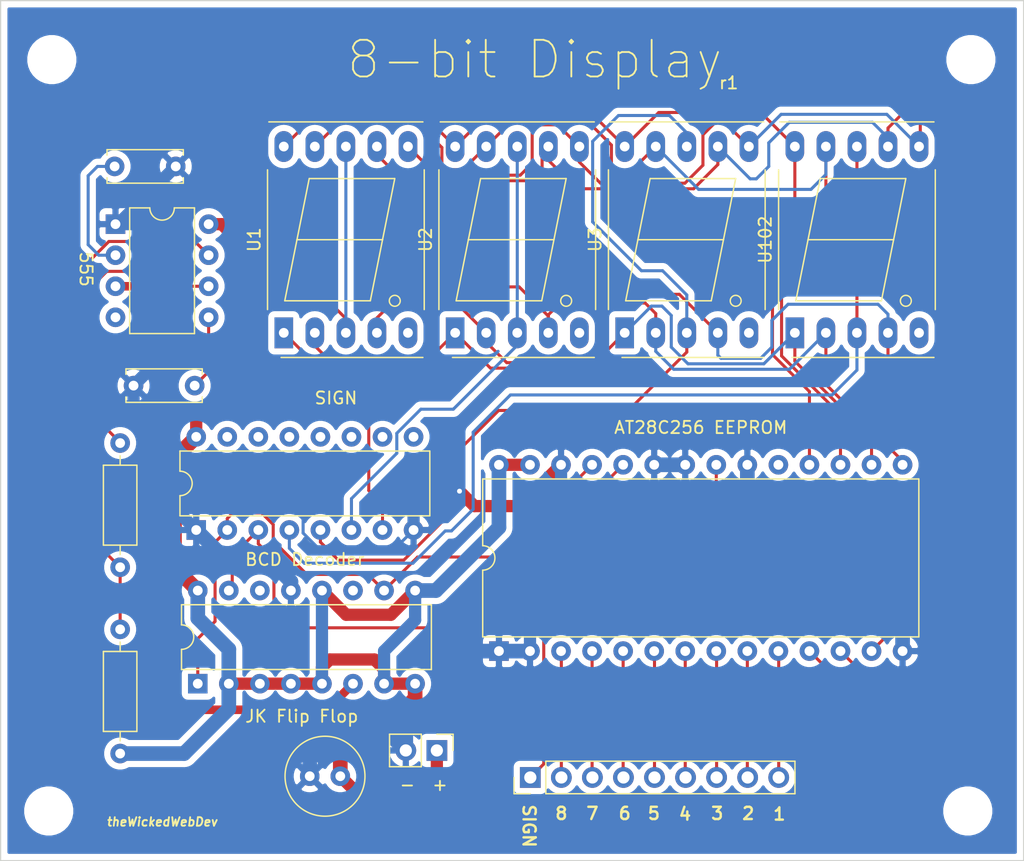
<source format=kicad_pcb>
(kicad_pcb (version 20171130) (host pcbnew "(5.1.9-0-10_14)")

  (general
    (thickness 1.6)
    (drawings 23)
    (tracks 378)
    (zones 0)
    (modules 19)
    (nets 38)
  )

  (page A4)
  (layers
    (0 F.Cu signal)
    (31 B.Cu signal hide)
    (32 B.Adhes user)
    (33 F.Adhes user)
    (34 B.Paste user)
    (35 F.Paste user)
    (36 B.SilkS user)
    (37 F.SilkS user)
    (38 B.Mask user)
    (39 F.Mask user)
    (40 Dwgs.User user)
    (41 Cmts.User user)
    (42 Eco1.User user)
    (43 Eco2.User user)
    (44 Edge.Cuts user)
    (45 Margin user)
    (46 B.CrtYd user)
    (47 F.CrtYd user)
    (48 B.Fab user)
    (49 F.Fab user)
  )

  (setup
    (last_trace_width 0.25)
    (user_trace_width 1.2)
    (trace_clearance 0.2)
    (zone_clearance 0.508)
    (zone_45_only no)
    (trace_min 0.2)
    (via_size 0.8)
    (via_drill 0.4)
    (via_min_size 0.4)
    (via_min_drill 0.3)
    (uvia_size 0.3)
    (uvia_drill 0.1)
    (uvias_allowed no)
    (uvia_min_size 0.2)
    (uvia_min_drill 0.1)
    (edge_width 0.1)
    (segment_width 0.2)
    (pcb_text_width 0.3)
    (pcb_text_size 1.5 1.5)
    (mod_edge_width 0.15)
    (mod_text_size 1 1)
    (mod_text_width 0.15)
    (pad_size 1.524 1.524)
    (pad_drill 0.762)
    (pad_to_mask_clearance 0)
    (aux_axis_origin 0 0)
    (visible_elements FFFFFF7F)
    (pcbplotparams
      (layerselection 0x010fc_ffffffff)
      (usegerberextensions false)
      (usegerberattributes true)
      (usegerberadvancedattributes true)
      (creategerberjobfile true)
      (excludeedgelayer true)
      (linewidth 0.100000)
      (plotframeref false)
      (viasonmask false)
      (mode 1)
      (useauxorigin false)
      (hpglpennumber 1)
      (hpglpenspeed 20)
      (hpglpendiameter 15.000000)
      (psnegative false)
      (psa4output false)
      (plotreference true)
      (plotvalue true)
      (plotinvisibletext false)
      (padsonsilk false)
      (subtractmaskfromsilk false)
      (outputformat 1)
      (mirror false)
      (drillshape 0)
      (scaleselection 1)
      (outputdirectory "gerber"))
  )

  (net 0 "")
  (net 1 GND)
  (net 2 VCC)
  (net 3 /CLOCK_DISPLAY)
  (net 4 /F)
  (net 5 /G)
  (net 6 /E)
  (net 7 /D)
  (net 8 /C)
  (net 9 /B)
  (net 10 /A)
  (net 11 /H)
  (net 12 "Net-(C133-Pad2)")
  (net 13 "Net-(C233-Pad1)")
  (net 14 "Net-(J1123-Pad9)")
  (net 15 "Net-(J1123-Pad8)")
  (net 16 "Net-(J1123-Pad7)")
  (net 17 "Net-(J1123-Pad6)")
  (net 18 "Net-(J1123-Pad5)")
  (net 19 "Net-(J1123-Pad4)")
  (net 20 "Net-(J1123-Pad3)")
  (net 21 "Net-(J1123-Pad2)")
  (net 22 "Net-(J1123-Pad1)")
  (net 23 "Net-(R1452-Pad2)")
  (net 24 "Net-(R1452-Pad1)")
  (net 25 "Net-(U2444-Pad1)")
  (net 26 "Net-(U2444-Pad15)")
  (net 27 "Net-(U1555-Pad4)")
  (net 28 "Net-(U2444-Pad14)")
  (net 29 "Net-(U2444-Pad11)")
  (net 30 "Net-(U1-Pad3)")
  (net 31 "Net-(U2-Pad3)")
  (net 32 "Net-(U3-Pad3)")
  (net 33 "Net-(U102-Pad3)")
  (net 34 "Net-(U1-Pad5)")
  (net 35 "Net-(U2-Pad5)")
  (net 36 "Net-(U3-Pad5)")
  (net 37 "Net-(U102-Pad5)")

  (net_class Default "This is the default net class."
    (clearance 0.2)
    (trace_width 0.25)
    (via_dia 0.8)
    (via_drill 0.4)
    (uvia_dia 0.3)
    (uvia_drill 0.1)
    (add_net /A)
    (add_net /B)
    (add_net /C)
    (add_net /CLOCK_DISPLAY)
    (add_net /D)
    (add_net /E)
    (add_net /F)
    (add_net /G)
    (add_net /H)
    (add_net GND)
    (add_net "Net-(C133-Pad2)")
    (add_net "Net-(C233-Pad1)")
    (add_net "Net-(J1123-Pad1)")
    (add_net "Net-(J1123-Pad2)")
    (add_net "Net-(J1123-Pad3)")
    (add_net "Net-(J1123-Pad4)")
    (add_net "Net-(J1123-Pad5)")
    (add_net "Net-(J1123-Pad6)")
    (add_net "Net-(J1123-Pad7)")
    (add_net "Net-(J1123-Pad8)")
    (add_net "Net-(J1123-Pad9)")
    (add_net "Net-(R1452-Pad1)")
    (add_net "Net-(R1452-Pad2)")
    (add_net "Net-(U1-Pad3)")
    (add_net "Net-(U1-Pad5)")
    (add_net "Net-(U102-Pad3)")
    (add_net "Net-(U102-Pad5)")
    (add_net "Net-(U1555-Pad4)")
    (add_net "Net-(U2-Pad3)")
    (add_net "Net-(U2-Pad5)")
    (add_net "Net-(U2444-Pad1)")
    (add_net "Net-(U2444-Pad11)")
    (add_net "Net-(U2444-Pad14)")
    (add_net "Net-(U2444-Pad15)")
    (add_net "Net-(U3-Pad3)")
    (add_net "Net-(U3-Pad5)")
    (add_net VCC)
  )

  (module Display_7Segment:7SegmentLED_LTS6760_LTS6780 (layer F.Cu) (tedit 5D86971C) (tstamp 608159A9)
    (at 213.3092 76.962 90)
    (descr "7-Segment Display, LTS67x0, http://optoelectronics.liteon.com/upload/download/DS30-2001-355/S6760jd.pdf")
    (tags "7Segment LED LTS6760 LTS6780")
    (path /611D7A6E)
    (fp_text reference U102 (at 7.62 -2.42 90) (layer F.SilkS)
      (effects (font (size 1 1) (thickness 0.15)))
    )
    (fp_text value HDSP-7503 (at 7.62 12.58 90) (layer F.Fab)
      (effects (font (size 1 1) (thickness 0.15)))
    )
    (fp_line (start -0.905 -1.22) (end 17.145 -1.22) (layer F.Fab) (width 0.1))
    (fp_circle (center 2.62 9.08) (end 3.067214 9.08) (layer F.SilkS) (width 0.12))
    (fp_line (start 12.62 2.08) (end 12.62 9.08) (layer F.SilkS) (width 0.12))
    (fp_line (start 7.62 8.08) (end 7.62 1.08) (layer F.SilkS) (width 0.12))
    (fp_line (start 12.62 9.08) (end 7.62 8.08) (layer F.SilkS) (width 0.12))
    (fp_line (start 2.62 7.08) (end 7.62 8.08) (layer F.SilkS) (width 0.12))
    (fp_line (start 2.62 0.08) (end 2.62 7.08) (layer F.SilkS) (width 0.12))
    (fp_line (start 7.62 1.08) (end 2.62 0.08) (layer F.SilkS) (width 0.12))
    (fp_line (start 12.62 2.08) (end 7.62 1.08) (layer F.SilkS) (width 0.12))
    (fp_line (start -1.905 11.38) (end 17.145 11.38) (layer F.Fab) (width 0.1))
    (fp_line (start -1.905 -0.22) (end -1.905 11.38) (layer F.Fab) (width 0.1))
    (fp_line (start 17.145 11.38) (end 17.145 -1.22) (layer F.Fab) (width 0.1))
    (fp_line (start -0.905 -1.22) (end -1.905 -0.22) (layer F.Fab) (width 0.1))
    (fp_line (start -2.16 11.63) (end 17.4 11.63) (layer F.CrtYd) (width 0.05))
    (fp_line (start -2.16 -1.47) (end 17.4 -1.47) (layer F.CrtYd) (width 0.05))
    (fp_line (start 17.4 -1.47) (end 17.4 11.63) (layer F.CrtYd) (width 0.05))
    (fp_line (start -2.16 -1.47) (end -2.16 11.63) (layer F.CrtYd) (width 0.05))
    (fp_line (start 17.255 11.38) (end 17.255 -1.22) (layer F.SilkS) (width 0.12))
    (fp_line (start -2.015 -0.22) (end -2.015 11.38) (layer F.SilkS) (width 0.12))
    (fp_line (start 1.905 11.49) (end 13.335 11.49) (layer F.SilkS) (width 0.12))
    (fp_line (start 1.905 -1.33) (end 13.335 -1.33) (layer F.SilkS) (width 0.12))
    (fp_text user %R (at 7.87 5.08 90) (layer F.Fab)
      (effects (font (size 1 1) (thickness 0.15)))
    )
    (pad 1 thru_hole rect (at 0 0) (size 1.524 2.524) (drill 0.8) (layers *.Cu *.Mask)
      (net 6 /E))
    (pad 2 thru_hole oval (at 0 2.54) (size 1.524 2.524) (drill 0.8) (layers *.Cu *.Mask)
      (net 7 /D))
    (pad 3 thru_hole oval (at 0 5.08) (size 1.524 2.524) (drill 0.8) (layers *.Cu *.Mask)
      (net 33 "Net-(U102-Pad3)"))
    (pad 4 thru_hole oval (at 0 7.62) (size 1.524 2.524) (drill 0.8) (layers *.Cu *.Mask)
      (net 8 /C))
    (pad 5 thru_hole oval (at 0 10.16) (size 1.524 2.524) (drill 0.8) (layers *.Cu *.Mask)
      (net 37 "Net-(U102-Pad5)"))
    (pad 6 thru_hole oval (at 15.24 10.16) (size 1.524 2.524) (drill 0.8) (layers *.Cu *.Mask)
      (net 9 /B))
    (pad 7 thru_hole oval (at 15.24 7.62) (size 1.524 2.524) (drill 0.8) (layers *.Cu *.Mask)
      (net 10 /A))
    (pad 8 thru_hole oval (at 15.24 5.08) (size 1.524 2.524) (drill 0.8) (layers *.Cu *.Mask)
      (net 33 "Net-(U102-Pad3)"))
    (pad 9 thru_hole oval (at 15.24 2.54) (size 1.524 2.524) (drill 0.8) (layers *.Cu *.Mask)
      (net 4 /F))
    (pad 10 thru_hole oval (at 15.24 0) (size 1.524 2.524) (drill 0.8) (layers *.Cu *.Mask)
      (net 5 /G))
    (model ${KISYS3DMOD}/Display_7Segment.3dshapes/7SegmentLED_LTS6760_LTS6780.wrl
      (at (xyz 0 0 0))
      (scale (xyz 1 1 1))
      (rotate (xyz 0 0 0))
    )
  )

  (module Display_7Segment:7SegmentLED_LTS6760_LTS6780 (layer F.Cu) (tedit 5D86971C) (tstamp 60814F4E)
    (at 199.39 76.962 90)
    (descr "7-Segment Display, LTS67x0, http://optoelectronics.liteon.com/upload/download/DS30-2001-355/S6760jd.pdf")
    (tags "7Segment LED LTS6760 LTS6780")
    (path /60883926)
    (fp_text reference U3 (at 7.62 -2.42 90) (layer F.SilkS)
      (effects (font (size 1 1) (thickness 0.15)))
    )
    (fp_text value HDSP-7503 (at 7.62 12.58 90) (layer F.Fab)
      (effects (font (size 1 1) (thickness 0.15)))
    )
    (fp_line (start -0.905 -1.22) (end 17.145 -1.22) (layer F.Fab) (width 0.1))
    (fp_circle (center 2.62 9.08) (end 3.067214 9.08) (layer F.SilkS) (width 0.12))
    (fp_line (start 12.62 2.08) (end 12.62 9.08) (layer F.SilkS) (width 0.12))
    (fp_line (start 7.62 8.08) (end 7.62 1.08) (layer F.SilkS) (width 0.12))
    (fp_line (start 12.62 9.08) (end 7.62 8.08) (layer F.SilkS) (width 0.12))
    (fp_line (start 2.62 7.08) (end 7.62 8.08) (layer F.SilkS) (width 0.12))
    (fp_line (start 2.62 0.08) (end 2.62 7.08) (layer F.SilkS) (width 0.12))
    (fp_line (start 7.62 1.08) (end 2.62 0.08) (layer F.SilkS) (width 0.12))
    (fp_line (start 12.62 2.08) (end 7.62 1.08) (layer F.SilkS) (width 0.12))
    (fp_line (start -1.905 11.38) (end 17.145 11.38) (layer F.Fab) (width 0.1))
    (fp_line (start -1.905 -0.22) (end -1.905 11.38) (layer F.Fab) (width 0.1))
    (fp_line (start 17.145 11.38) (end 17.145 -1.22) (layer F.Fab) (width 0.1))
    (fp_line (start -0.905 -1.22) (end -1.905 -0.22) (layer F.Fab) (width 0.1))
    (fp_line (start -2.16 11.63) (end 17.4 11.63) (layer F.CrtYd) (width 0.05))
    (fp_line (start -2.16 -1.47) (end 17.4 -1.47) (layer F.CrtYd) (width 0.05))
    (fp_line (start 17.4 -1.47) (end 17.4 11.63) (layer F.CrtYd) (width 0.05))
    (fp_line (start -2.16 -1.47) (end -2.16 11.63) (layer F.CrtYd) (width 0.05))
    (fp_line (start 17.255 11.38) (end 17.255 -1.22) (layer F.SilkS) (width 0.12))
    (fp_line (start -2.015 -0.22) (end -2.015 11.38) (layer F.SilkS) (width 0.12))
    (fp_line (start 1.905 11.49) (end 13.335 11.49) (layer F.SilkS) (width 0.12))
    (fp_line (start 1.905 -1.33) (end 13.335 -1.33) (layer F.SilkS) (width 0.12))
    (fp_text user %R (at 7.87 5.08 90) (layer F.Fab)
      (effects (font (size 1 1) (thickness 0.15)))
    )
    (pad 1 thru_hole rect (at 0 0) (size 1.524 2.524) (drill 0.8) (layers *.Cu *.Mask)
      (net 6 /E))
    (pad 2 thru_hole oval (at 0 2.54) (size 1.524 2.524) (drill 0.8) (layers *.Cu *.Mask)
      (net 7 /D))
    (pad 3 thru_hole oval (at 0 5.08) (size 1.524 2.524) (drill 0.8) (layers *.Cu *.Mask)
      (net 32 "Net-(U3-Pad3)"))
    (pad 4 thru_hole oval (at 0 7.62) (size 1.524 2.524) (drill 0.8) (layers *.Cu *.Mask)
      (net 8 /C))
    (pad 5 thru_hole oval (at 0 10.16) (size 1.524 2.524) (drill 0.8) (layers *.Cu *.Mask)
      (net 36 "Net-(U3-Pad5)"))
    (pad 6 thru_hole oval (at 15.24 10.16) (size 1.524 2.524) (drill 0.8) (layers *.Cu *.Mask)
      (net 9 /B))
    (pad 7 thru_hole oval (at 15.24 7.62) (size 1.524 2.524) (drill 0.8) (layers *.Cu *.Mask)
      (net 10 /A))
    (pad 8 thru_hole oval (at 15.24 5.08) (size 1.524 2.524) (drill 0.8) (layers *.Cu *.Mask)
      (net 32 "Net-(U3-Pad3)"))
    (pad 9 thru_hole oval (at 15.24 2.54) (size 1.524 2.524) (drill 0.8) (layers *.Cu *.Mask)
      (net 4 /F))
    (pad 10 thru_hole oval (at 15.24 0) (size 1.524 2.524) (drill 0.8) (layers *.Cu *.Mask)
      (net 5 /G))
    (model ${KISYS3DMOD}/Display_7Segment.3dshapes/7SegmentLED_LTS6760_LTS6780.wrl
      (at (xyz 0 0 0))
      (scale (xyz 1 1 1))
      (rotate (xyz 0 0 0))
    )
  )

  (module Display_7Segment:7SegmentLED_LTS6760_LTS6780 (layer F.Cu) (tedit 5D86971C) (tstamp 60814F2A)
    (at 185.5216 76.962 90)
    (descr "7-Segment Display, LTS67x0, http://optoelectronics.liteon.com/upload/download/DS30-2001-355/S6760jd.pdf")
    (tags "7Segment LED LTS6760 LTS6780")
    (path /608B9E8C)
    (fp_text reference U2 (at 7.62 -2.42 90) (layer F.SilkS)
      (effects (font (size 1 1) (thickness 0.15)))
    )
    (fp_text value HDSP-7503 (at 7.62 12.58 90) (layer F.Fab)
      (effects (font (size 1 1) (thickness 0.15)))
    )
    (fp_line (start -0.905 -1.22) (end 17.145 -1.22) (layer F.Fab) (width 0.1))
    (fp_circle (center 2.62 9.08) (end 3.067214 9.08) (layer F.SilkS) (width 0.12))
    (fp_line (start 12.62 2.08) (end 12.62 9.08) (layer F.SilkS) (width 0.12))
    (fp_line (start 7.62 8.08) (end 7.62 1.08) (layer F.SilkS) (width 0.12))
    (fp_line (start 12.62 9.08) (end 7.62 8.08) (layer F.SilkS) (width 0.12))
    (fp_line (start 2.62 7.08) (end 7.62 8.08) (layer F.SilkS) (width 0.12))
    (fp_line (start 2.62 0.08) (end 2.62 7.08) (layer F.SilkS) (width 0.12))
    (fp_line (start 7.62 1.08) (end 2.62 0.08) (layer F.SilkS) (width 0.12))
    (fp_line (start 12.62 2.08) (end 7.62 1.08) (layer F.SilkS) (width 0.12))
    (fp_line (start -1.905 11.38) (end 17.145 11.38) (layer F.Fab) (width 0.1))
    (fp_line (start -1.905 -0.22) (end -1.905 11.38) (layer F.Fab) (width 0.1))
    (fp_line (start 17.145 11.38) (end 17.145 -1.22) (layer F.Fab) (width 0.1))
    (fp_line (start -0.905 -1.22) (end -1.905 -0.22) (layer F.Fab) (width 0.1))
    (fp_line (start -2.16 11.63) (end 17.4 11.63) (layer F.CrtYd) (width 0.05))
    (fp_line (start -2.16 -1.47) (end 17.4 -1.47) (layer F.CrtYd) (width 0.05))
    (fp_line (start 17.4 -1.47) (end 17.4 11.63) (layer F.CrtYd) (width 0.05))
    (fp_line (start -2.16 -1.47) (end -2.16 11.63) (layer F.CrtYd) (width 0.05))
    (fp_line (start 17.255 11.38) (end 17.255 -1.22) (layer F.SilkS) (width 0.12))
    (fp_line (start -2.015 -0.22) (end -2.015 11.38) (layer F.SilkS) (width 0.12))
    (fp_line (start 1.905 11.49) (end 13.335 11.49) (layer F.SilkS) (width 0.12))
    (fp_line (start 1.905 -1.33) (end 13.335 -1.33) (layer F.SilkS) (width 0.12))
    (fp_text user %R (at 7.87 5.08 90) (layer F.Fab)
      (effects (font (size 1 1) (thickness 0.15)))
    )
    (pad 1 thru_hole rect (at 0 0) (size 1.524 2.524) (drill 0.8) (layers *.Cu *.Mask)
      (net 6 /E))
    (pad 2 thru_hole oval (at 0 2.54) (size 1.524 2.524) (drill 0.8) (layers *.Cu *.Mask)
      (net 7 /D))
    (pad 3 thru_hole oval (at 0 5.08) (size 1.524 2.524) (drill 0.8) (layers *.Cu *.Mask)
      (net 31 "Net-(U2-Pad3)"))
    (pad 4 thru_hole oval (at 0 7.62) (size 1.524 2.524) (drill 0.8) (layers *.Cu *.Mask)
      (net 8 /C))
    (pad 5 thru_hole oval (at 0 10.16) (size 1.524 2.524) (drill 0.8) (layers *.Cu *.Mask)
      (net 35 "Net-(U2-Pad5)"))
    (pad 6 thru_hole oval (at 15.24 10.16) (size 1.524 2.524) (drill 0.8) (layers *.Cu *.Mask)
      (net 9 /B))
    (pad 7 thru_hole oval (at 15.24 7.62) (size 1.524 2.524) (drill 0.8) (layers *.Cu *.Mask)
      (net 10 /A))
    (pad 8 thru_hole oval (at 15.24 5.08) (size 1.524 2.524) (drill 0.8) (layers *.Cu *.Mask)
      (net 31 "Net-(U2-Pad3)"))
    (pad 9 thru_hole oval (at 15.24 2.54) (size 1.524 2.524) (drill 0.8) (layers *.Cu *.Mask)
      (net 4 /F))
    (pad 10 thru_hole oval (at 15.24 0) (size 1.524 2.524) (drill 0.8) (layers *.Cu *.Mask)
      (net 5 /G))
    (model ${KISYS3DMOD}/Display_7Segment.3dshapes/7SegmentLED_LTS6760_LTS6780.wrl
      (at (xyz 0 0 0))
      (scale (xyz 1 1 1))
      (rotate (xyz 0 0 0))
    )
  )

  (module Display_7Segment:7SegmentLED_LTS6760_LTS6780 (layer F.Cu) (tedit 5D86971C) (tstamp 60814F06)
    (at 171.5008 76.962 90)
    (descr "7-Segment Display, LTS67x0, http://optoelectronics.liteon.com/upload/download/DS30-2001-355/S6760jd.pdf")
    (tags "7Segment LED LTS6760 LTS6780")
    (path /608AAF98)
    (fp_text reference U1 (at 7.62 -2.42 90) (layer F.SilkS)
      (effects (font (size 1 1) (thickness 0.15)))
    )
    (fp_text value HDSP-7503 (at 7.62 12.58 90) (layer F.Fab)
      (effects (font (size 1 1) (thickness 0.15)))
    )
    (fp_line (start -0.905 -1.22) (end 17.145 -1.22) (layer F.Fab) (width 0.1))
    (fp_circle (center 2.62 9.08) (end 3.067214 9.08) (layer F.SilkS) (width 0.12))
    (fp_line (start 12.62 2.08) (end 12.62 9.08) (layer F.SilkS) (width 0.12))
    (fp_line (start 7.62 8.08) (end 7.62 1.08) (layer F.SilkS) (width 0.12))
    (fp_line (start 12.62 9.08) (end 7.62 8.08) (layer F.SilkS) (width 0.12))
    (fp_line (start 2.62 7.08) (end 7.62 8.08) (layer F.SilkS) (width 0.12))
    (fp_line (start 2.62 0.08) (end 2.62 7.08) (layer F.SilkS) (width 0.12))
    (fp_line (start 7.62 1.08) (end 2.62 0.08) (layer F.SilkS) (width 0.12))
    (fp_line (start 12.62 2.08) (end 7.62 1.08) (layer F.SilkS) (width 0.12))
    (fp_line (start -1.905 11.38) (end 17.145 11.38) (layer F.Fab) (width 0.1))
    (fp_line (start -1.905 -0.22) (end -1.905 11.38) (layer F.Fab) (width 0.1))
    (fp_line (start 17.145 11.38) (end 17.145 -1.22) (layer F.Fab) (width 0.1))
    (fp_line (start -0.905 -1.22) (end -1.905 -0.22) (layer F.Fab) (width 0.1))
    (fp_line (start -2.16 11.63) (end 17.4 11.63) (layer F.CrtYd) (width 0.05))
    (fp_line (start -2.16 -1.47) (end 17.4 -1.47) (layer F.CrtYd) (width 0.05))
    (fp_line (start 17.4 -1.47) (end 17.4 11.63) (layer F.CrtYd) (width 0.05))
    (fp_line (start -2.16 -1.47) (end -2.16 11.63) (layer F.CrtYd) (width 0.05))
    (fp_line (start 17.255 11.38) (end 17.255 -1.22) (layer F.SilkS) (width 0.12))
    (fp_line (start -2.015 -0.22) (end -2.015 11.38) (layer F.SilkS) (width 0.12))
    (fp_line (start 1.905 11.49) (end 13.335 11.49) (layer F.SilkS) (width 0.12))
    (fp_line (start 1.905 -1.33) (end 13.335 -1.33) (layer F.SilkS) (width 0.12))
    (fp_text user %R (at 7.87 5.08 90) (layer F.Fab)
      (effects (font (size 1 1) (thickness 0.15)))
    )
    (pad 1 thru_hole rect (at 0 0) (size 1.524 2.524) (drill 0.8) (layers *.Cu *.Mask)
      (net 6 /E))
    (pad 2 thru_hole oval (at 0 2.54) (size 1.524 2.524) (drill 0.8) (layers *.Cu *.Mask)
      (net 7 /D))
    (pad 3 thru_hole oval (at 0 5.08) (size 1.524 2.524) (drill 0.8) (layers *.Cu *.Mask)
      (net 30 "Net-(U1-Pad3)"))
    (pad 4 thru_hole oval (at 0 7.62) (size 1.524 2.524) (drill 0.8) (layers *.Cu *.Mask)
      (net 8 /C))
    (pad 5 thru_hole oval (at 0 10.16) (size 1.524 2.524) (drill 0.8) (layers *.Cu *.Mask)
      (net 34 "Net-(U1-Pad5)"))
    (pad 6 thru_hole oval (at 15.24 10.16) (size 1.524 2.524) (drill 0.8) (layers *.Cu *.Mask)
      (net 9 /B))
    (pad 7 thru_hole oval (at 15.24 7.62) (size 1.524 2.524) (drill 0.8) (layers *.Cu *.Mask)
      (net 10 /A))
    (pad 8 thru_hole oval (at 15.24 5.08) (size 1.524 2.524) (drill 0.8) (layers *.Cu *.Mask)
      (net 30 "Net-(U1-Pad3)"))
    (pad 9 thru_hole oval (at 15.24 2.54) (size 1.524 2.524) (drill 0.8) (layers *.Cu *.Mask)
      (net 4 /F))
    (pad 10 thru_hole oval (at 15.24 0) (size 1.524 2.524) (drill 0.8) (layers *.Cu *.Mask)
      (net 5 /G))
    (model ${KISYS3DMOD}/Display_7Segment.3dshapes/7SegmentLED_LTS6760_LTS6780.wrl
      (at (xyz 0 0 0))
      (scale (xyz 1 1 1))
      (rotate (xyz 0 0 0))
    )
  )

  (module Connector_PinHeader_2.54mm:PinHeader_1x09_P2.54mm_Vertical (layer F.Cu) (tedit 59FED5CC) (tstamp 607DB234)
    (at 191.6684 113.3348 90)
    (descr "Through hole straight pin header, 1x09, 2.54mm pitch, single row")
    (tags "Through hole pin header THT 1x09 2.54mm single row")
    (path /608A9F1A)
    (fp_text reference J1123 (at 0 -2.33 90) (layer F.SilkS) hide
      (effects (font (size 1 1) (thickness 0.15)))
    )
    (fp_text value Conn_01x09 (at 0 22.65 90) (layer F.Fab)
      (effects (font (size 1 1) (thickness 0.15)))
    )
    (fp_line (start 1.8 -1.8) (end -1.8 -1.8) (layer F.CrtYd) (width 0.05))
    (fp_line (start 1.8 22.1) (end 1.8 -1.8) (layer F.CrtYd) (width 0.05))
    (fp_line (start -1.8 22.1) (end 1.8 22.1) (layer F.CrtYd) (width 0.05))
    (fp_line (start -1.8 -1.8) (end -1.8 22.1) (layer F.CrtYd) (width 0.05))
    (fp_line (start -1.33 -1.33) (end 0 -1.33) (layer F.SilkS) (width 0.12))
    (fp_line (start -1.33 0) (end -1.33 -1.33) (layer F.SilkS) (width 0.12))
    (fp_line (start -1.33 1.27) (end 1.33 1.27) (layer F.SilkS) (width 0.12))
    (fp_line (start 1.33 1.27) (end 1.33 21.65) (layer F.SilkS) (width 0.12))
    (fp_line (start -1.33 1.27) (end -1.33 21.65) (layer F.SilkS) (width 0.12))
    (fp_line (start -1.33 21.65) (end 1.33 21.65) (layer F.SilkS) (width 0.12))
    (fp_line (start -1.27 -0.635) (end -0.635 -1.27) (layer F.Fab) (width 0.1))
    (fp_line (start -1.27 21.59) (end -1.27 -0.635) (layer F.Fab) (width 0.1))
    (fp_line (start 1.27 21.59) (end -1.27 21.59) (layer F.Fab) (width 0.1))
    (fp_line (start 1.27 -1.27) (end 1.27 21.59) (layer F.Fab) (width 0.1))
    (fp_line (start -0.635 -1.27) (end 1.27 -1.27) (layer F.Fab) (width 0.1))
    (fp_text user %R (at 0 10.16) (layer F.Fab)
      (effects (font (size 1 1) (thickness 0.15)))
    )
    (pad 9 thru_hole oval (at 0 20.32 90) (size 1.7 1.7) (drill 1) (layers *.Cu *.Mask)
      (net 14 "Net-(J1123-Pad9)"))
    (pad 8 thru_hole oval (at 0 17.78 90) (size 1.7 1.7) (drill 1) (layers *.Cu *.Mask)
      (net 15 "Net-(J1123-Pad8)"))
    (pad 7 thru_hole oval (at 0 15.24 90) (size 1.7 1.7) (drill 1) (layers *.Cu *.Mask)
      (net 16 "Net-(J1123-Pad7)"))
    (pad 6 thru_hole oval (at 0 12.7 90) (size 1.7 1.7) (drill 1) (layers *.Cu *.Mask)
      (net 17 "Net-(J1123-Pad6)"))
    (pad 5 thru_hole oval (at 0 10.16 90) (size 1.7 1.7) (drill 1) (layers *.Cu *.Mask)
      (net 18 "Net-(J1123-Pad5)"))
    (pad 4 thru_hole oval (at 0 7.62 90) (size 1.7 1.7) (drill 1) (layers *.Cu *.Mask)
      (net 19 "Net-(J1123-Pad4)"))
    (pad 3 thru_hole oval (at 0 5.08 90) (size 1.7 1.7) (drill 1) (layers *.Cu *.Mask)
      (net 20 "Net-(J1123-Pad3)"))
    (pad 2 thru_hole oval (at 0 2.54 90) (size 1.7 1.7) (drill 1) (layers *.Cu *.Mask)
      (net 21 "Net-(J1123-Pad2)"))
    (pad 1 thru_hole rect (at 0 0 90) (size 1.7 1.7) (drill 1) (layers *.Cu *.Mask)
      (net 22 "Net-(J1123-Pad1)"))
    (model ${KISYS3DMOD}/Connector_PinHeader_2.54mm.3dshapes/PinHeader_1x09_P2.54mm_Vertical.wrl
      (at (xyz 0 0 0))
      (scale (xyz 1 1 1))
      (rotate (xyz 0 0 0))
    )
  )

  (module MountingHole:MountingHole_3mm (layer F.Cu) (tedit 56D1B4CB) (tstamp 607D96E8)
    (at 152.527 54.61)
    (descr "Mounting Hole 3mm, no annular")
    (tags "mounting hole 3mm no annular")
    (attr virtual)
    (fp_text reference REF** (at 0 -4) (layer F.SilkS) hide
      (effects (font (size 1 1) (thickness 0.15)))
    )
    (fp_text value MountingHole_3mm (at 0 4) (layer F.Fab) hide
      (effects (font (size 1 1) (thickness 0.15)))
    )
    (fp_circle (center 0 0) (end 3 0) (layer Cmts.User) (width 0.15))
    (fp_circle (center 0 0) (end 3.25 0) (layer F.CrtYd) (width 0.05))
    (fp_text user %R (at 0.3 0) (layer F.Fab)
      (effects (font (size 1 1) (thickness 0.15)))
    )
    (pad 1 np_thru_hole circle (at 0 0) (size 3 3) (drill 3) (layers *.Cu *.Mask))
  )

  (module MountingHole:MountingHole_3mm (layer F.Cu) (tedit 56D1B4CB) (tstamp 607D96E1)
    (at 152.273 116.078)
    (descr "Mounting Hole 3mm, no annular")
    (tags "mounting hole 3mm no annular")
    (attr virtual)
    (fp_text reference REF** (at 0 -4) (layer F.SilkS) hide
      (effects (font (size 1 1) (thickness 0.15)))
    )
    (fp_text value MountingHole_3mm (at 0 4) (layer F.Fab) hide
      (effects (font (size 1 1) (thickness 0.15)))
    )
    (fp_circle (center 0 0) (end 3.25 0) (layer F.CrtYd) (width 0.05))
    (fp_circle (center 0 0) (end 3 0) (layer Cmts.User) (width 0.15))
    (fp_text user %R (at 0.3 0) (layer F.Fab)
      (effects (font (size 1 1) (thickness 0.15)))
    )
    (pad 1 np_thru_hole circle (at 0 0) (size 3 3) (drill 3) (layers *.Cu *.Mask))
  )

  (module MountingHole:MountingHole_3mm (layer F.Cu) (tedit 56D1B4CB) (tstamp 607D96D3)
    (at 227.457 116.078)
    (descr "Mounting Hole 3mm, no annular")
    (tags "mounting hole 3mm no annular")
    (attr virtual)
    (fp_text reference REF** (at 0 -4) (layer F.SilkS) hide
      (effects (font (size 1 1) (thickness 0.15)))
    )
    (fp_text value MountingHole_3mm (at 0 4) (layer F.Fab) hide
      (effects (font (size 1 1) (thickness 0.15)))
    )
    (fp_circle (center 0 0) (end 3 0) (layer Cmts.User) (width 0.15))
    (fp_circle (center 0 0) (end 3.25 0) (layer F.CrtYd) (width 0.05))
    (fp_text user %R (at 0.3 0) (layer F.Fab)
      (effects (font (size 1 1) (thickness 0.15)))
    )
    (pad 1 np_thru_hole circle (at 0 0) (size 3 3) (drill 3) (layers *.Cu *.Mask))
  )

  (module MountingHole:MountingHole_3mm (layer F.Cu) (tedit 56D1B4CB) (tstamp 607D96C4)
    (at 227.711 54.61)
    (descr "Mounting Hole 3mm, no annular")
    (tags "mounting hole 3mm no annular")
    (attr virtual)
    (fp_text reference REF** (at 0 -4) (layer F.SilkS) hide
      (effects (font (size 1 1) (thickness 0.15)))
    )
    (fp_text value MountingHole_3mm (at 0 4) (layer F.Fab) hide
      (effects (font (size 1 1) (thickness 0.15)))
    )
    (fp_circle (center 0 0) (end 3.25 0) (layer F.CrtYd) (width 0.05))
    (fp_circle (center 0 0) (end 3 0) (layer Cmts.User) (width 0.15))
    (fp_text user %R (at 0.3 0) (layer F.Fab)
      (effects (font (size 1 1) (thickness 0.15)))
    )
    (pad 1 np_thru_hole circle (at 0 0) (size 3 3) (drill 3) (layers *.Cu *.Mask))
  )

  (module Package_DIP:DIP-8_W7.62mm (layer F.Cu) (tedit 5A02E8C5) (tstamp 607D15E7)
    (at 157.734 68.072)
    (descr "8-lead though-hole mounted DIP package, row spacing 7.62 mm (300 mils)")
    (tags "THT DIP DIL PDIP 2.54mm 7.62mm 300mil")
    (path /611B78D2)
    (fp_text reference U1555 (at 3.81 -2.33) (layer F.SilkS) hide
      (effects (font (size 1 1) (thickness 0.15)))
    )
    (fp_text value NE55P (at 3.81 9.95) (layer F.Fab)
      (effects (font (size 1 1) (thickness 0.15)))
    )
    (fp_line (start 8.7 -1.55) (end -1.1 -1.55) (layer F.CrtYd) (width 0.05))
    (fp_line (start 8.7 9.15) (end 8.7 -1.55) (layer F.CrtYd) (width 0.05))
    (fp_line (start -1.1 9.15) (end 8.7 9.15) (layer F.CrtYd) (width 0.05))
    (fp_line (start -1.1 -1.55) (end -1.1 9.15) (layer F.CrtYd) (width 0.05))
    (fp_line (start 6.46 -1.33) (end 4.81 -1.33) (layer F.SilkS) (width 0.12))
    (fp_line (start 6.46 8.95) (end 6.46 -1.33) (layer F.SilkS) (width 0.12))
    (fp_line (start 1.16 8.95) (end 6.46 8.95) (layer F.SilkS) (width 0.12))
    (fp_line (start 1.16 -1.33) (end 1.16 8.95) (layer F.SilkS) (width 0.12))
    (fp_line (start 2.81 -1.33) (end 1.16 -1.33) (layer F.SilkS) (width 0.12))
    (fp_line (start 0.635 -0.27) (end 1.635 -1.27) (layer F.Fab) (width 0.1))
    (fp_line (start 0.635 8.89) (end 0.635 -0.27) (layer F.Fab) (width 0.1))
    (fp_line (start 6.985 8.89) (end 0.635 8.89) (layer F.Fab) (width 0.1))
    (fp_line (start 6.985 -1.27) (end 6.985 8.89) (layer F.Fab) (width 0.1))
    (fp_line (start 1.635 -1.27) (end 6.985 -1.27) (layer F.Fab) (width 0.1))
    (fp_text user %R (at 3.81 3.81) (layer F.Fab)
      (effects (font (size 1 1) (thickness 0.15)))
    )
    (fp_arc (start 3.81 -1.33) (end 2.81 -1.33) (angle -180) (layer F.SilkS) (width 0.12))
    (pad 8 thru_hole oval (at 7.62 0) (size 1.6 1.6) (drill 0.8) (layers *.Cu *.Mask)
      (net 2 VCC))
    (pad 4 thru_hole oval (at 0 7.62) (size 1.6 1.6) (drill 0.8) (layers *.Cu *.Mask)
      (net 27 "Net-(U1555-Pad4)"))
    (pad 7 thru_hole oval (at 7.62 2.54) (size 1.6 1.6) (drill 0.8) (layers *.Cu *.Mask)
      (net 24 "Net-(R1452-Pad1)"))
    (pad 3 thru_hole oval (at 0 5.08) (size 1.6 1.6) (drill 0.8) (layers *.Cu *.Mask)
      (net 3 /CLOCK_DISPLAY))
    (pad 6 thru_hole oval (at 7.62 5.08) (size 1.6 1.6) (drill 0.8) (layers *.Cu *.Mask)
      (net 23 "Net-(R1452-Pad2)"))
    (pad 2 thru_hole oval (at 0 2.54) (size 1.6 1.6) (drill 0.8) (layers *.Cu *.Mask)
      (net 12 "Net-(C133-Pad2)"))
    (pad 5 thru_hole oval (at 7.62 7.62) (size 1.6 1.6) (drill 0.8) (layers *.Cu *.Mask)
      (net 13 "Net-(C233-Pad1)"))
    (pad 1 thru_hole rect (at 0 0) (size 1.6 1.6) (drill 0.8) (layers *.Cu *.Mask)
      (net 1 GND))
    (model ${KISYS3DMOD}/Package_DIP.3dshapes/DIP-8_W7.62mm.wrl
      (at (xyz 0 0 0))
      (scale (xyz 1 1 1))
      (rotate (xyz 0 0 0))
    )
  )

  (module Package_DIP:DIP-28_W15.24mm (layer F.Cu) (tedit 5A02E8C5) (tstamp 607D1713)
    (at 189.103 102.997 90)
    (descr "28-lead though-hole mounted DIP package, row spacing 15.24 mm (600 mils)")
    (tags "THT DIP DIL PDIP 2.54mm 15.24mm 600mil")
    (path /611B6E4E)
    (fp_text reference U9 (at 7.62 -2.33 90) (layer F.SilkS) hide
      (effects (font (size 1 1) (thickness 0.15)))
    )
    (fp_text value AT28C256 (at 7.62 35.35 90) (layer F.Fab)
      (effects (font (size 1 1) (thickness 0.15)))
    )
    (fp_line (start 1.255 -1.27) (end 14.985 -1.27) (layer F.Fab) (width 0.1))
    (fp_line (start 14.985 -1.27) (end 14.985 34.29) (layer F.Fab) (width 0.1))
    (fp_line (start 14.985 34.29) (end 0.255 34.29) (layer F.Fab) (width 0.1))
    (fp_line (start 0.255 34.29) (end 0.255 -0.27) (layer F.Fab) (width 0.1))
    (fp_line (start 0.255 -0.27) (end 1.255 -1.27) (layer F.Fab) (width 0.1))
    (fp_line (start 6.62 -1.33) (end 1.16 -1.33) (layer F.SilkS) (width 0.12))
    (fp_line (start 1.16 -1.33) (end 1.16 34.35) (layer F.SilkS) (width 0.12))
    (fp_line (start 1.16 34.35) (end 14.08 34.35) (layer F.SilkS) (width 0.12))
    (fp_line (start 14.08 34.35) (end 14.08 -1.33) (layer F.SilkS) (width 0.12))
    (fp_line (start 14.08 -1.33) (end 8.62 -1.33) (layer F.SilkS) (width 0.12))
    (fp_line (start -1.05 -1.55) (end -1.05 34.55) (layer F.CrtYd) (width 0.05))
    (fp_line (start -1.05 34.55) (end 16.3 34.55) (layer F.CrtYd) (width 0.05))
    (fp_line (start 16.3 34.55) (end 16.3 -1.55) (layer F.CrtYd) (width 0.05))
    (fp_line (start 16.3 -1.55) (end -1.05 -1.55) (layer F.CrtYd) (width 0.05))
    (fp_text user %R (at 7.62 16.51 90) (layer F.Fab)
      (effects (font (size 1 1) (thickness 0.15)))
    )
    (fp_arc (start 7.62 -1.33) (end 6.62 -1.33) (angle -180) (layer F.SilkS) (width 0.12))
    (pad 28 thru_hole oval (at 15.24 0 90) (size 1.6 1.6) (drill 0.8) (layers *.Cu *.Mask)
      (net 2 VCC))
    (pad 14 thru_hole oval (at 0 33.02 90) (size 1.6 1.6) (drill 0.8) (layers *.Cu *.Mask)
      (net 1 GND))
    (pad 27 thru_hole oval (at 15.24 2.54 90) (size 1.6 1.6) (drill 0.8) (layers *.Cu *.Mask)
      (net 2 VCC))
    (pad 13 thru_hole oval (at 0 30.48 90) (size 1.6 1.6) (drill 0.8) (layers *.Cu *.Mask)
      (net 8 /C))
    (pad 26 thru_hole oval (at 15.24 5.08 90) (size 1.6 1.6) (drill 0.8) (layers *.Cu *.Mask)
      (net 1 GND))
    (pad 12 thru_hole oval (at 0 27.94 90) (size 1.6 1.6) (drill 0.8) (layers *.Cu *.Mask)
      (net 9 /B))
    (pad 25 thru_hole oval (at 15.24 7.62 90) (size 1.6 1.6) (drill 0.8) (layers *.Cu *.Mask)
      (net 25 "Net-(U2444-Pad1)"))
    (pad 11 thru_hole oval (at 0 25.4 90) (size 1.6 1.6) (drill 0.8) (layers *.Cu *.Mask)
      (net 10 /A))
    (pad 24 thru_hole oval (at 15.24 10.16 90) (size 1.6 1.6) (drill 0.8) (layers *.Cu *.Mask)
      (net 26 "Net-(U2444-Pad15)"))
    (pad 10 thru_hole oval (at 0 22.86 90) (size 1.6 1.6) (drill 0.8) (layers *.Cu *.Mask)
      (net 14 "Net-(J1123-Pad9)"))
    (pad 23 thru_hole oval (at 15.24 12.7 90) (size 1.6 1.6) (drill 0.8) (layers *.Cu *.Mask)
      (net 1 GND))
    (pad 9 thru_hole oval (at 0 20.32 90) (size 1.6 1.6) (drill 0.8) (layers *.Cu *.Mask)
      (net 15 "Net-(J1123-Pad8)"))
    (pad 22 thru_hole oval (at 15.24 15.24 90) (size 1.6 1.6) (drill 0.8) (layers *.Cu *.Mask)
      (net 1 GND))
    (pad 8 thru_hole oval (at 0 17.78 90) (size 1.6 1.6) (drill 0.8) (layers *.Cu *.Mask)
      (net 16 "Net-(J1123-Pad7)"))
    (pad 21 thru_hole oval (at 15.24 17.78 90) (size 1.6 1.6) (drill 0.8) (layers *.Cu *.Mask)
      (net 22 "Net-(J1123-Pad1)"))
    (pad 7 thru_hole oval (at 0 15.24 90) (size 1.6 1.6) (drill 0.8) (layers *.Cu *.Mask)
      (net 17 "Net-(J1123-Pad6)"))
    (pad 20 thru_hole oval (at 15.24 20.32 90) (size 1.6 1.6) (drill 0.8) (layers *.Cu *.Mask)
      (net 1 GND))
    (pad 6 thru_hole oval (at 0 12.7 90) (size 1.6 1.6) (drill 0.8) (layers *.Cu *.Mask)
      (net 18 "Net-(J1123-Pad5)"))
    (pad 19 thru_hole oval (at 15.24 22.86 90) (size 1.6 1.6) (drill 0.8) (layers *.Cu *.Mask)
      (net 11 /H))
    (pad 5 thru_hole oval (at 0 10.16 90) (size 1.6 1.6) (drill 0.8) (layers *.Cu *.Mask)
      (net 19 "Net-(J1123-Pad4)"))
    (pad 18 thru_hole oval (at 15.24 25.4 90) (size 1.6 1.6) (drill 0.8) (layers *.Cu *.Mask)
      (net 5 /G))
    (pad 4 thru_hole oval (at 0 7.62 90) (size 1.6 1.6) (drill 0.8) (layers *.Cu *.Mask)
      (net 20 "Net-(J1123-Pad3)"))
    (pad 17 thru_hole oval (at 15.24 27.94 90) (size 1.6 1.6) (drill 0.8) (layers *.Cu *.Mask)
      (net 4 /F))
    (pad 3 thru_hole oval (at 0 5.08 90) (size 1.6 1.6) (drill 0.8) (layers *.Cu *.Mask)
      (net 21 "Net-(J1123-Pad2)"))
    (pad 16 thru_hole oval (at 15.24 30.48 90) (size 1.6 1.6) (drill 0.8) (layers *.Cu *.Mask)
      (net 6 /E))
    (pad 2 thru_hole oval (at 0 2.54 90) (size 1.6 1.6) (drill 0.8) (layers *.Cu *.Mask)
      (net 1 GND))
    (pad 15 thru_hole oval (at 15.24 33.02 90) (size 1.6 1.6) (drill 0.8) (layers *.Cu *.Mask)
      (net 7 /D))
    (pad 1 thru_hole rect (at 0 0 90) (size 1.6 1.6) (drill 0.8) (layers *.Cu *.Mask)
      (net 1 GND))
    (model ${KISYS3DMOD}/Package_DIP.3dshapes/DIP-28_W15.24mm.wrl
      (at (xyz 0 0 0))
      (scale (xyz 1 1 1))
      (rotate (xyz 0 0 0))
    )
  )

  (module Package_DIP:DIP-16_W7.62mm (layer F.Cu) (tedit 5A02E8C5) (tstamp 607D1653)
    (at 164.338 93.091 90)
    (descr "16-lead though-hole mounted DIP package, row spacing 7.62 mm (300 mils)")
    (tags "THT DIP DIL PDIP 2.54mm 7.62mm 300mil")
    (path /611CFFAE)
    (fp_text reference U4332 (at 3.81 -2.33 90) (layer F.SilkS) hide
      (effects (font (size 1 1) (thickness 0.15)))
    )
    (fp_text value 74LS139 (at 3.81 20.11 90) (layer F.Fab)
      (effects (font (size 1 1) (thickness 0.15)))
    )
    (fp_line (start 1.635 -1.27) (end 6.985 -1.27) (layer F.Fab) (width 0.1))
    (fp_line (start 6.985 -1.27) (end 6.985 19.05) (layer F.Fab) (width 0.1))
    (fp_line (start 6.985 19.05) (end 0.635 19.05) (layer F.Fab) (width 0.1))
    (fp_line (start 0.635 19.05) (end 0.635 -0.27) (layer F.Fab) (width 0.1))
    (fp_line (start 0.635 -0.27) (end 1.635 -1.27) (layer F.Fab) (width 0.1))
    (fp_line (start 2.81 -1.33) (end 1.16 -1.33) (layer F.SilkS) (width 0.12))
    (fp_line (start 1.16 -1.33) (end 1.16 19.11) (layer F.SilkS) (width 0.12))
    (fp_line (start 1.16 19.11) (end 6.46 19.11) (layer F.SilkS) (width 0.12))
    (fp_line (start 6.46 19.11) (end 6.46 -1.33) (layer F.SilkS) (width 0.12))
    (fp_line (start 6.46 -1.33) (end 4.81 -1.33) (layer F.SilkS) (width 0.12))
    (fp_line (start -1.1 -1.55) (end -1.1 19.3) (layer F.CrtYd) (width 0.05))
    (fp_line (start -1.1 19.3) (end 8.7 19.3) (layer F.CrtYd) (width 0.05))
    (fp_line (start 8.7 19.3) (end 8.7 -1.55) (layer F.CrtYd) (width 0.05))
    (fp_line (start 8.7 -1.55) (end -1.1 -1.55) (layer F.CrtYd) (width 0.05))
    (fp_text user %R (at 3.81 8.89 90) (layer F.Fab)
      (effects (font (size 1 1) (thickness 0.15)))
    )
    (fp_arc (start 3.81 -1.33) (end 2.81 -1.33) (angle -180) (layer F.SilkS) (width 0.12))
    (pad 16 thru_hole oval (at 7.62 0 90) (size 1.6 1.6) (drill 0.8) (layers *.Cu *.Mask)
      (net 2 VCC))
    (pad 8 thru_hole oval (at 0 17.78 90) (size 1.6 1.6) (drill 0.8) (layers *.Cu *.Mask)
      (net 1 GND))
    (pad 15 thru_hole oval (at 7.62 2.54 90) (size 1.6 1.6) (drill 0.8) (layers *.Cu *.Mask))
    (pad 7 thru_hole oval (at 0 15.24 90) (size 1.6 1.6) (drill 0.8) (layers *.Cu *.Mask)
      (net 30 "Net-(U1-Pad3)"))
    (pad 14 thru_hole oval (at 7.62 5.08 90) (size 1.6 1.6) (drill 0.8) (layers *.Cu *.Mask))
    (pad 6 thru_hole oval (at 0 12.7 90) (size 1.6 1.6) (drill 0.8) (layers *.Cu *.Mask)
      (net 31 "Net-(U2-Pad3)"))
    (pad 13 thru_hole oval (at 7.62 7.62 90) (size 1.6 1.6) (drill 0.8) (layers *.Cu *.Mask))
    (pad 5 thru_hole oval (at 0 10.16 90) (size 1.6 1.6) (drill 0.8) (layers *.Cu *.Mask)
      (net 32 "Net-(U3-Pad3)"))
    (pad 12 thru_hole oval (at 7.62 10.16 90) (size 1.6 1.6) (drill 0.8) (layers *.Cu *.Mask))
    (pad 4 thru_hole oval (at 0 7.62 90) (size 1.6 1.6) (drill 0.8) (layers *.Cu *.Mask)
      (net 33 "Net-(U102-Pad3)"))
    (pad 11 thru_hole oval (at 7.62 12.7 90) (size 1.6 1.6) (drill 0.8) (layers *.Cu *.Mask))
    (pad 3 thru_hole oval (at 0 5.08 90) (size 1.6 1.6) (drill 0.8) (layers *.Cu *.Mask)
      (net 26 "Net-(U2444-Pad15)"))
    (pad 10 thru_hole oval (at 7.62 15.24 90) (size 1.6 1.6) (drill 0.8) (layers *.Cu *.Mask))
    (pad 2 thru_hole oval (at 0 2.54 90) (size 1.6 1.6) (drill 0.8) (layers *.Cu *.Mask)
      (net 25 "Net-(U2444-Pad1)"))
    (pad 9 thru_hole oval (at 7.62 17.78 90) (size 1.6 1.6) (drill 0.8) (layers *.Cu *.Mask))
    (pad 1 thru_hole rect (at 0 0 90) (size 1.6 1.6) (drill 0.8) (layers *.Cu *.Mask)
      (net 1 GND))
    (model ${KISYS3DMOD}/Package_DIP.3dshapes/DIP-16_W7.62mm.wrl
      (at (xyz 0 0 0))
      (scale (xyz 1 1 1))
      (rotate (xyz 0 0 0))
    )
  )

  (module Package_DIP:DIP-16_W7.62mm (layer F.Cu) (tedit 5A02E8C5) (tstamp 607D160B)
    (at 164.465 105.664 90)
    (descr "16-lead though-hole mounted DIP package, row spacing 7.62 mm (300 mils)")
    (tags "THT DIP DIL PDIP 2.54mm 7.62mm 300mil")
    (path /611B9CAD)
    (fp_text reference U2444 (at 3.81 -2.33 90) (layer F.SilkS) hide
      (effects (font (size 1 1) (thickness 0.15)))
    )
    (fp_text value 74LS76 (at 3.81 20.11 90) (layer F.Fab)
      (effects (font (size 1 1) (thickness 0.15)))
    )
    (fp_line (start 1.635 -1.27) (end 6.985 -1.27) (layer F.Fab) (width 0.1))
    (fp_line (start 6.985 -1.27) (end 6.985 19.05) (layer F.Fab) (width 0.1))
    (fp_line (start 6.985 19.05) (end 0.635 19.05) (layer F.Fab) (width 0.1))
    (fp_line (start 0.635 19.05) (end 0.635 -0.27) (layer F.Fab) (width 0.1))
    (fp_line (start 0.635 -0.27) (end 1.635 -1.27) (layer F.Fab) (width 0.1))
    (fp_line (start 2.81 -1.33) (end 1.16 -1.33) (layer F.SilkS) (width 0.12))
    (fp_line (start 1.16 -1.33) (end 1.16 19.11) (layer F.SilkS) (width 0.12))
    (fp_line (start 1.16 19.11) (end 6.46 19.11) (layer F.SilkS) (width 0.12))
    (fp_line (start 6.46 19.11) (end 6.46 -1.33) (layer F.SilkS) (width 0.12))
    (fp_line (start 6.46 -1.33) (end 4.81 -1.33) (layer F.SilkS) (width 0.12))
    (fp_line (start -1.1 -1.55) (end -1.1 19.3) (layer F.CrtYd) (width 0.05))
    (fp_line (start -1.1 19.3) (end 8.7 19.3) (layer F.CrtYd) (width 0.05))
    (fp_line (start 8.7 19.3) (end 8.7 -1.55) (layer F.CrtYd) (width 0.05))
    (fp_line (start 8.7 -1.55) (end -1.1 -1.55) (layer F.CrtYd) (width 0.05))
    (fp_text user %R (at 3.81 8.89 90) (layer F.Fab)
      (effects (font (size 1 1) (thickness 0.15)))
    )
    (fp_arc (start 3.81 -1.33) (end 2.81 -1.33) (angle -180) (layer F.SilkS) (width 0.12))
    (pad 16 thru_hole oval (at 7.62 0 90) (size 1.6 1.6) (drill 0.8) (layers *.Cu *.Mask)
      (net 2 VCC))
    (pad 8 thru_hole oval (at 0 17.78 90) (size 1.6 1.6) (drill 0.8) (layers *.Cu *.Mask)
      (net 2 VCC))
    (pad 15 thru_hole oval (at 7.62 2.54 90) (size 1.6 1.6) (drill 0.8) (layers *.Cu *.Mask)
      (net 26 "Net-(U2444-Pad15)"))
    (pad 7 thru_hole oval (at 0 15.24 90) (size 1.6 1.6) (drill 0.8) (layers *.Cu *.Mask)
      (net 2 VCC))
    (pad 14 thru_hole oval (at 7.62 5.08 90) (size 1.6 1.6) (drill 0.8) (layers *.Cu *.Mask)
      (net 28 "Net-(U2444-Pad14)"))
    (pad 6 thru_hole oval (at 0 12.7 90) (size 1.6 1.6) (drill 0.8) (layers *.Cu *.Mask)
      (net 3 /CLOCK_DISPLAY))
    (pad 13 thru_hole oval (at 7.62 7.62 90) (size 1.6 1.6) (drill 0.8) (layers *.Cu *.Mask)
      (net 1 GND))
    (pad 5 thru_hole oval (at 0 10.16 90) (size 1.6 1.6) (drill 0.8) (layers *.Cu *.Mask)
      (net 2 VCC))
    (pad 12 thru_hole oval (at 7.62 10.16 90) (size 1.6 1.6) (drill 0.8) (layers *.Cu *.Mask)
      (net 2 VCC))
    (pad 4 thru_hole oval (at 0 7.62 90) (size 1.6 1.6) (drill 0.8) (layers *.Cu *.Mask)
      (net 2 VCC))
    (pad 11 thru_hole oval (at 7.62 12.7 90) (size 1.6 1.6) (drill 0.8) (layers *.Cu *.Mask)
      (net 29 "Net-(U2444-Pad11)"))
    (pad 3 thru_hole oval (at 0 5.08 90) (size 1.6 1.6) (drill 0.8) (layers *.Cu *.Mask)
      (net 2 VCC))
    (pad 10 thru_hole oval (at 7.62 15.24 90) (size 1.6 1.6) (drill 0.8) (layers *.Cu *.Mask)
      (net 25 "Net-(U2444-Pad1)"))
    (pad 2 thru_hole oval (at 0 2.54 90) (size 1.6 1.6) (drill 0.8) (layers *.Cu *.Mask)
      (net 2 VCC))
    (pad 9 thru_hole oval (at 7.62 17.78 90) (size 1.6 1.6) (drill 0.8) (layers *.Cu *.Mask)
      (net 2 VCC))
    (pad 1 thru_hole rect (at 0 0 90) (size 1.6 1.6) (drill 0.8) (layers *.Cu *.Mask)
      (net 25 "Net-(U2444-Pad1)"))
    (model ${KISYS3DMOD}/Package_DIP.3dshapes/DIP-16_W7.62mm.wrl
      (at (xyz 0 0 0))
      (scale (xyz 1 1 1))
      (rotate (xyz 0 0 0))
    )
  )

  (module Resistor_THT:R_Axial_DIN0207_L6.3mm_D2.5mm_P10.16mm_Horizontal (layer F.Cu) (tedit 5AE5139B) (tstamp 607D0C53)
    (at 158.115 101.219 270)
    (descr "Resistor, Axial_DIN0207 series, Axial, Horizontal, pin pitch=10.16mm, 0.25W = 1/4W, length*diameter=6.3*2.5mm^2, http://cdn-reichelt.de/documents/datenblatt/B400/1_4W%23YAG.pdf")
    (tags "Resistor Axial_DIN0207 series Axial Horizontal pin pitch 10.16mm 0.25W = 1/4W length 6.3mm diameter 2.5mm")
    (path /61313112)
    (fp_text reference R2123 (at 5.08 -2.37 90) (layer F.SilkS) hide
      (effects (font (size 1 1) (thickness 0.15)))
    )
    (fp_text value R_US (at 5.08 2.37 90) (layer F.Fab)
      (effects (font (size 1 1) (thickness 0.15)))
    )
    (fp_line (start 1.93 -1.25) (end 1.93 1.25) (layer F.Fab) (width 0.1))
    (fp_line (start 1.93 1.25) (end 8.23 1.25) (layer F.Fab) (width 0.1))
    (fp_line (start 8.23 1.25) (end 8.23 -1.25) (layer F.Fab) (width 0.1))
    (fp_line (start 8.23 -1.25) (end 1.93 -1.25) (layer F.Fab) (width 0.1))
    (fp_line (start 0 0) (end 1.93 0) (layer F.Fab) (width 0.1))
    (fp_line (start 10.16 0) (end 8.23 0) (layer F.Fab) (width 0.1))
    (fp_line (start 1.81 -1.37) (end 1.81 1.37) (layer F.SilkS) (width 0.12))
    (fp_line (start 1.81 1.37) (end 8.35 1.37) (layer F.SilkS) (width 0.12))
    (fp_line (start 8.35 1.37) (end 8.35 -1.37) (layer F.SilkS) (width 0.12))
    (fp_line (start 8.35 -1.37) (end 1.81 -1.37) (layer F.SilkS) (width 0.12))
    (fp_line (start 1.04 0) (end 1.81 0) (layer F.SilkS) (width 0.12))
    (fp_line (start 9.12 0) (end 8.35 0) (layer F.SilkS) (width 0.12))
    (fp_line (start -1.05 -1.5) (end -1.05 1.5) (layer F.CrtYd) (width 0.05))
    (fp_line (start -1.05 1.5) (end 11.21 1.5) (layer F.CrtYd) (width 0.05))
    (fp_line (start 11.21 1.5) (end 11.21 -1.5) (layer F.CrtYd) (width 0.05))
    (fp_line (start 11.21 -1.5) (end -1.05 -1.5) (layer F.CrtYd) (width 0.05))
    (fp_text user %R (at 5.08 0 90) (layer F.Fab)
      (effects (font (size 1 1) (thickness 0.15)))
    )
    (pad 2 thru_hole oval (at 10.16 0 270) (size 1.6 1.6) (drill 0.8) (layers *.Cu *.Mask)
      (net 2 VCC))
    (pad 1 thru_hole circle (at 0 0 270) (size 1.6 1.6) (drill 0.8) (layers *.Cu *.Mask)
      (net 24 "Net-(R1452-Pad1)"))
    (model ${KISYS3DMOD}/Resistor_THT.3dshapes/R_Axial_DIN0207_L6.3mm_D2.5mm_P10.16mm_Horizontal.wrl
      (at (xyz 0 0 0))
      (scale (xyz 1 1 1))
      (rotate (xyz 0 0 0))
    )
  )

  (module Resistor_THT:R_Axial_DIN0207_L6.3mm_D2.5mm_P10.16mm_Horizontal (layer F.Cu) (tedit 5AE5139B) (tstamp 607D15AC)
    (at 158.115 96.139 90)
    (descr "Resistor, Axial_DIN0207 series, Axial, Horizontal, pin pitch=10.16mm, 0.25W = 1/4W, length*diameter=6.3*2.5mm^2, http://cdn-reichelt.de/documents/datenblatt/B400/1_4W%23YAG.pdf")
    (tags "Resistor Axial_DIN0207 series Axial Horizontal pin pitch 10.16mm 0.25W = 1/4W length 6.3mm diameter 2.5mm")
    (path /613007A4)
    (fp_text reference R1452 (at 5.08 -2.37 90) (layer F.SilkS) hide
      (effects (font (size 1 1) (thickness 0.15)))
    )
    (fp_text value R_US (at 5.08 2.37 90) (layer F.Fab)
      (effects (font (size 1 1) (thickness 0.15)))
    )
    (fp_line (start 1.93 -1.25) (end 1.93 1.25) (layer F.Fab) (width 0.1))
    (fp_line (start 1.93 1.25) (end 8.23 1.25) (layer F.Fab) (width 0.1))
    (fp_line (start 8.23 1.25) (end 8.23 -1.25) (layer F.Fab) (width 0.1))
    (fp_line (start 8.23 -1.25) (end 1.93 -1.25) (layer F.Fab) (width 0.1))
    (fp_line (start 0 0) (end 1.93 0) (layer F.Fab) (width 0.1))
    (fp_line (start 10.16 0) (end 8.23 0) (layer F.Fab) (width 0.1))
    (fp_line (start 1.81 -1.37) (end 1.81 1.37) (layer F.SilkS) (width 0.12))
    (fp_line (start 1.81 1.37) (end 8.35 1.37) (layer F.SilkS) (width 0.12))
    (fp_line (start 8.35 1.37) (end 8.35 -1.37) (layer F.SilkS) (width 0.12))
    (fp_line (start 8.35 -1.37) (end 1.81 -1.37) (layer F.SilkS) (width 0.12))
    (fp_line (start 1.04 0) (end 1.81 0) (layer F.SilkS) (width 0.12))
    (fp_line (start 9.12 0) (end 8.35 0) (layer F.SilkS) (width 0.12))
    (fp_line (start -1.05 -1.5) (end -1.05 1.5) (layer F.CrtYd) (width 0.05))
    (fp_line (start -1.05 1.5) (end 11.21 1.5) (layer F.CrtYd) (width 0.05))
    (fp_line (start 11.21 1.5) (end 11.21 -1.5) (layer F.CrtYd) (width 0.05))
    (fp_line (start 11.21 -1.5) (end -1.05 -1.5) (layer F.CrtYd) (width 0.05))
    (fp_text user %R (at 5.08 0 90) (layer F.Fab)
      (effects (font (size 1 1) (thickness 0.15)))
    )
    (pad 2 thru_hole oval (at 10.16 0 90) (size 1.6 1.6) (drill 0.8) (layers *.Cu *.Mask)
      (net 23 "Net-(R1452-Pad2)"))
    (pad 1 thru_hole circle (at 0 0 90) (size 1.6 1.6) (drill 0.8) (layers *.Cu *.Mask)
      (net 24 "Net-(R1452-Pad1)"))
    (model ${KISYS3DMOD}/Resistor_THT.3dshapes/R_Axial_DIN0207_L6.3mm_D2.5mm_P10.16mm_Horizontal.wrl
      (at (xyz 0 0 0))
      (scale (xyz 1 1 1))
      (rotate (xyz 0 0 0))
    )
  )

  (module Connector_PinHeader_2.54mm:PinHeader_1x02_P2.54mm_Vertical (layer F.Cu) (tedit 59FED5CC) (tstamp 607DD553)
    (at 184.023 111.125 270)
    (descr "Through hole straight pin header, 1x02, 2.54mm pitch, single row")
    (tags "Through hole pin header THT 1x02 2.54mm single row")
    (path /611CF6DC)
    (fp_text reference J16 (at 0 -2.33 90) (layer F.SilkS) hide
      (effects (font (size 1 1) (thickness 0.15)))
    )
    (fp_text value Conn_01x04 (at 0 4.87 90) (layer F.Fab)
      (effects (font (size 1 1) (thickness 0.15)))
    )
    (fp_line (start -0.635 -1.27) (end 1.27 -1.27) (layer F.Fab) (width 0.1))
    (fp_line (start 1.27 -1.27) (end 1.27 3.81) (layer F.Fab) (width 0.1))
    (fp_line (start 1.27 3.81) (end -1.27 3.81) (layer F.Fab) (width 0.1))
    (fp_line (start -1.27 3.81) (end -1.27 -0.635) (layer F.Fab) (width 0.1))
    (fp_line (start -1.27 -0.635) (end -0.635 -1.27) (layer F.Fab) (width 0.1))
    (fp_line (start -1.33 3.87) (end 1.33 3.87) (layer F.SilkS) (width 0.12))
    (fp_line (start -1.33 1.27) (end -1.33 3.87) (layer F.SilkS) (width 0.12))
    (fp_line (start 1.33 1.27) (end 1.33 3.87) (layer F.SilkS) (width 0.12))
    (fp_line (start -1.33 1.27) (end 1.33 1.27) (layer F.SilkS) (width 0.12))
    (fp_line (start -1.33 0) (end -1.33 -1.33) (layer F.SilkS) (width 0.12))
    (fp_line (start -1.33 -1.33) (end 0 -1.33) (layer F.SilkS) (width 0.12))
    (fp_line (start -1.8 -1.8) (end -1.8 4.35) (layer F.CrtYd) (width 0.05))
    (fp_line (start -1.8 4.35) (end 1.8 4.35) (layer F.CrtYd) (width 0.05))
    (fp_line (start 1.8 4.35) (end 1.8 -1.8) (layer F.CrtYd) (width 0.05))
    (fp_line (start 1.8 -1.8) (end -1.8 -1.8) (layer F.CrtYd) (width 0.05))
    (fp_text user %R (at 0 1.27) (layer F.Fab)
      (effects (font (size 1 1) (thickness 0.15)))
    )
    (pad 2 thru_hole oval (at 0 2.54 270) (size 1.7 1.7) (drill 1) (layers *.Cu *.Mask)
      (net 1 GND))
    (pad 1 thru_hole rect (at 0 0 270) (size 1.7 1.7) (drill 1) (layers *.Cu *.Mask)
      (net 2 VCC))
    (model ${KISYS3DMOD}/Connector_PinHeader_2.54mm.3dshapes/PinHeader_1x02_P2.54mm_Vertical.wrl
      (at (xyz 0 0 0))
      (scale (xyz 1 1 1))
      (rotate (xyz 0 0 0))
    )
  )

  (module Capacitor_THT:C_Radial_D6.3mm_H11.0mm_P2.50mm (layer F.Cu) (tedit 5BC5C9B9) (tstamp 607D157F)
    (at 176.1236 113.2332 180)
    (descr "C, Radial series, Radial, pin pitch=2.50mm, diameter=6.3mm, height=11mm, Non-Polar Electrolytic Capacitor")
    (tags "C Radial series Radial pin pitch 2.50mm diameter 6.3mm height 11mm Non-Polar Electrolytic Capacitor")
    (path /611CF6E2)
    (fp_text reference C16 (at 1.25 -4.4) (layer F.SilkS) hide
      (effects (font (size 1 1) (thickness 0.15)))
    )
    (fp_text value CP1 (at 1.25 4.4) (layer F.Fab)
      (effects (font (size 1 1) (thickness 0.15)))
    )
    (fp_circle (center 1.25 0) (end 4.4 0) (layer F.Fab) (width 0.1))
    (fp_circle (center 1.25 0) (end 4.52 0) (layer F.SilkS) (width 0.12))
    (fp_circle (center 1.25 0) (end 4.65 0) (layer F.CrtYd) (width 0.05))
    (fp_text user %R (at 1.25 0) (layer F.Fab)
      (effects (font (size 1 1) (thickness 0.15)))
    )
    (pad 2 thru_hole circle (at 2.5 0 180) (size 1.6 1.6) (drill 0.8) (layers *.Cu *.Mask)
      (net 1 GND))
    (pad 1 thru_hole circle (at 0 0 180) (size 1.6 1.6) (drill 0.8) (layers *.Cu *.Mask)
      (net 2 VCC))
    (model ${KISYS3DMOD}/Capacitor_THT.3dshapes/C_Radial_D6.3mm_H11.0mm_P2.50mm.wrl
      (at (xyz 0 0 0))
      (scale (xyz 1 1 1))
      (rotate (xyz 0 0 0))
    )
  )

  (module Capacitor_THT:C_Disc_D6.0mm_W2.5mm_P5.00mm (layer F.Cu) (tedit 5AE50EF0) (tstamp 607D347C)
    (at 164.211 81.28 180)
    (descr "C, Disc series, Radial, pin pitch=5.00mm, , diameter*width=6*2.5mm^2, Capacitor, http://cdn-reichelt.de/documents/datenblatt/B300/DS_KERKO_TC.pdf")
    (tags "C Disc series Radial pin pitch 5.00mm  diameter 6mm width 2.5mm Capacitor")
    (path /612E32A6)
    (fp_text reference C233 (at 2.5 -2.5) (layer F.SilkS) hide
      (effects (font (size 1 1) (thickness 0.15)))
    )
    (fp_text value C (at 2.5 2.5) (layer F.Fab)
      (effects (font (size 1 1) (thickness 0.15)))
    )
    (fp_line (start -0.5 -1.25) (end -0.5 1.25) (layer F.Fab) (width 0.1))
    (fp_line (start -0.5 1.25) (end 5.5 1.25) (layer F.Fab) (width 0.1))
    (fp_line (start 5.5 1.25) (end 5.5 -1.25) (layer F.Fab) (width 0.1))
    (fp_line (start 5.5 -1.25) (end -0.5 -1.25) (layer F.Fab) (width 0.1))
    (fp_line (start -0.62 -1.37) (end 5.62 -1.37) (layer F.SilkS) (width 0.12))
    (fp_line (start -0.62 1.37) (end 5.62 1.37) (layer F.SilkS) (width 0.12))
    (fp_line (start -0.62 -1.37) (end -0.62 -0.925) (layer F.SilkS) (width 0.12))
    (fp_line (start -0.62 0.925) (end -0.62 1.37) (layer F.SilkS) (width 0.12))
    (fp_line (start 5.62 -1.37) (end 5.62 -0.925) (layer F.SilkS) (width 0.12))
    (fp_line (start 5.62 0.925) (end 5.62 1.37) (layer F.SilkS) (width 0.12))
    (fp_line (start -1.05 -1.5) (end -1.05 1.5) (layer F.CrtYd) (width 0.05))
    (fp_line (start -1.05 1.5) (end 6.05 1.5) (layer F.CrtYd) (width 0.05))
    (fp_line (start 6.05 1.5) (end 6.05 -1.5) (layer F.CrtYd) (width 0.05))
    (fp_line (start 6.05 -1.5) (end -1.05 -1.5) (layer F.CrtYd) (width 0.05))
    (fp_text user %R (at 2.5 0) (layer F.Fab)
      (effects (font (size 1 1) (thickness 0.15)))
    )
    (pad 2 thru_hole circle (at 5 0 180) (size 1.6 1.6) (drill 0.8) (layers *.Cu *.Mask)
      (net 1 GND))
    (pad 1 thru_hole circle (at 0 0 180) (size 1.6 1.6) (drill 0.8) (layers *.Cu *.Mask)
      (net 13 "Net-(C233-Pad1)"))
    (model ${KISYS3DMOD}/Capacitor_THT.3dshapes/C_Disc_D6.0mm_W2.5mm_P5.00mm.wrl
      (at (xyz 0 0 0))
      (scale (xyz 1 1 1))
      (rotate (xyz 0 0 0))
    )
  )

  (module Capacitor_THT:C_Disc_D6.0mm_W2.5mm_P5.00mm (layer F.Cu) (tedit 5AE50EF0) (tstamp 607D35BA)
    (at 162.6616 63.3476 180)
    (descr "C, Disc series, Radial, pin pitch=5.00mm, , diameter*width=6*2.5mm^2, Capacitor, http://cdn-reichelt.de/documents/datenblatt/B300/DS_KERKO_TC.pdf")
    (tags "C Disc series Radial pin pitch 5.00mm  diameter 6mm width 2.5mm Capacitor")
    (path /612EA518)
    (fp_text reference C133 (at 2.5 -2.5) (layer F.SilkS) hide
      (effects (font (size 1 1) (thickness 0.15)))
    )
    (fp_text value CP (at 2.5 2.5) (layer F.Fab)
      (effects (font (size 1 1) (thickness 0.15)))
    )
    (fp_line (start -0.5 -1.25) (end -0.5 1.25) (layer F.Fab) (width 0.1))
    (fp_line (start -0.5 1.25) (end 5.5 1.25) (layer F.Fab) (width 0.1))
    (fp_line (start 5.5 1.25) (end 5.5 -1.25) (layer F.Fab) (width 0.1))
    (fp_line (start 5.5 -1.25) (end -0.5 -1.25) (layer F.Fab) (width 0.1))
    (fp_line (start -0.62 -1.37) (end 5.62 -1.37) (layer F.SilkS) (width 0.12))
    (fp_line (start -0.62 1.37) (end 5.62 1.37) (layer F.SilkS) (width 0.12))
    (fp_line (start -0.62 -1.37) (end -0.62 -0.925) (layer F.SilkS) (width 0.12))
    (fp_line (start -0.62 0.925) (end -0.62 1.37) (layer F.SilkS) (width 0.12))
    (fp_line (start 5.62 -1.37) (end 5.62 -0.925) (layer F.SilkS) (width 0.12))
    (fp_line (start 5.62 0.925) (end 5.62 1.37) (layer F.SilkS) (width 0.12))
    (fp_line (start -1.05 -1.5) (end -1.05 1.5) (layer F.CrtYd) (width 0.05))
    (fp_line (start -1.05 1.5) (end 6.05 1.5) (layer F.CrtYd) (width 0.05))
    (fp_line (start 6.05 1.5) (end 6.05 -1.5) (layer F.CrtYd) (width 0.05))
    (fp_line (start 6.05 -1.5) (end -1.05 -1.5) (layer F.CrtYd) (width 0.05))
    (fp_text user %R (at 2.5 0) (layer F.Fab)
      (effects (font (size 1 1) (thickness 0.15)))
    )
    (pad 2 thru_hole circle (at 5 0 180) (size 1.6 1.6) (drill 0.8) (layers *.Cu *.Mask)
      (net 12 "Net-(C133-Pad2)"))
    (pad 1 thru_hole circle (at 0 0 180) (size 1.6 1.6) (drill 0.8) (layers *.Cu *.Mask)
      (net 1 GND))
    (model ${KISYS3DMOD}/Capacitor_THT.3dshapes/C_Disc_D6.0mm_W2.5mm_P5.00mm.wrl
      (at (xyz 0 0 0))
      (scale (xyz 1 1 1))
      (rotate (xyz 0 0 0))
    )
  )

  (gr_text r1 (at 207.899 56.515) (layer F.SilkS)
    (effects (font (size 1 1) (thickness 0.15)))
  )
  (gr_text 3 (at 207.5688 116.2812) (layer F.SilkS) (tstamp 607DB302)
    (effects (font (size 1 1) (thickness 0.2)) (justify right))
  )
  (gr_text 4 (at 204.9272 116.332) (layer F.SilkS) (tstamp 607DB301)
    (effects (font (size 1 1) (thickness 0.2)) (justify right))
  )
  (gr_text 2 (at 210.1088 116.2812) (layer F.SilkS) (tstamp 607DB300)
    (effects (font (size 1 1) (thickness 0.2)) (justify right))
  )
  (gr_text 1 (at 212.6488 116.332) (layer F.SilkS) (tstamp 607DB2FF)
    (effects (font (size 1 1) (thickness 0.2)) (justify right))
  )
  (gr_text 5 (at 202.3872 116.2812) (layer F.SilkS) (tstamp 607DB2F4)
    (effects (font (size 1 1) (thickness 0.2)) (justify right))
  )
  (gr_text 6 (at 199.9996 116.2812) (layer F.SilkS) (tstamp 607DB2F3)
    (effects (font (size 1 1) (thickness 0.2)) (justify right))
  )
  (gr_text 7 (at 197.358 116.2812) (layer F.SilkS) (tstamp 60818C5B)
    (effects (font (size 1 1) (thickness 0.2)) (justify right))
  )
  (gr_text 8 (at 194.818 116.2812) (layer F.SilkS) (tstamp 607DB2EA)
    (effects (font (size 1 1) (thickness 0.2)) (justify right))
  )
  (gr_text SIGN (at 191.5668 119.1768 270) (layer F.SilkS)
    (effects (font (size 1 1) (thickness 0.2)) (justify right))
  )
  (gr_line (start 148.336 120.142) (end 148.336 49.784) (layer Edge.Cuts) (width 0.1) (tstamp 607DAFF6))
  (gr_line (start 232.029 120.142) (end 232.029 49.784) (layer Edge.Cuts) (width 0.1) (tstamp 607DAFF4))
  (gr_line (start 148.336 120.142) (end 232.029 120.142) (layer Edge.Cuts) (width 0.1))
  (gr_text theWickedWebDev (at 161.544 116.967) (layer F.SilkS)
    (effects (font (size 0.7 0.7) (thickness 0.15) italic))
  )
  (gr_text "8-bit Display" (at 192.024 54.61) (layer F.SilkS)
    (effects (font (size 3 3) (thickness 0.15)))
  )
  (gr_text + (at 184.277 113.919) (layer F.SilkS)
    (effects (font (size 1 1) (thickness 0.15)))
  )
  (gr_text - (at 181.61 113.919) (layer F.SilkS) (tstamp 607DAEEA)
    (effects (font (size 1 1) (thickness 0.15)))
  )
  (gr_text 555 (at 155.321 71.755 270) (layer F.SilkS)
    (effects (font (size 1 1) (thickness 0.15)))
  )
  (gr_text "BCD Decoder" (at 173.228 95.504) (layer F.SilkS)
    (effects (font (size 1 1) (thickness 0.15)))
  )
  (gr_text "JK Flip Flop" (at 172.974 108.331) (layer F.SilkS)
    (effects (font (size 1 1) (thickness 0.15)))
  )
  (gr_text "AT28C256 EEPROM" (at 205.613 84.709) (layer F.SilkS) (tstamp 607D9987)
    (effects (font (size 1 1) (thickness 0.15)))
  )
  (gr_text SIGN (at 175.768 82.296) (layer F.SilkS)
    (effects (font (size 1 1) (thickness 0.15)))
  )
  (gr_line (start 148.336 49.784) (end 232.029 49.784) (layer Edge.Cuts) (width 0.1) (tstamp 607D96FF))

  (segment (start 182.118 93.091) (end 180.7464 94.4626) (width 0.25) (layer B.Cu) (net 1))
  (segment (start 173.083001 93.341003) (end 173.083001 91.752201) (width 0.25) (layer B.Cu) (net 1))
  (segment (start 174.204598 94.4626) (end 173.083001 93.341003) (width 0.25) (layer B.Cu) (net 1))
  (segment (start 180.7464 94.4626) (end 174.204598 94.4626) (width 0.25) (layer B.Cu) (net 1))
  (segment (start 173.083001 91.752201) (end 172.3644 91.0336) (width 0.25) (layer B.Cu) (net 1))
  (segment (start 172.3644 91.0336) (end 164.9476 91.0336) (width 0.25) (layer B.Cu) (net 1))
  (segment (start 164.338 91.6432) (end 164.338 93.091) (width 0.25) (layer B.Cu) (net 1))
  (segment (start 164.9476 91.0336) (end 164.338 91.6432) (width 0.25) (layer B.Cu) (net 1))
  (segment (start 159.211 81.28) (end 159.211 83.3158) (width 1) (layer B.Cu) (net 1))
  (segment (start 159.211 83.3158) (end 162.4076 86.5124) (width 1) (layer B.Cu) (net 1))
  (segment (start 162.4076 91.1606) (end 164.338 93.091) (width 1) (layer B.Cu) (net 1))
  (segment (start 162.4076 86.5124) (end 162.4076 91.1606) (width 1) (layer B.Cu) (net 1))
  (segment (start 157.9372 68.072) (end 157.734 68.072) (width 0.25) (layer B.Cu) (net 1))
  (segment (start 162.6616 63.3476) (end 157.9372 68.072) (width 1) (layer B.Cu) (net 1))
  (segment (start 157.734 68.072) (end 159.3596 68.072) (width 1) (layer B.Cu) (net 1))
  (segment (start 159.3596 68.072) (end 161.1884 69.9008) (width 1) (layer B.Cu) (net 1))
  (segment (start 161.1884 79.3026) (end 159.211 81.28) (width 1) (layer B.Cu) (net 1))
  (segment (start 161.1884 69.9008) (end 161.1884 79.3026) (width 1) (layer B.Cu) (net 1))
  (segment (start 182.118 93.091) (end 182.118 91.694) (width 1) (layer B.Cu) (net 1))
  (segment (start 182.118 91.694) (end 183.9468 89.8652) (width 1) (layer B.Cu) (net 1))
  (via (at 185.8772 89.916) (size 0.8) (drill 0.4) (layers F.Cu B.Cu) (net 1))
  (segment (start 185.8264 89.8652) (end 185.8772 89.916) (width 0.25) (layer B.Cu) (net 1))
  (segment (start 183.9468 89.8652) (end 185.8264 89.8652) (width 1) (layer B.Cu) (net 1))
  (segment (start 185.8772 89.916) (end 187.0964 91.1352) (width 1) (layer F.Cu) (net 1))
  (segment (start 190.8048 91.1352) (end 194.183 87.757) (width 1) (layer F.Cu) (net 1))
  (segment (start 187.0964 91.1352) (end 190.8048 91.1352) (width 1) (layer F.Cu) (net 1))
  (segment (start 194.183 87.757) (end 194.183 96.5454) (width 1) (layer B.Cu) (net 1))
  (segment (start 191.643 99.0854) (end 191.643 102.997) (width 1) (layer B.Cu) (net 1))
  (segment (start 194.183 96.5454) (end 191.643 99.0854) (width 1) (layer B.Cu) (net 1))
  (segment (start 172.085 98.044) (end 172.085 97.3074) (width 1.2) (layer B.Cu) (net 1))
  (segment (start 172.085 97.3074) (end 170.434 95.6564) (width 1.2) (layer B.Cu) (net 1))
  (segment (start 166.9034 95.6564) (end 164.338 93.091) (width 1.2) (layer B.Cu) (net 1))
  (segment (start 170.434 95.6564) (end 166.9034 95.6564) (width 1.2) (layer B.Cu) (net 1))
  (segment (start 209.423 87.757) (end 209.423 91.4146) (width 1.2) (layer B.Cu) (net 1))
  (segment (start 209.423 91.4146) (end 216.4588 98.4504) (width 1.2) (layer B.Cu) (net 1))
  (segment (start 216.4588 98.4504) (end 219.3544 98.4504) (width 1.2) (layer B.Cu) (net 1))
  (segment (start 222.123 101.219) (end 222.123 102.997) (width 1.2) (layer B.Cu) (net 1))
  (segment (start 219.3544 98.4504) (end 222.123 101.219) (width 1.2) (layer B.Cu) (net 1))
  (segment (start 201.803 87.757) (end 204.343 87.757) (width 1.2) (layer B.Cu) (net 1))
  (segment (start 181.483 111.125) (end 179.7812 109.4232) (width 1.2) (layer B.Cu) (net 1))
  (segment (start 179.7812 109.4232) (end 175.0568 109.4232) (width 1.2) (layer B.Cu) (net 1))
  (segment (start 173.6236 110.8564) (end 173.6236 113.2332) (width 1.2) (layer B.Cu) (net 1))
  (segment (start 175.0568 109.4232) (end 173.6236 110.8564) (width 1.2) (layer B.Cu) (net 1))
  (segment (start 191.643 102.997) (end 189.103 102.997) (width 1.2) (layer B.Cu) (net 1))
  (segment (start 189.103 102.997) (end 187.5282 102.997) (width 1.2) (layer B.Cu) (net 1))
  (segment (start 187.5282 102.997) (end 184.8104 105.7148) (width 1.2) (layer B.Cu) (net 1))
  (segment (start 184.8104 105.7148) (end 184.8104 106.7308) (width 1.2) (layer B.Cu) (net 1))
  (segment (start 184.8104 106.7308) (end 183.2864 108.2548) (width 1.2) (layer B.Cu) (net 1))
  (segment (start 183.2864 108.2548) (end 182.5752 108.2548) (width 1.2) (layer B.Cu) (net 1))
  (segment (start 181.483 109.347) (end 181.483 111.125) (width 1.2) (layer B.Cu) (net 1))
  (segment (start 182.5752 108.2548) (end 181.483 109.347) (width 1.2) (layer B.Cu) (net 1))
  (segment (start 167.005 105.664) (end 174.625 105.664) (width 1) (layer F.Cu) (net 2))
  (segment (start 182.245 105.664) (end 179.705 105.664) (width 1) (layer F.Cu) (net 2))
  (segment (start 183.9976 111.0996) (end 184.023 111.125) (width 0.25) (layer F.Cu) (net 2))
  (segment (start 174.625 98.044) (end 176.6062 100.0252) (width 1) (layer F.Cu) (net 2))
  (segment (start 180.2638 100.0252) (end 182.245 98.044) (width 1) (layer F.Cu) (net 2))
  (segment (start 176.6062 100.0252) (end 180.2638 100.0252) (width 1) (layer F.Cu) (net 2))
  (segment (start 179.705 105.664) (end 179.705 104.4702) (width 1) (layer F.Cu) (net 2))
  (segment (start 179.705 104.4702) (end 178.9176 103.6828) (width 1) (layer F.Cu) (net 2))
  (segment (start 178.9176 103.6828) (end 175.26 103.6828) (width 1) (layer F.Cu) (net 2))
  (segment (start 174.625 104.3178) (end 174.625 105.664) (width 1) (layer F.Cu) (net 2))
  (segment (start 175.26 103.6828) (end 174.625 104.3178) (width 1) (layer F.Cu) (net 2))
  (segment (start 184.023 111.125) (end 184.023 113.7158) (width 1) (layer F.Cu) (net 2))
  (segment (start 184.023 113.7158) (end 181.9148 115.824) (width 1) (layer F.Cu) (net 2))
  (segment (start 178.7144 115.824) (end 176.1236 113.2332) (width 1) (layer F.Cu) (net 2))
  (segment (start 181.9148 115.824) (end 178.7144 115.824) (width 1) (layer F.Cu) (net 2))
  (segment (start 182.245 105.664) (end 182.245 106.8578) (width 1.2) (layer F.Cu) (net 2))
  (segment (start 182.245 106.8578) (end 180.594 108.5088) (width 1.2) (layer F.Cu) (net 2))
  (segment (start 180.594 108.5088) (end 179.07 108.5088) (width 1.2) (layer F.Cu) (net 2))
  (segment (start 176.1236 111.4552) (end 176.1236 113.2332) (width 1.2) (layer F.Cu) (net 2))
  (segment (start 179.07 108.5088) (end 176.1236 111.4552) (width 1.2) (layer F.Cu) (net 2))
  (segment (start 189.103 87.757) (end 191.643 87.757) (width 1) (layer F.Cu) (net 2))
  (segment (start 165.354 68.072) (end 166.4208 68.072) (width 1) (layer F.Cu) (net 2))
  (segment (start 166.4208 68.072) (end 167.4876 69.1388) (width 1) (layer F.Cu) (net 2))
  (segment (start 167.4876 69.1388) (end 167.4876 81.28) (width 1) (layer F.Cu) (net 2))
  (segment (start 167.4876 81.28) (end 165.4556 83.312) (width 1) (layer F.Cu) (net 2))
  (segment (start 165.4556 83.312) (end 164.7952 83.312) (width 1) (layer F.Cu) (net 2))
  (segment (start 164.338 83.7692) (end 164.338 85.471) (width 1) (layer F.Cu) (net 2))
  (segment (start 164.7952 83.312) (end 164.338 83.7692) (width 1) (layer F.Cu) (net 2))
  (segment (start 174.625 98.044) (end 174.625 105.664) (width 1) (layer B.Cu) (net 2))
  (segment (start 182.245 98.044) (end 182.245 100.457) (width 1) (layer B.Cu) (net 2))
  (segment (start 179.705 102.997) (end 179.705 105.664) (width 1) (layer B.Cu) (net 2))
  (segment (start 182.245 100.457) (end 179.705 102.997) (width 1) (layer B.Cu) (net 2))
  (segment (start 164.465 98.044) (end 164.465 100.3046) (width 1.2) (layer B.Cu) (net 2))
  (segment (start 167.005 102.8446) (end 167.005 105.664) (width 1.2) (layer B.Cu) (net 2))
  (segment (start 164.465 100.3046) (end 167.005 102.8446) (width 1.2) (layer B.Cu) (net 2))
  (segment (start 189.103 87.757) (end 189.103 92.8878) (width 1.2) (layer B.Cu) (net 2))
  (segment (start 183.9468 98.044) (end 182.245 98.044) (width 1.2) (layer B.Cu) (net 2))
  (segment (start 189.103 92.8878) (end 183.9468 98.044) (width 1.2) (layer B.Cu) (net 2))
  (segment (start 167.005 105.664) (end 167.005 107.7214) (width 1.2) (layer B.Cu) (net 2))
  (segment (start 163.3474 111.379) (end 158.115 111.379) (width 1.2) (layer B.Cu) (net 2))
  (segment (start 167.005 107.7214) (end 163.3474 111.379) (width 1.2) (layer B.Cu) (net 2))
  (segment (start 164.338 85.471) (end 162.56 87.249) (width 1.2) (layer F.Cu) (net 2))
  (segment (start 162.56 96.139) (end 164.465 98.044) (width 1.2) (layer F.Cu) (net 2))
  (segment (start 162.56 87.249) (end 162.56 96.139) (width 1.2) (layer F.Cu) (net 2))
  (segment (start 159.6644 73.152) (end 157.734 73.152) (width 0.7) (layer F.Cu) (net 3))
  (segment (start 161.3281 74.8157) (end 159.6644 73.152) (width 0.7) (layer F.Cu) (net 3))
  (segment (start 161.3281 105.4481) (end 161.3281 74.8157) (width 0.7) (layer F.Cu) (net 3))
  (segment (start 175.0314 107.7976) (end 163.6776 107.7976) (width 0.7) (layer F.Cu) (net 3))
  (segment (start 163.6776 107.7976) (end 161.3281 105.4481) (width 0.7) (layer F.Cu) (net 3))
  (segment (start 177.165 105.664) (end 175.0314 107.7976) (width 0.7) (layer F.Cu) (net 3))
  (segment (start 212.222199 78.845389) (end 212.222199 70.506611) (width 0.25) (layer F.Cu) (net 4))
  (segment (start 217.043 83.66619) (end 212.222199 78.845389) (width 0.25) (layer F.Cu) (net 4))
  (segment (start 212.222199 70.506611) (end 215.8492 66.87961) (width 0.25) (layer F.Cu) (net 4))
  (segment (start 217.043 87.757) (end 217.043 83.66619) (width 0.25) (layer F.Cu) (net 4))
  (segment (start 215.8492 66.87961) (end 215.8492 61.722) (width 0.25) (layer F.Cu) (net 4))
  (segment (start 201.93 61.722) (end 201.93 60.706) (width 0.25) (layer F.Cu) (net 4))
  (segment (start 190.391209 59.392391) (end 196.095191 59.392391) (width 0.25) (layer F.Cu) (net 4))
  (segment (start 188.0616 61.722) (end 190.391209 59.392391) (width 0.25) (layer F.Cu) (net 4))
  (segment (start 198.30299 61.60019) (end 198.30299 63.68299) (width 0.25) (layer F.Cu) (net 4))
  (segment (start 198.7804 64.1604) (end 199.4916 64.1604) (width 0.25) (layer F.Cu) (net 4))
  (segment (start 198.30299 63.68299) (end 198.7804 64.1604) (width 0.25) (layer F.Cu) (net 4))
  (segment (start 196.095191 59.392391) (end 198.30299 61.60019) (width 0.25) (layer F.Cu) (net 4))
  (segment (start 199.4916 64.1604) (end 201.93 61.722) (width 0.25) (layer F.Cu) (net 4))
  (segment (start 182.0672 59.436) (end 184.43459 61.80339) (width 0.25) (layer F.Cu) (net 4))
  (segment (start 176.3268 59.436) (end 182.0672 59.436) (width 0.25) (layer F.Cu) (net 4))
  (segment (start 184.43459 63.17499) (end 184.875578 63.615978) (width 0.25) (layer F.Cu) (net 4))
  (segment (start 184.875578 63.615978) (end 186.167622 63.615978) (width 0.25) (layer F.Cu) (net 4))
  (segment (start 184.43459 61.80339) (end 184.43459 63.17499) (width 0.25) (layer F.Cu) (net 4))
  (segment (start 174.0408 61.722) (end 176.3268 59.436) (width 0.25) (layer F.Cu) (net 4))
  (segment (start 186.167622 63.615978) (end 188.0616 61.722) (width 0.25) (layer F.Cu) (net 4))
  (segment (start 215.8492 61.722) (end 215.8492 64.008) (width 0.25) (layer B.Cu) (net 4))
  (segment (start 215.8492 64.008) (end 214.63 65.2272) (width 0.25) (layer B.Cu) (net 4))
  (segment (start 205.4352 65.2272) (end 201.93 61.722) (width 0.25) (layer B.Cu) (net 4))
  (segment (start 214.63 65.2272) (end 205.4352 65.2272) (width 0.25) (layer B.Cu) (net 4))
  (segment (start 214.503 81.7626) (end 214.503 87.757) (width 0.25) (layer F.Cu) (net 5))
  (segment (start 213.3092 68.7832) (end 211.4804 70.612) (width 0.25) (layer F.Cu) (net 5))
  (segment (start 213.3092 61.722) (end 213.3092 68.7832) (width 0.25) (layer F.Cu) (net 5))
  (segment (start 211.4804 78.74) (end 214.503 81.7626) (width 0.25) (layer F.Cu) (net 5))
  (segment (start 211.4804 70.612) (end 211.4804 78.74) (width 0.25) (layer F.Cu) (net 5))
  (segment (start 171.5008 61.722) (end 174.236811 58.985989) (width 0.25) (layer F.Cu) (net 5))
  (segment (start 182.785589 58.985989) (end 185.5216 61.722) (width 0.25) (layer F.Cu) (net 5))
  (segment (start 174.236811 58.985989) (end 182.785589 58.985989) (width 0.25) (layer F.Cu) (net 5))
  (segment (start 196.552391 58.884391) (end 199.39 61.722) (width 0.25) (layer F.Cu) (net 5))
  (segment (start 185.5216 61.722) (end 188.359209 58.884391) (width 0.25) (layer F.Cu) (net 5))
  (segment (start 188.359209 58.884391) (end 196.552391 58.884391) (width 0.25) (layer F.Cu) (net 5))
  (segment (start 199.39 61.722) (end 202.176809 58.935191) (width 0.25) (layer F.Cu) (net 5))
  (segment (start 210.522391 58.935191) (end 213.3092 61.722) (width 0.25) (layer F.Cu) (net 5))
  (segment (start 202.176809 58.935191) (end 210.522391 58.935191) (width 0.25) (layer F.Cu) (net 5))
  (segment (start 213.3092 79.27481) (end 213.3092 76.962) (width 0.25) (layer F.Cu) (net 6))
  (segment (start 219.583 87.757) (end 219.583 85.54861) (width 0.25) (layer F.Cu) (net 6))
  (segment (start 219.583 85.54861) (end 213.3092 79.27481) (width 0.25) (layer F.Cu) (net 6))
  (segment (start 199.39 76.962) (end 199.39 77.216) (width 0.25) (layer F.Cu) (net 6))
  (segment (start 171.5008 76.962) (end 174.744811 80.206011) (width 0.25) (layer F.Cu) (net 6))
  (segment (start 174.744811 80.206011) (end 182.277589 80.206011) (width 0.25) (layer F.Cu) (net 6))
  (segment (start 182.277589 80.206011) (end 185.5216 76.962) (width 0.25) (layer F.Cu) (net 6))
  (segment (start 188.410011 79.850411) (end 196.501589 79.850411) (width 0.25) (layer F.Cu) (net 6))
  (segment (start 185.5216 76.962) (end 188.410011 79.850411) (width 0.25) (layer F.Cu) (net 6))
  (segment (start 196.501589 79.850411) (end 199.39 76.962) (width 0.25) (layer F.Cu) (net 6))
  (segment (start 203.2 78.1304) (end 204.564411 79.494811) (width 0.25) (layer B.Cu) (net 6))
  (segment (start 201.5744 74.7776) (end 202.438 74.7776) (width 0.25) (layer B.Cu) (net 6))
  (segment (start 202.438 74.7776) (end 203.2 75.5396) (width 0.25) (layer B.Cu) (net 6))
  (segment (start 203.2 75.5396) (end 203.2 78.1304) (width 0.25) (layer B.Cu) (net 6))
  (segment (start 204.564411 79.494811) (end 210.776389 79.494811) (width 0.25) (layer B.Cu) (net 6))
  (segment (start 210.776389 79.494811) (end 213.3092 76.962) (width 0.25) (layer B.Cu) (net 6))
  (segment (start 199.39 76.962) (end 201.5744 74.7776) (width 0.25) (layer B.Cu) (net 6))
  (segment (start 222.123 87.4522) (end 215.8492 81.1784) (width 0.25) (layer F.Cu) (net 7))
  (segment (start 222.123 87.757) (end 222.123 87.4522) (width 0.25) (layer F.Cu) (net 7))
  (segment (start 215.8492 81.1784) (end 215.8492 76.962) (width 0.25) (layer F.Cu) (net 7))
  (segment (start 174.0408 76.962) (end 174.0408 78.0288) (width 0.25) (layer F.Cu) (net 7))
  (segment (start 174.0408 78.0288) (end 175.768 79.756) (width 0.25) (layer F.Cu) (net 7))
  (segment (start 175.768 79.756) (end 181.864 79.756) (width 0.25) (layer F.Cu) (net 7))
  (segment (start 181.864 79.756) (end 183.7436 77.8764) (width 0.25) (layer F.Cu) (net 7))
  (segment (start 183.7436 77.8764) (end 183.7436 75.4888) (width 0.25) (layer F.Cu) (net 7))
  (segment (start 183.7436 75.4888) (end 184.7088 74.5236) (width 0.25) (layer F.Cu) (net 7))
  (segment (start 185.6232 74.5236) (end 188.0616 76.962) (width 0.25) (layer F.Cu) (net 7))
  (segment (start 184.7088 74.5236) (end 185.6232 74.5236) (width 0.25) (layer F.Cu) (net 7))
  (segment (start 188.0616 76.962) (end 188.0616 77.724) (width 0.25) (layer F.Cu) (net 7))
  (segment (start 188.0616 77.724) (end 189.738 79.4004) (width 0.25) (layer F.Cu) (net 7))
  (segment (start 189.738 79.4004) (end 196.2404 79.4004) (width 0.25) (layer F.Cu) (net 7))
  (segment (start 196.2404 79.4004) (end 197.4088 78.232) (width 0.25) (layer F.Cu) (net 7))
  (segment (start 197.4088 78.232) (end 197.4088 75.5904) (width 0.25) (layer F.Cu) (net 7))
  (segment (start 197.4088 75.5904) (end 198.4756 74.5236) (width 0.25) (layer F.Cu) (net 7))
  (segment (start 198.4756 74.5236) (end 201.0664 74.5236) (width 0.25) (layer F.Cu) (net 7))
  (segment (start 201.93 75.3872) (end 201.93 76.962) (width 0.25) (layer F.Cu) (net 7))
  (segment (start 201.0664 74.5236) (end 201.93 75.3872) (width 0.25) (layer F.Cu) (net 7))
  (segment (start 201.93 78.474) (end 203.400822 79.944822) (width 0.25) (layer B.Cu) (net 7))
  (segment (start 212.866378 79.944822) (end 215.8492 76.962) (width 0.25) (layer B.Cu) (net 7))
  (segment (start 203.400822 79.944822) (end 212.866378 79.944822) (width 0.25) (layer B.Cu) (net 7))
  (segment (start 201.93 76.962) (end 201.93 78.474) (width 0.25) (layer B.Cu) (net 7))
  (segment (start 220.9292 84.0232) (end 220.9292 76.962) (width 0.25) (layer F.Cu) (net 8))
  (segment (start 224.3836 87.4776) (end 220.9292 84.0232) (width 0.25) (layer F.Cu) (net 8))
  (segment (start 222.7072 100.584) (end 224.3836 98.9076) (width 0.25) (layer F.Cu) (net 8))
  (segment (start 224.3836 98.9076) (end 224.3836 87.4776) (width 0.25) (layer F.Cu) (net 8))
  (segment (start 221.996 100.584) (end 222.7072 100.584) (width 0.25) (layer F.Cu) (net 8))
  (segment (start 219.583 102.997) (end 221.996 100.584) (width 0.25) (layer F.Cu) (net 8))
  (segment (start 179.1208 76.962) (end 179.1208 75.7428) (width 0.25) (layer F.Cu) (net 8))
  (segment (start 179.1208 75.7428) (end 181.6608 73.2028) (width 0.25) (layer F.Cu) (net 8))
  (segment (start 181.6608 73.2028) (end 190.754 73.2028) (width 0.25) (layer F.Cu) (net 8))
  (segment (start 193.1416 75.5904) (end 193.1416 76.962) (width 0.25) (layer F.Cu) (net 8))
  (segment (start 190.754 73.2028) (end 193.1416 75.5904) (width 0.25) (layer F.Cu) (net 8))
  (segment (start 193.1416 76.962) (end 193.1416 75.4888) (width 0.25) (layer F.Cu) (net 8))
  (segment (start 193.1416 75.4888) (end 194.818 73.8124) (width 0.25) (layer F.Cu) (net 8))
  (segment (start 194.818 73.8124) (end 203.8604 73.8124) (width 0.25) (layer F.Cu) (net 8))
  (segment (start 203.8604 73.8124) (end 207.01 76.962) (width 0.25) (layer F.Cu) (net 8))
  (segment (start 220.9292 76.962) (end 220.9292 75.438) (width 0.25) (layer B.Cu) (net 8))
  (segment (start 220.9292 75.438) (end 220.1164 74.6252) (width 0.25) (layer B.Cu) (net 8))
  (segment (start 220.1164 74.6252) (end 212.7504 74.6252) (width 0.25) (layer B.Cu) (net 8))
  (segment (start 212.7504 74.6252) (end 211.4296 75.946) (width 0.25) (layer B.Cu) (net 8))
  (segment (start 211.4296 75.946) (end 211.4296 78.1304) (width 0.25) (layer B.Cu) (net 8))
  (segment (start 211.4296 78.1304) (end 210.5152 79.0448) (width 0.25) (layer B.Cu) (net 8))
  (segment (start 210.5152 79.0448) (end 207.264 79.0448) (width 0.25) (layer B.Cu) (net 8))
  (segment (start 207.01 78.7908) (end 207.01 76.962) (width 0.25) (layer B.Cu) (net 8))
  (segment (start 207.264 79.0448) (end 207.01 78.7908) (width 0.25) (layer B.Cu) (net 8))
  (segment (start 217.043 102.997) (end 218.4908 104.4448) (width 0.25) (layer F.Cu) (net 9))
  (segment (start 218.4908 104.4448) (end 226.3648 104.4448) (width 0.25) (layer F.Cu) (net 9))
  (segment (start 226.3648 104.4448) (end 227.9904 102.8192) (width 0.25) (layer F.Cu) (net 9))
  (segment (start 227.9904 102.8192) (end 227.9904 60.7568) (width 0.25) (layer F.Cu) (net 9))
  (segment (start 227.9904 60.7568) (end 225.9584 58.7248) (width 0.25) (layer F.Cu) (net 9))
  (segment (start 225.9584 58.7248) (end 224.1804 58.7248) (width 0.25) (layer F.Cu) (net 9))
  (segment (start 224.1804 58.7248) (end 223.5708 59.3344) (width 0.25) (layer F.Cu) (net 9))
  (segment (start 223.5708 61.6204) (end 223.4692 61.722) (width 0.25) (layer F.Cu) (net 9))
  (segment (start 223.5708 59.3344) (end 223.5708 61.6204) (width 0.25) (layer F.Cu) (net 9))
  (segment (start 195.6816 61.722) (end 195.6816 62.992) (width 0.25) (layer F.Cu) (net 9))
  (segment (start 195.6816 62.992) (end 197.4088 64.7192) (width 0.25) (layer F.Cu) (net 9))
  (segment (start 197.4088 64.7192) (end 204.3176 64.7192) (width 0.25) (layer F.Cu) (net 9))
  (segment (start 204.3176 64.7192) (end 205.7908 63.246) (width 0.25) (layer F.Cu) (net 9))
  (segment (start 205.7908 63.246) (end 205.7908 60.7568) (width 0.25) (layer F.Cu) (net 9))
  (segment (start 205.7908 60.7568) (end 206.8068 59.7408) (width 0.25) (layer F.Cu) (net 9))
  (segment (start 207.5688 59.7408) (end 209.55 61.722) (width 0.25) (layer F.Cu) (net 9))
  (segment (start 206.8068 59.7408) (end 207.5688 59.7408) (width 0.25) (layer F.Cu) (net 9))
  (segment (start 191.8208 63.0936) (end 191.8208 60.5028) (width 0.25) (layer F.Cu) (net 9))
  (segment (start 190.848411 64.065989) (end 191.8208 63.0936) (width 0.25) (layer F.Cu) (net 9))
  (segment (start 181.6608 61.722) (end 184.004789 64.065989) (width 0.25) (layer F.Cu) (net 9))
  (segment (start 184.004789 64.065989) (end 190.848411 64.065989) (width 0.25) (layer F.Cu) (net 9))
  (segment (start 191.8208 60.5028) (end 192.3796 59.944) (width 0.25) (layer F.Cu) (net 9))
  (segment (start 192.3796 59.944) (end 193.9036 59.944) (width 0.25) (layer F.Cu) (net 9))
  (segment (start 193.9036 59.944) (end 195.6816 61.722) (width 0.25) (layer F.Cu) (net 9))
  (segment (start 220.834791 59.087591) (end 212.184409 59.087591) (width 0.25) (layer B.Cu) (net 9))
  (segment (start 223.4692 61.722) (end 220.834791 59.087591) (width 0.25) (layer B.Cu) (net 9))
  (segment (start 212.184409 59.087591) (end 209.55 61.722) (width 0.25) (layer B.Cu) (net 9))
  (segment (start 214.503 102.997) (end 216.5604 105.0544) (width 0.25) (layer F.Cu) (net 10))
  (segment (start 227.1776 105.0544) (end 228.7016 103.5304) (width 0.25) (layer F.Cu) (net 10))
  (segment (start 228.7016 103.5304) (end 228.7016 60.6552) (width 0.25) (layer F.Cu) (net 10))
  (segment (start 228.7016 60.6552) (end 226.321189 58.274789) (width 0.25) (layer F.Cu) (net 10))
  (segment (start 216.5604 105.0544) (end 227.1776 105.0544) (width 0.25) (layer F.Cu) (net 10))
  (segment (start 226.321189 58.274789) (end 222.864411 58.274789) (width 0.25) (layer F.Cu) (net 10))
  (segment (start 222.864411 58.274789) (end 220.9292 60.21) (width 0.25) (layer F.Cu) (net 10))
  (segment (start 220.9292 60.21) (end 220.9292 61.722) (width 0.25) (layer F.Cu) (net 10))
  (segment (start 205.0288 65.1764) (end 207.01 63.1952) (width 0.25) (layer F.Cu) (net 10))
  (segment (start 207.01 63.1952) (end 207.01 61.722) (width 0.25) (layer F.Cu) (net 10))
  (segment (start 193.1416 62.8396) (end 195.4784 65.1764) (width 0.25) (layer F.Cu) (net 10))
  (segment (start 195.4784 65.1764) (end 205.0288 65.1764) (width 0.25) (layer F.Cu) (net 10))
  (segment (start 193.1416 61.722) (end 193.1416 62.8396) (width 0.25) (layer F.Cu) (net 10))
  (segment (start 191.8208 64.516) (end 192.6336 63.7032) (width 0.25) (layer F.Cu) (net 10))
  (segment (start 181.2544 64.516) (end 191.8208 64.516) (width 0.25) (layer F.Cu) (net 10))
  (segment (start 179.1208 61.722) (end 179.1208 62.3824) (width 0.25) (layer F.Cu) (net 10))
  (segment (start 179.1208 62.3824) (end 181.2544 64.516) (width 0.25) (layer F.Cu) (net 10))
  (segment (start 192.6336 63.7032) (end 192.6336 62.23) (width 0.25) (layer F.Cu) (net 10))
  (segment (start 192.6336 62.23) (end 193.1416 61.722) (width 0.25) (layer F.Cu) (net 10))
  (segment (start 220.9292 61.722) (end 220.9292 62.1792) (width 0.25) (layer B.Cu) (net 10))
  (segment (start 209.6516 64.3636) (end 207.01 61.722) (width 0.25) (layer B.Cu) (net 10))
  (segment (start 210.1596 64.3636) (end 209.6516 64.3636) (width 0.25) (layer B.Cu) (net 10))
  (segment (start 211.1756 63.3476) (end 210.1596 64.3636) (width 0.25) (layer B.Cu) (net 10))
  (segment (start 211.1756 61.4172) (end 211.1756 63.3476) (width 0.25) (layer B.Cu) (net 10))
  (segment (start 212.852 59.7408) (end 211.1756 61.4172) (width 0.25) (layer B.Cu) (net 10))
  (segment (start 219.6592 59.7408) (end 212.852 59.7408) (width 0.25) (layer B.Cu) (net 10))
  (segment (start 220.9292 61.0108) (end 219.6592 59.7408) (width 0.25) (layer B.Cu) (net 10))
  (segment (start 220.9292 61.722) (end 220.9292 61.0108) (width 0.25) (layer B.Cu) (net 10))
  (segment (start 157.6616 63.3476) (end 156.2608 63.3476) (width 0.25) (layer B.Cu) (net 12))
  (segment (start 156.2608 63.3476) (end 155.4988 64.1096) (width 0.25) (layer B.Cu) (net 12))
  (segment (start 155.4988 64.1096) (end 155.4988 69.7484) (width 0.25) (layer B.Cu) (net 12))
  (segment (start 156.3624 70.612) (end 157.734 70.612) (width 0.25) (layer B.Cu) (net 12))
  (segment (start 155.4988 69.7484) (end 156.3624 70.612) (width 0.25) (layer B.Cu) (net 12))
  (segment (start 165.354 80.137) (end 164.211 81.28) (width 0.25) (layer F.Cu) (net 13))
  (segment (start 165.354 75.692) (end 165.354 80.137) (width 0.25) (layer F.Cu) (net 13))
  (segment (start 211.9884 103.0224) (end 211.963 102.997) (width 0.25) (layer F.Cu) (net 14))
  (segment (start 211.9884 113.3348) (end 211.9884 103.0224) (width 0.25) (layer F.Cu) (net 14))
  (segment (start 209.423 113.3094) (end 209.4484 113.3348) (width 0.25) (layer F.Cu) (net 15))
  (segment (start 209.423 102.997) (end 209.423 113.3094) (width 0.25) (layer F.Cu) (net 15))
  (segment (start 206.9084 103.0224) (end 206.883 102.997) (width 0.25) (layer F.Cu) (net 16))
  (segment (start 206.9084 113.3348) (end 206.9084 103.0224) (width 0.25) (layer F.Cu) (net 16))
  (segment (start 204.343 113.3094) (end 204.3684 113.3348) (width 0.25) (layer F.Cu) (net 17))
  (segment (start 204.343 102.997) (end 204.343 113.3094) (width 0.25) (layer F.Cu) (net 17))
  (segment (start 201.8284 103.0224) (end 201.803 102.997) (width 0.25) (layer F.Cu) (net 18))
  (segment (start 201.8284 113.3348) (end 201.8284 103.0224) (width 0.25) (layer F.Cu) (net 18))
  (segment (start 199.263 113.3094) (end 199.2884 113.3348) (width 0.25) (layer F.Cu) (net 19))
  (segment (start 199.263 102.997) (end 199.263 113.3094) (width 0.25) (layer F.Cu) (net 19))
  (segment (start 196.723 113.3094) (end 196.7484 113.3348) (width 0.25) (layer F.Cu) (net 20))
  (segment (start 196.723 102.997) (end 196.723 113.3094) (width 0.25) (layer F.Cu) (net 20))
  (segment (start 194.2084 103.0224) (end 194.183 102.997) (width 0.25) (layer F.Cu) (net 21))
  (segment (start 194.2084 113.3348) (end 194.2084 103.0224) (width 0.25) (layer F.Cu) (net 21))
  (segment (start 192.768001 112.235199) (end 192.768001 101.871999) (width 0.25) (layer F.Cu) (net 22))
  (segment (start 191.6684 113.3348) (end 192.768001 112.235199) (width 0.25) (layer F.Cu) (net 22))
  (segment (start 192.768001 101.871999) (end 198.4248 96.2152) (width 0.25) (layer F.Cu) (net 22))
  (segment (start 198.4248 96.2152) (end 202.4888 96.2152) (width 0.25) (layer F.Cu) (net 22))
  (segment (start 206.883 91.821) (end 206.883 87.757) (width 0.25) (layer F.Cu) (net 22))
  (segment (start 202.4888 96.2152) (end 206.883 91.821) (width 0.25) (layer F.Cu) (net 22))
  (segment (start 165.354 73.152) (end 162.9664 73.152) (width 0.25) (layer F.Cu) (net 23))
  (segment (start 162.9664 73.152) (end 161.7472 71.9328) (width 0.25) (layer F.Cu) (net 23))
  (segment (start 161.7472 71.9328) (end 157.0228 71.9328) (width 0.25) (layer F.Cu) (net 23))
  (segment (start 157.0228 71.9328) (end 155.9052 73.0504) (width 0.25) (layer F.Cu) (net 23))
  (segment (start 155.9052 73.0504) (end 155.9052 83.7184) (width 0.25) (layer F.Cu) (net 23))
  (segment (start 158.115 85.9282) (end 158.115 85.979) (width 0.25) (layer F.Cu) (net 23))
  (segment (start 155.9052 83.7184) (end 158.115 85.9282) (width 0.25) (layer F.Cu) (net 23))
  (segment (start 158.115 96.139) (end 158.115 101.219) (width 0.25) (layer F.Cu) (net 24))
  (segment (start 164.228999 69.486999) (end 157.193999 69.486999) (width 0.25) (layer F.Cu) (net 24))
  (segment (start 155.455189 71.225809) (end 155.455189 93.479189) (width 0.25) (layer F.Cu) (net 24))
  (segment (start 165.354 70.612) (end 164.228999 69.486999) (width 0.25) (layer F.Cu) (net 24))
  (segment (start 157.193999 69.486999) (end 155.455189 71.225809) (width 0.25) (layer F.Cu) (net 24))
  (segment (start 155.455189 93.479189) (end 158.115 96.139) (width 0.25) (layer F.Cu) (net 24))
  (segment (start 196.723 87.757) (end 189.1792 95.3008) (width 0.25) (layer F.Cu) (net 25))
  (segment (start 182.4482 95.3008) (end 179.705 98.044) (width 0.25) (layer F.Cu) (net 25))
  (segment (start 189.1792 95.3008) (end 182.4482 95.3008) (width 0.25) (layer F.Cu) (net 25))
  (segment (start 179.705 97.409) (end 179.705 98.044) (width 0.25) (layer F.Cu) (net 25))
  (segment (start 165.879999 94.089001) (end 165.879999 100.566001) (width 0.25) (layer F.Cu) (net 25))
  (segment (start 166.878 93.091) (end 165.879999 94.089001) (width 0.25) (layer F.Cu) (net 25))
  (segment (start 164.465 101.981) (end 164.465 105.664) (width 0.25) (layer F.Cu) (net 25))
  (segment (start 165.879999 100.566001) (end 164.465 101.981) (width 0.25) (layer F.Cu) (net 25))
  (segment (start 179.705 98.044) (end 178.3842 96.7232) (width 0.25) (layer F.Cu) (net 25))
  (segment (start 178.3842 96.7232) (end 173.3804 96.7232) (width 0.25) (layer F.Cu) (net 25))
  (segment (start 173.3804 96.7232) (end 170.6372 93.98) (width 0.25) (layer F.Cu) (net 25))
  (segment (start 170.6372 92.645198) (end 169.686002 91.694) (width 0.25) (layer F.Cu) (net 25))
  (segment (start 170.6372 93.98) (end 170.6372 92.645198) (width 0.25) (layer F.Cu) (net 25))
  (segment (start 169.686002 91.694) (end 167.3352 91.694) (width 0.25) (layer F.Cu) (net 25))
  (segment (start 166.878 92.1512) (end 166.878 93.091) (width 0.25) (layer F.Cu) (net 25))
  (segment (start 167.3352 91.694) (end 166.878 92.1512) (width 0.25) (layer F.Cu) (net 25))
  (segment (start 169.418 93.091) (end 167.2844 95.2246) (width 0.25) (layer F.Cu) (net 26))
  (segment (start 167.2844 97.7646) (end 167.005 98.044) (width 0.25) (layer F.Cu) (net 26))
  (segment (start 167.2844 95.2246) (end 167.2844 97.7646) (width 0.25) (layer F.Cu) (net 26))
  (segment (start 169.418 94.22237) (end 170.695189 95.499559) (width 0.25) (layer F.Cu) (net 26))
  (segment (start 172.4152 101.092) (end 185.928 101.092) (width 0.25) (layer F.Cu) (net 26))
  (segment (start 169.418 93.091) (end 169.418 94.22237) (width 0.25) (layer F.Cu) (net 26))
  (segment (start 170.695189 95.499559) (end 170.695189 99.371989) (width 0.25) (layer F.Cu) (net 26))
  (segment (start 185.928 101.092) (end 199.263 87.757) (width 0.25) (layer F.Cu) (net 26))
  (segment (start 170.695189 99.371989) (end 172.4152 101.092) (width 0.25) (layer F.Cu) (net 26))
  (segment (start 176.5808 61.722) (end 176.5808 76.962) (width 0.25) (layer B.Cu) (net 30))
  (segment (start 176.5808 76.962) (end 176.5808 75.7936) (width 0.25) (layer F.Cu) (net 30))
  (segment (start 176.5808 75.7936) (end 175.4124 74.6252) (width 0.25) (layer F.Cu) (net 30))
  (segment (start 175.4124 74.6252) (end 170.7388 74.6252) (width 0.25) (layer F.Cu) (net 30))
  (segment (start 170.7388 74.6252) (end 169.9768 75.3872) (width 0.25) (layer F.Cu) (net 30))
  (segment (start 169.9768 75.3872) (end 169.9768 78.994) (width 0.25) (layer F.Cu) (net 30))
  (segment (start 169.9768 78.994) (end 173.482 82.4992) (width 0.25) (layer F.Cu) (net 30))
  (segment (start 173.482 82.4992) (end 176.4792 82.4992) (width 0.25) (layer F.Cu) (net 30))
  (segment (start 178.452999 84.472999) (end 178.452999 89.857799) (width 0.25) (layer F.Cu) (net 30))
  (segment (start 176.4792 82.4992) (end 178.452999 84.472999) (width 0.25) (layer F.Cu) (net 30))
  (segment (start 179.578 90.9828) (end 179.578 93.091) (width 0.25) (layer F.Cu) (net 30))
  (segment (start 178.452999 89.857799) (end 179.578 90.9828) (width 0.25) (layer F.Cu) (net 30))
  (segment (start 190.6016 61.722) (end 190.6016 76.962) (width 0.25) (layer B.Cu) (net 31))
  (segment (start 190.6016 76.962) (end 190.6016 77.978) (width 0.25) (layer B.Cu) (net 31))
  (segment (start 190.6016 77.978) (end 185.3692 83.2104) (width 0.25) (layer B.Cu) (net 31))
  (segment (start 182.713598 83.2104) (end 180.7464 85.177598) (width 0.25) (layer B.Cu) (net 31))
  (segment (start 185.3692 83.2104) (end 182.713598 83.2104) (width 0.25) (layer B.Cu) (net 31))
  (segment (start 180.7464 85.177598) (end 180.7464 86.8172) (width 0.25) (layer B.Cu) (net 31))
  (segment (start 177.038 90.5256) (end 177.038 93.091) (width 0.25) (layer B.Cu) (net 31))
  (segment (start 180.7464 86.8172) (end 177.038 90.5256) (width 0.25) (layer B.Cu) (net 31))
  (segment (start 204.47 61.722) (end 204.47 60.6044) (width 0.25) (layer B.Cu) (net 32))
  (segment (start 204.47 60.6044) (end 203.0476 59.182) (width 0.25) (layer B.Cu) (net 32))
  (segment (start 203.0476 59.182) (end 198.882 59.182) (width 0.25) (layer B.Cu) (net 32))
  (segment (start 196.76861 61.29539) (end 196.76861 67.88901) (width 0.25) (layer B.Cu) (net 32))
  (segment (start 198.882 59.182) (end 196.76861 61.29539) (width 0.25) (layer B.Cu) (net 32))
  (segment (start 196.76861 67.88901) (end 200.7616 71.882) (width 0.25) (layer B.Cu) (net 32))
  (segment (start 200.7616 71.882) (end 202.4888 71.882) (width 0.25) (layer B.Cu) (net 32))
  (segment (start 204.47 73.8632) (end 204.47 76.962) (width 0.25) (layer B.Cu) (net 32))
  (segment (start 202.4888 71.882) (end 204.47 73.8632) (width 0.25) (layer B.Cu) (net 32))
  (segment (start 175.9712 95.5548) (end 174.498 94.0816) (width 0.25) (layer F.Cu) (net 32))
  (segment (start 184.658 92.216002) (end 181.319202 95.5548) (width 0.25) (layer F.Cu) (net 32))
  (segment (start 184.658 87.7316) (end 184.658 92.216002) (width 0.25) (layer F.Cu) (net 32))
  (segment (start 181.319202 95.5548) (end 175.9712 95.5548) (width 0.25) (layer F.Cu) (net 32))
  (segment (start 189.0776 83.312) (end 184.658 87.7316) (width 0.25) (layer F.Cu) (net 32))
  (segment (start 204.47 78.5368) (end 199.6948 83.312) (width 0.25) (layer F.Cu) (net 32))
  (segment (start 199.6948 83.312) (end 189.0776 83.312) (width 0.25) (layer F.Cu) (net 32))
  (segment (start 174.498 94.0816) (end 174.498 93.091) (width 0.25) (layer F.Cu) (net 32))
  (segment (start 204.47 76.962) (end 204.47 78.5368) (width 0.25) (layer F.Cu) (net 32))
  (segment (start 218.3892 61.722) (end 218.3892 76.962) (width 0.25) (layer F.Cu) (net 33))
  (segment (start 171.958 94.5896) (end 171.958 93.091) (width 0.25) (layer B.Cu) (net 33))
  (segment (start 182.0672 95.8088) (end 173.1772 95.8088) (width 0.25) (layer B.Cu) (net 33))
  (segment (start 185.2168 93.1672) (end 184.7088 93.1672) (width 0.25) (layer B.Cu) (net 33))
  (segment (start 184.7088 93.1672) (end 182.0672 95.8088) (width 0.25) (layer B.Cu) (net 33))
  (segment (start 186.9948 91.3892) (end 185.2168 93.1672) (width 0.25) (layer B.Cu) (net 33))
  (segment (start 186.9948 85.09) (end 186.9948 91.3892) (width 0.25) (layer B.Cu) (net 33))
  (segment (start 190.0428 82.042) (end 186.9948 85.09) (width 0.25) (layer B.Cu) (net 33))
  (segment (start 216.3572 82.042) (end 190.0428 82.042) (width 0.25) (layer B.Cu) (net 33))
  (segment (start 218.3892 80.01) (end 216.3572 82.042) (width 0.25) (layer B.Cu) (net 33))
  (segment (start 173.1772 95.8088) (end 171.958 94.5896) (width 0.25) (layer B.Cu) (net 33))
  (segment (start 218.3892 76.962) (end 218.3892 80.01) (width 0.25) (layer B.Cu) (net 33))
  (segment (start 181.6608 76.962) (end 181.6608 75.8444) (width 0.25) (layer F.Cu) (net 34))
  (segment (start 195.6816 77.2668) (end 195.6816 76.962) (width 0.25) (layer F.Cu) (net 35))

  (zone (net 1) (net_name GND) (layer B.Cu) (tstamp 0) (hatch edge 0.508)
    (connect_pads (clearance 0.508))
    (min_thickness 0.254)
    (fill yes (arc_segments 32) (thermal_gap 0.508) (thermal_bridge_width 0.508))
    (polygon
      (pts
        (xy 232.0036 49.784) (xy 232.1052 120.0404) (xy 148.2852 120.1928) (xy 148.3868 49.4792)
      )
    )
    (filled_polygon
      (pts
        (xy 231.344 119.457) (xy 149.021 119.457) (xy 149.021 115.867721) (xy 150.138 115.867721) (xy 150.138 116.288279)
        (xy 150.220047 116.700756) (xy 150.380988 117.089302) (xy 150.614637 117.438983) (xy 150.912017 117.736363) (xy 151.261698 117.970012)
        (xy 151.650244 118.130953) (xy 152.062721 118.213) (xy 152.483279 118.213) (xy 152.895756 118.130953) (xy 153.284302 117.970012)
        (xy 153.633983 117.736363) (xy 153.931363 117.438983) (xy 154.165012 117.089302) (xy 154.325953 116.700756) (xy 154.408 116.288279)
        (xy 154.408 115.867721) (xy 225.322 115.867721) (xy 225.322 116.288279) (xy 225.404047 116.700756) (xy 225.564988 117.089302)
        (xy 225.798637 117.438983) (xy 226.096017 117.736363) (xy 226.445698 117.970012) (xy 226.834244 118.130953) (xy 227.246721 118.213)
        (xy 227.667279 118.213) (xy 228.079756 118.130953) (xy 228.468302 117.970012) (xy 228.817983 117.736363) (xy 229.115363 117.438983)
        (xy 229.349012 117.089302) (xy 229.509953 116.700756) (xy 229.592 116.288279) (xy 229.592 115.867721) (xy 229.509953 115.455244)
        (xy 229.349012 115.066698) (xy 229.115363 114.717017) (xy 228.817983 114.419637) (xy 228.468302 114.185988) (xy 228.079756 114.025047)
        (xy 227.667279 113.943) (xy 227.246721 113.943) (xy 226.834244 114.025047) (xy 226.445698 114.185988) (xy 226.096017 114.419637)
        (xy 225.798637 114.717017) (xy 225.564988 115.066698) (xy 225.404047 115.455244) (xy 225.322 115.867721) (xy 154.408 115.867721)
        (xy 154.325953 115.455244) (xy 154.165012 115.066698) (xy 153.931363 114.717017) (xy 153.633983 114.419637) (xy 153.344038 114.225902)
        (xy 172.810503 114.225902) (xy 172.882086 114.469871) (xy 173.137596 114.590771) (xy 173.411784 114.6595) (xy 173.694112 114.673417)
        (xy 173.97373 114.631987) (xy 174.239892 114.536803) (xy 174.365114 114.469871) (xy 174.436697 114.225902) (xy 173.6236 113.412805)
        (xy 172.810503 114.225902) (xy 153.344038 114.225902) (xy 153.284302 114.185988) (xy 152.895756 114.025047) (xy 152.483279 113.943)
        (xy 152.062721 113.943) (xy 151.650244 114.025047) (xy 151.261698 114.185988) (xy 150.912017 114.419637) (xy 150.614637 114.717017)
        (xy 150.380988 115.066698) (xy 150.220047 115.455244) (xy 150.138 115.867721) (xy 149.021 115.867721) (xy 149.021 113.303712)
        (xy 172.183383 113.303712) (xy 172.224813 113.58333) (xy 172.319997 113.849492) (xy 172.386929 113.974714) (xy 172.630898 114.046297)
        (xy 173.443995 113.2332) (xy 173.803205 113.2332) (xy 174.616302 114.046297) (xy 174.860271 113.974714) (xy 174.873924 113.945859)
        (xy 175.008963 114.147959) (xy 175.208841 114.347837) (xy 175.443873 114.50488) (xy 175.705026 114.613053) (xy 175.982265 114.6682)
        (xy 176.264935 114.6682) (xy 176.542174 114.613053) (xy 176.803327 114.50488) (xy 177.038359 114.347837) (xy 177.238237 114.147959)
        (xy 177.39528 113.912927) (xy 177.503453 113.651774) (xy 177.5586 113.374535) (xy 177.5586 113.091865) (xy 177.503453 112.814626)
        (xy 177.39528 112.553473) (xy 177.238237 112.318441) (xy 177.038359 112.118563) (xy 176.803327 111.96152) (xy 176.542174 111.853347)
        (xy 176.264935 111.7982) (xy 175.982265 111.7982) (xy 175.705026 111.853347) (xy 175.443873 111.96152) (xy 175.208841 112.118563)
        (xy 175.008963 112.318441) (xy 174.874908 112.519069) (xy 174.860271 112.491686) (xy 174.616302 112.420103) (xy 173.803205 113.2332)
        (xy 173.443995 113.2332) (xy 172.630898 112.420103) (xy 172.386929 112.491686) (xy 172.266029 112.747196) (xy 172.1973 113.021384)
        (xy 172.183383 113.303712) (xy 149.021 113.303712) (xy 149.021 111.237665) (xy 156.68 111.237665) (xy 156.68 111.520335)
        (xy 156.735147 111.797574) (xy 156.84332 112.058727) (xy 157.000363 112.293759) (xy 157.200241 112.493637) (xy 157.435273 112.65068)
        (xy 157.696426 112.758853) (xy 157.973665 112.814) (xy 158.256335 112.814) (xy 158.533574 112.758853) (xy 158.794727 112.65068)
        (xy 158.849623 112.614) (xy 163.286735 112.614) (xy 163.3474 112.619975) (xy 163.408065 112.614) (xy 163.589502 112.59613)
        (xy 163.822301 112.525511) (xy 164.036849 112.410833) (xy 164.224902 112.256502) (xy 164.238036 112.240498) (xy 172.810503 112.240498)
        (xy 173.6236 113.053595) (xy 174.436697 112.240498) (xy 174.365114 111.996529) (xy 174.109604 111.875629) (xy 173.835416 111.8069)
        (xy 173.553088 111.792983) (xy 173.27347 111.834413) (xy 173.007308 111.929597) (xy 172.882086 111.996529) (xy 172.810503 112.240498)
        (xy 164.238036 112.240498) (xy 164.263579 112.209374) (xy 164.991062 111.481891) (xy 180.041519 111.481891) (xy 180.138843 111.756252)
        (xy 180.287822 112.006355) (xy 180.482731 112.222588) (xy 180.71608 112.396641) (xy 180.978901 112.521825) (xy 181.12611 112.566476)
        (xy 181.356 112.445155) (xy 181.356 111.252) (xy 180.162186 111.252) (xy 180.041519 111.481891) (xy 164.991062 111.481891)
        (xy 165.704844 110.768109) (xy 180.041519 110.768109) (xy 180.162186 110.998) (xy 181.356 110.998) (xy 181.356 109.804845)
        (xy 181.61 109.804845) (xy 181.61 110.998) (xy 181.63 110.998) (xy 181.63 111.252) (xy 181.61 111.252)
        (xy 181.61 112.445155) (xy 181.83989 112.566476) (xy 181.987099 112.521825) (xy 182.24992 112.396641) (xy 182.483269 112.222588)
        (xy 182.559034 112.138534) (xy 182.583498 112.21918) (xy 182.642463 112.329494) (xy 182.721815 112.426185) (xy 182.818506 112.505537)
        (xy 182.92882 112.564502) (xy 183.048518 112.600812) (xy 183.173 112.613072) (xy 184.873 112.613072) (xy 184.997482 112.600812)
        (xy 185.11718 112.564502) (xy 185.227494 112.505537) (xy 185.252762 112.4848) (xy 190.180328 112.4848) (xy 190.180328 114.1848)
        (xy 190.192588 114.309282) (xy 190.228898 114.42898) (xy 190.287863 114.539294) (xy 190.367215 114.635985) (xy 190.463906 114.715337)
        (xy 190.57422 114.774302) (xy 190.693918 114.810612) (xy 190.8184 114.822872) (xy 192.5184 114.822872) (xy 192.642882 114.810612)
        (xy 192.76258 114.774302) (xy 192.872894 114.715337) (xy 192.969585 114.635985) (xy 193.048937 114.539294) (xy 193.107902 114.42898)
        (xy 193.129913 114.35642) (xy 193.261768 114.488275) (xy 193.504989 114.65079) (xy 193.775242 114.762732) (xy 194.06214 114.8198)
        (xy 194.35466 114.8198) (xy 194.641558 114.762732) (xy 194.911811 114.65079) (xy 195.155032 114.488275) (xy 195.361875 114.281432)
        (xy 195.4784 114.10704) (xy 195.594925 114.281432) (xy 195.801768 114.488275) (xy 196.044989 114.65079) (xy 196.315242 114.762732)
        (xy 196.60214 114.8198) (xy 196.89466 114.8198) (xy 197.181558 114.762732) (xy 197.451811 114.65079) (xy 197.695032 114.488275)
        (xy 197.901875 114.281432) (xy 198.0184 114.10704) (xy 198.134925 114.281432) (xy 198.341768 114.488275) (xy 198.584989 114.65079)
        (xy 198.855242 114.762732) (xy 199.14214 114.8198) (xy 199.43466 114.8198) (xy 199.721558 114.762732) (xy 199.991811 114.65079)
        (xy 200.235032 114.488275) (xy 200.441875 114.281432) (xy 200.5584 114.10704) (xy 200.674925 114.281432) (xy 200.881768 114.488275)
        (xy 201.124989 114.65079) (xy 201.395242 114.762732) (xy 201.68214 114.8198) (xy 201.97466 114.8198) (xy 202.261558 114.762732)
        (xy 202.531811 114.65079) (xy 202.775032 114.488275) (xy 202.981875 114.281432) (xy 203.0984 114.10704) (xy 203.214925 114.281432)
        (xy 203.421768 114.488275) (xy 203.664989 114.65079) (xy 203.935242 114.762732) (xy 204.22214 114.8198) (xy 204.51466 114.8198)
        (xy 204.801558 114.762732) (xy 205.071811 114.65079) (xy 205.315032 114.488275) (xy 205.521875 114.281432) (xy 205.6384 114.10704)
        (xy 205.754925 114.281432) (xy 205.961768 114.488275) (xy 206.204989 114.65079) (xy 206.475242 114.762732) (xy 206.76214 114.8198)
        (xy 207.05466 114.8198) (xy 207.341558 114.762732) (xy 207.611811 114.65079) (xy 207.855032 114.488275) (xy 208.061875 114.281432)
        (xy 208.1784 114.10704) (xy 208.294925 114.281432) (xy 208.501768 114.488275) (xy 208.744989 114.65079) (xy 209.015242 114.762732)
        (xy 209.30214 114.8198) (xy 209.59466 114.8198) (xy 209.881558 114.762732) (xy 210.151811 114.65079) (xy 210.395032 114.488275)
        (xy 210.601875 114.281432) (xy 210.7184 114.10704) (xy 210.834925 114.281432) (xy 211.041768 114.488275) (xy 211.284989 114.65079)
        (xy 211.555242 114.762732) (xy 211.84214 114.8198) (xy 212.13466 114.8198) (xy 212.421558 114.762732) (xy 212.691811 114.65079)
        (xy 212.935032 114.488275) (xy 213.141875 114.281432) (xy 213.30439 114.038211) (xy 213.416332 113.767958) (xy 213.4734 113.48106)
        (xy 213.4734 113.18854) (xy 213.416332 112.901642) (xy 213.30439 112.631389) (xy 213.141875 112.388168) (xy 212.935032 112.181325)
        (xy 212.691811 112.01881) (xy 212.421558 111.906868) (xy 212.13466 111.8498) (xy 211.84214 111.8498) (xy 211.555242 111.906868)
        (xy 211.284989 112.01881) (xy 211.041768 112.181325) (xy 210.834925 112.388168) (xy 210.7184 112.56256) (xy 210.601875 112.388168)
        (xy 210.395032 112.181325) (xy 210.151811 112.01881) (xy 209.881558 111.906868) (xy 209.59466 111.8498) (xy 209.30214 111.8498)
        (xy 209.015242 111.906868) (xy 208.744989 112.01881) (xy 208.501768 112.181325) (xy 208.294925 112.388168) (xy 208.1784 112.56256)
        (xy 208.061875 112.388168) (xy 207.855032 112.181325) (xy 207.611811 112.01881) (xy 207.341558 111.906868) (xy 207.05466 111.8498)
        (xy 206.76214 111.8498) (xy 206.475242 111.906868) (xy 206.204989 112.01881) (xy 205.961768 112.181325) (xy 205.754925 112.388168)
        (xy 205.6384 112.56256) (xy 205.521875 112.388168) (xy 205.315032 112.181325) (xy 205.071811 112.01881) (xy 204.801558 111.906868)
        (xy 204.51466 111.8498) (xy 204.22214 111.8498) (xy 203.935242 111.906868) (xy 203.664989 112.01881) (xy 203.421768 112.181325)
        (xy 203.214925 112.388168) (xy 203.0984 112.56256) (xy 202.981875 112.388168) (xy 202.775032 112.181325) (xy 202.531811 112.01881)
        (xy 202.261558 111.906868) (xy 201.97466 111.8498) (xy 201.68214 111.8498) (xy 201.395242 111.906868) (xy 201.124989 112.01881)
        (xy 200.881768 112.181325) (xy 200.674925 112.388168) (xy 200.5584 112.56256) (xy 200.441875 112.388168) (xy 200.235032 112.181325)
        (xy 199.991811 112.01881) (xy 199.721558 111.906868) (xy 199.43466 111.8498) (xy 199.14214 111.8498) (xy 198.855242 111.906868)
        (xy 198.584989 112.01881) (xy 198.341768 112.181325) (xy 198.134925 112.388168) (xy 198.0184 112.56256) (xy 197.901875 112.388168)
        (xy 197.695032 112.181325) (xy 197.451811 112.01881) (xy 197.181558 111.906868) (xy 196.89466 111.8498) (xy 196.60214 111.8498)
        (xy 196.315242 111.906868) (xy 196.044989 112.01881) (xy 195.801768 112.181325) (xy 195.594925 112.388168) (xy 195.4784 112.56256)
        (xy 195.361875 112.388168) (xy 195.155032 112.181325) (xy 194.911811 112.01881) (xy 194.641558 111.906868) (xy 194.35466 111.8498)
        (xy 194.06214 111.8498) (xy 193.775242 111.906868) (xy 193.504989 112.01881) (xy 193.261768 112.181325) (xy 193.129913 112.31318)
        (xy 193.107902 112.24062) (xy 193.048937 112.130306) (xy 192.969585 112.033615) (xy 192.872894 111.954263) (xy 192.76258 111.895298)
        (xy 192.642882 111.858988) (xy 192.5184 111.846728) (xy 190.8184 111.846728) (xy 190.693918 111.858988) (xy 190.57422 111.895298)
        (xy 190.463906 111.954263) (xy 190.367215 112.033615) (xy 190.287863 112.130306) (xy 190.228898 112.24062) (xy 190.192588 112.360318)
        (xy 190.180328 112.4848) (xy 185.252762 112.4848) (xy 185.324185 112.426185) (xy 185.403537 112.329494) (xy 185.462502 112.21918)
        (xy 185.498812 112.099482) (xy 185.511072 111.975) (xy 185.511072 110.275) (xy 185.498812 110.150518) (xy 185.462502 110.03082)
        (xy 185.403537 109.920506) (xy 185.324185 109.823815) (xy 185.227494 109.744463) (xy 185.11718 109.685498) (xy 184.997482 109.649188)
        (xy 184.873 109.636928) (xy 183.173 109.636928) (xy 183.048518 109.649188) (xy 182.92882 109.685498) (xy 182.818506 109.744463)
        (xy 182.721815 109.823815) (xy 182.642463 109.920506) (xy 182.583498 110.03082) (xy 182.559034 110.111466) (xy 182.483269 110.027412)
        (xy 182.24992 109.853359) (xy 181.987099 109.728175) (xy 181.83989 109.683524) (xy 181.61 109.804845) (xy 181.356 109.804845)
        (xy 181.12611 109.683524) (xy 180.978901 109.728175) (xy 180.71608 109.853359) (xy 180.482731 110.027412) (xy 180.287822 110.243645)
        (xy 180.138843 110.493748) (xy 180.041519 110.768109) (xy 165.704844 110.768109) (xy 167.835374 108.637579) (xy 167.882502 108.598902)
        (xy 168.036833 108.410849) (xy 168.151511 108.196301) (xy 168.22213 107.963502) (xy 168.24 107.782065) (xy 168.245975 107.7214)
        (xy 168.24 107.660735) (xy 168.24 106.398623) (xy 168.275 106.346241) (xy 168.430363 106.578759) (xy 168.630241 106.778637)
        (xy 168.865273 106.93568) (xy 169.126426 107.043853) (xy 169.403665 107.099) (xy 169.686335 107.099) (xy 169.963574 107.043853)
        (xy 170.224727 106.93568) (xy 170.459759 106.778637) (xy 170.659637 106.578759) (xy 170.815 106.346241) (xy 170.970363 106.578759)
        (xy 171.170241 106.778637) (xy 171.405273 106.93568) (xy 171.666426 107.043853) (xy 171.943665 107.099) (xy 172.226335 107.099)
        (xy 172.503574 107.043853) (xy 172.764727 106.93568) (xy 172.999759 106.778637) (xy 173.199637 106.578759) (xy 173.355 106.346241)
        (xy 173.510363 106.578759) (xy 173.710241 106.778637) (xy 173.945273 106.93568) (xy 174.206426 107.043853) (xy 174.483665 107.099)
        (xy 174.766335 107.099) (xy 175.043574 107.043853) (xy 175.304727 106.93568) (xy 175.539759 106.778637) (xy 175.739637 106.578759)
        (xy 175.895 106.346241) (xy 176.050363 106.578759) (xy 176.250241 106.778637) (xy 176.485273 106.93568) (xy 176.746426 107.043853)
        (xy 177.023665 107.099) (xy 177.306335 107.099) (xy 177.583574 107.043853) (xy 177.844727 106.93568) (xy 178.079759 106.778637)
        (xy 178.279637 106.578759) (xy 178.435 106.346241) (xy 178.590363 106.578759) (xy 178.790241 106.778637) (xy 179.025273 106.93568)
        (xy 179.286426 107.043853) (xy 179.563665 107.099) (xy 179.846335 107.099) (xy 180.123574 107.043853) (xy 180.384727 106.93568)
        (xy 180.619759 106.778637) (xy 180.819637 106.578759) (xy 180.975 106.346241) (xy 181.130363 106.578759) (xy 181.330241 106.778637)
        (xy 181.565273 106.93568) (xy 181.826426 107.043853) (xy 182.103665 107.099) (xy 182.386335 107.099) (xy 182.663574 107.043853)
        (xy 182.924727 106.93568) (xy 183.159759 106.778637) (xy 183.359637 106.578759) (xy 183.51668 106.343727) (xy 183.624853 106.082574)
        (xy 183.68 105.805335) (xy 183.68 105.522665) (xy 183.624853 105.245426) (xy 183.51668 104.984273) (xy 183.359637 104.749241)
        (xy 183.159759 104.549363) (xy 182.924727 104.39232) (xy 182.663574 104.284147) (xy 182.386335 104.229) (xy 182.103665 104.229)
        (xy 181.826426 104.284147) (xy 181.565273 104.39232) (xy 181.330241 104.549363) (xy 181.130363 104.749241) (xy 180.975 104.981759)
        (xy 180.84 104.779716) (xy 180.84 103.797) (xy 187.664928 103.797) (xy 187.677188 103.921482) (xy 187.713498 104.04118)
        (xy 187.772463 104.151494) (xy 187.851815 104.248185) (xy 187.948506 104.327537) (xy 188.05882 104.386502) (xy 188.178518 104.422812)
        (xy 188.303 104.435072) (xy 188.81725 104.432) (xy 188.976 104.27325) (xy 188.976 103.124) (xy 189.23 103.124)
        (xy 189.23 104.27325) (xy 189.38875 104.432) (xy 189.903 104.435072) (xy 190.027482 104.422812) (xy 190.14718 104.386502)
        (xy 190.257494 104.327537) (xy 190.354185 104.248185) (xy 190.433537 104.151494) (xy 190.492502 104.04118) (xy 190.528812 103.921482)
        (xy 190.531231 103.89692) (xy 190.679586 104.060519) (xy 190.90558 104.228037) (xy 191.159913 104.348246) (xy 191.293961 104.388904)
        (xy 191.516 104.266915) (xy 191.516 103.124) (xy 189.23 103.124) (xy 188.976 103.124) (xy 187.82675 103.124)
        (xy 187.668 103.28275) (xy 187.664928 103.797) (xy 180.84 103.797) (xy 180.84 103.467131) (xy 182.110131 102.197)
        (xy 187.664928 102.197) (xy 187.668 102.71125) (xy 187.82675 102.87) (xy 188.976 102.87) (xy 188.976 101.72075)
        (xy 189.23 101.72075) (xy 189.23 102.87) (xy 191.516 102.87) (xy 191.516 101.727085) (xy 191.77 101.727085)
        (xy 191.77 102.87) (xy 191.79 102.87) (xy 191.79 103.124) (xy 191.77 103.124) (xy 191.77 104.266915)
        (xy 191.992039 104.388904) (xy 192.126087 104.348246) (xy 192.38042 104.228037) (xy 192.606414 104.060519) (xy 192.795385 103.852131)
        (xy 192.906933 103.666135) (xy 192.91132 103.676727) (xy 193.068363 103.911759) (xy 193.268241 104.111637) (xy 193.503273 104.26868)
        (xy 193.764426 104.376853) (xy 194.041665 104.432) (xy 194.324335 104.432) (xy 194.601574 104.376853) (xy 194.862727 104.26868)
        (xy 195.097759 104.111637) (xy 195.297637 103.911759) (xy 195.453 103.679241) (xy 195.608363 103.911759) (xy 195.808241 104.111637)
        (xy 196.043273 104.26868) (xy 196.304426 104.376853) (xy 196.581665 104.432) (xy 196.864335 104.432) (xy 197.141574 104.376853)
        (xy 197.402727 104.26868) (xy 197.637759 104.111637) (xy 197.837637 103.911759) (xy 197.993 103.679241) (xy 198.148363 103.911759)
        (xy 198.348241 104.111637) (xy 198.583273 104.26868) (xy 198.844426 104.376853) (xy 199.121665 104.432) (xy 199.404335 104.432)
        (xy 199.681574 104.376853) (xy 199.942727 104.26868) (xy 200.177759 104.111637) (xy 200.377637 103.911759) (xy 200.533 103.679241)
        (xy 200.688363 103.911759) (xy 200.888241 104.111637) (xy 201.123273 104.26868) (xy 201.384426 104.376853) (xy 201.661665 104.432)
        (xy 201.944335 104.432) (xy 202.221574 104.376853) (xy 202.482727 104.26868) (xy 202.717759 104.111637) (xy 202.917637 103.911759)
        (xy 203.073 103.679241) (xy 203.228363 103.911759) (xy 203.428241 104.111637) (xy 203.663273 104.26868) (xy 203.924426 104.376853)
        (xy 204.201665 104.432) (xy 204.484335 104.432) (xy 204.761574 104.376853) (xy 205.022727 104.26868) (xy 205.257759 104.111637)
        (xy 205.457637 103.911759) (xy 205.613 103.679241) (xy 205.768363 103.911759) (xy 205.968241 104.111637) (xy 206.203273 104.26868)
        (xy 206.464426 104.376853) (xy 206.741665 104.432) (xy 207.024335 104.432) (xy 207.301574 104.376853) (xy 207.562727 104.26868)
        (xy 207.797759 104.111637) (xy 207.997637 103.911759) (xy 208.153 103.679241) (xy 208.308363 103.911759) (xy 208.508241 104.111637)
        (xy 208.743273 104.26868) (xy 209.004426 104.376853) (xy 209.281665 104.432) (xy 209.564335 104.432) (xy 209.841574 104.376853)
        (xy 210.102727 104.26868) (xy 210.337759 104.111637) (xy 210.537637 103.911759) (xy 210.693 103.679241) (xy 210.848363 103.911759)
        (xy 211.048241 104.111637) (xy 211.283273 104.26868) (xy 211.544426 104.376853) (xy 211.821665 104.432) (xy 212.104335 104.432)
        (xy 212.381574 104.376853) (xy 212.642727 104.26868) (xy 212.877759 104.111637) (xy 213.077637 103.911759) (xy 213.233 103.679241)
        (xy 213.388363 103.911759) (xy 213.588241 104.111637) (xy 213.823273 104.26868) (xy 214.084426 104.376853) (xy 214.361665 104.432)
        (xy 214.644335 104.432) (xy 214.921574 104.376853) (xy 215.182727 104.26868) (xy 215.417759 104.111637) (xy 215.617637 103.911759)
        (xy 215.773 103.679241) (xy 215.928363 103.911759) (xy 216.128241 104.111637) (xy 216.363273 104.26868) (xy 216.624426 104.376853)
        (xy 216.901665 104.432) (xy 217.184335 104.432) (xy 217.461574 104.376853) (xy 217.722727 104.26868) (xy 217.957759 104.111637)
        (xy 218.157637 103.911759) (xy 218.313 103.679241) (xy 218.468363 103.911759) (xy 218.668241 104.111637) (xy 218.903273 104.26868)
        (xy 219.164426 104.376853) (xy 219.441665 104.432) (xy 219.724335 104.432) (xy 220.001574 104.376853) (xy 220.262727 104.26868)
        (xy 220.497759 104.111637) (xy 220.697637 103.911759) (xy 220.85468 103.676727) (xy 220.859067 103.666135) (xy 220.970615 103.852131)
        (xy 221.159586 104.060519) (xy 221.38558 104.228037) (xy 221.639913 104.348246) (xy 221.773961 104.388904) (xy 221.996 104.266915)
        (xy 221.996 103.124) (xy 222.25 103.124) (xy 222.25 104.266915) (xy 222.472039 104.388904) (xy 222.606087 104.348246)
        (xy 222.86042 104.228037) (xy 223.086414 104.060519) (xy 223.275385 103.852131) (xy 223.42007 103.610881) (xy 223.514909 103.34604)
        (xy 223.393624 103.124) (xy 222.25 103.124) (xy 221.996 103.124) (xy 221.976 103.124) (xy 221.976 102.87)
        (xy 221.996 102.87) (xy 221.996 101.727085) (xy 222.25 101.727085) (xy 222.25 102.87) (xy 223.393624 102.87)
        (xy 223.514909 102.64796) (xy 223.42007 102.383119) (xy 223.275385 102.141869) (xy 223.086414 101.933481) (xy 222.86042 101.765963)
        (xy 222.606087 101.645754) (xy 222.472039 101.605096) (xy 222.25 101.727085) (xy 221.996 101.727085) (xy 221.773961 101.605096)
        (xy 221.639913 101.645754) (xy 221.38558 101.765963) (xy 221.159586 101.933481) (xy 220.970615 102.141869) (xy 220.859067 102.327865)
        (xy 220.85468 102.317273) (xy 220.697637 102.082241) (xy 220.497759 101.882363) (xy 220.262727 101.72532) (xy 220.001574 101.617147)
        (xy 219.724335 101.562) (xy 219.441665 101.562) (xy 219.164426 101.617147) (xy 218.903273 101.72532) (xy 218.668241 101.882363)
        (xy 218.468363 102.082241) (xy 218.313 102.314759) (xy 218.157637 102.082241) (xy 217.957759 101.882363) (xy 217.722727 101.72532)
        (xy 217.461574 101.617147) (xy 217.184335 101.562) (xy 216.901665 101.562) (xy 216.624426 101.617147) (xy 216.363273 101.72532)
        (xy 216.128241 101.882363) (xy 215.928363 102.082241) (xy 215.773 102.314759) (xy 215.617637 102.082241) (xy 215.417759 101.882363)
        (xy 215.182727 101.72532) (xy 214.921574 101.617147) (xy 214.644335 101.562) (xy 214.361665 101.562) (xy 214.084426 101.617147)
        (xy 213.823273 101.72532) (xy 213.588241 101.882363) (xy 213.388363 102.082241) (xy 213.233 102.314759) (xy 213.077637 102.082241)
        (xy 212.877759 101.882363) (xy 212.642727 101.72532) (xy 212.381574 101.617147) (xy 212.104335 101.562) (xy 211.821665 101.562)
        (xy 211.544426 101.617147) (xy 211.283273 101.72532) (xy 211.048241 101.882363) (xy 210.848363 102.082241) (xy 210.693 102.314759)
        (xy 210.537637 102.082241) (xy 210.337759 101.882363) (xy 210.102727 101.72532) (xy 209.841574 101.617147) (xy 209.564335 101.562)
        (xy 209.281665 101.562) (xy 209.004426 101.617147) (xy 208.743273 101.72532) (xy 208.508241 101.882363) (xy 208.308363 102.082241)
        (xy 208.153 102.314759) (xy 207.997637 102.082241) (xy 207.797759 101.882363) (xy 207.562727 101.72532) (xy 207.301574 101.617147)
        (xy 207.024335 101.562) (xy 206.741665 101.562) (xy 206.464426 101.617147) (xy 206.203273 101.72532) (xy 205.968241 101.882363)
        (xy 205.768363 102.082241) (xy 205.613 102.314759) (xy 205.457637 102.082241) (xy 205.257759 101.882363) (xy 205.022727 101.72532)
        (xy 204.761574 101.617147) (xy 204.484335 101.562) (xy 204.201665 101.562) (xy 203.924426 101.617147) (xy 203.663273 101.72532)
        (xy 203.428241 101.882363) (xy 203.228363 102.082241) (xy 203.073 102.314759) (xy 202.917637 102.082241) (xy 202.717759 101.882363)
        (xy 202.482727 101.72532) (xy 202.221574 101.617147) (xy 201.944335 101.562) (xy 201.661665 101.562) (xy 201.384426 101.617147)
        (xy 201.123273 101.72532) (xy 200.888241 101.882363) (xy 200.688363 102.082241) (xy 200.533 102.314759) (xy 200.377637 102.082241)
        (xy 200.177759 101.882363) (xy 199.942727 101.72532) (xy 199.681574 101.617147) (xy 199.404335 101.562) (xy 199.121665 101.562)
        (xy 198.844426 101.617147) (xy 198.583273 101.72532) (xy 198.348241 101.882363) (xy 198.148363 102.082241) (xy 197.993 102.314759)
        (xy 197.837637 102.082241) (xy 197.637759 101.882363) (xy 197.402727 101.72532) (xy 197.141574 101.617147) (xy 196.864335 101.562)
        (xy 196.581665 101.562) (xy 196.304426 101.617147) (xy 196.043273 101.72532) (xy 195.808241 101.882363) (xy 195.608363 102.082241)
        (xy 195.453 102.314759) (xy 195.297637 102.082241) (xy 195.097759 101.882363) (xy 194.862727 101.72532) (xy 194.601574 101.617147)
        (xy 194.324335 101.562) (xy 194.041665 101.562) (xy 193.764426 101.617147) (xy 193.503273 101.72532) (xy 193.268241 101.882363)
        (xy 193.068363 102.082241) (xy 192.91132 102.317273) (xy 192.906933 102.327865) (xy 192.795385 102.141869) (xy 192.606414 101.933481)
        (xy 192.38042 101.765963) (xy 192.126087 101.645754) (xy 191.992039 101.605096) (xy 191.77 101.727085) (xy 191.516 101.727085)
        (xy 191.293961 101.605096) (xy 191.159913 101.645754) (xy 190.90558 101.765963) (xy 190.679586 101.933481) (xy 190.531231 102.09708)
        (xy 190.528812 102.072518) (xy 190.492502 101.95282) (xy 190.433537 101.842506) (xy 190.354185 101.745815) (xy 190.257494 101.666463)
        (xy 190.14718 101.607498) (xy 190.027482 101.571188) (xy 189.903 101.558928) (xy 189.38875 101.562) (xy 189.23 101.72075)
        (xy 188.976 101.72075) (xy 188.81725 101.562) (xy 188.303 101.558928) (xy 188.178518 101.571188) (xy 188.05882 101.607498)
        (xy 187.948506 101.666463) (xy 187.851815 101.745815) (xy 187.772463 101.842506) (xy 187.713498 101.95282) (xy 187.677188 102.072518)
        (xy 187.664928 102.197) (xy 182.110131 102.197) (xy 183.008141 101.298991) (xy 183.051449 101.263449) (xy 183.193284 101.090623)
        (xy 183.298676 100.893447) (xy 183.363577 100.679499) (xy 183.38 100.512752) (xy 183.38 100.512743) (xy 183.38549 100.457001)
        (xy 183.38 100.401259) (xy 183.38 99.279) (xy 183.886135 99.279) (xy 183.9468 99.284975) (xy 184.007465 99.279)
        (xy 184.188902 99.26113) (xy 184.421701 99.190511) (xy 184.636249 99.075833) (xy 184.824302 98.921502) (xy 184.862978 98.874375)
        (xy 189.93338 93.803974) (xy 189.980502 93.765302) (xy 190.134833 93.577249) (xy 190.249511 93.362701) (xy 190.32013 93.129902)
        (xy 190.327639 93.053667) (xy 190.343975 92.8878) (xy 190.338 92.827135) (xy 190.338 88.491623) (xy 190.373 88.439241)
        (xy 190.528363 88.671759) (xy 190.728241 88.871637) (xy 190.963273 89.02868) (xy 191.224426 89.136853) (xy 191.501665 89.192)
        (xy 191.784335 89.192) (xy 192.061574 89.136853) (xy 192.322727 89.02868) (xy 192.557759 88.871637) (xy 192.757637 88.671759)
        (xy 192.91468 88.436727) (xy 192.919067 88.426135) (xy 193.030615 88.612131) (xy 193.219586 88.820519) (xy 193.44558 88.988037)
        (xy 193.699913 89.108246) (xy 193.833961 89.148904) (xy 194.056 89.026915) (xy 194.056 87.884) (xy 194.036 87.884)
        (xy 194.036 87.63) (xy 194.056 87.63) (xy 194.056 86.487085) (xy 194.31 86.487085) (xy 194.31 87.63)
        (xy 194.33 87.63) (xy 194.33 87.884) (xy 194.31 87.884) (xy 194.31 89.026915) (xy 194.532039 89.148904)
        (xy 194.666087 89.108246) (xy 194.92042 88.988037) (xy 195.146414 88.820519) (xy 195.335385 88.612131) (xy 195.446933 88.426135)
        (xy 195.45132 88.436727) (xy 195.608363 88.671759) (xy 195.808241 88.871637) (xy 196.043273 89.02868) (xy 196.304426 89.136853)
        (xy 196.581665 89.192) (xy 196.864335 89.192) (xy 197.141574 89.136853) (xy 197.402727 89.02868) (xy 197.637759 88.871637)
        (xy 197.837637 88.671759) (xy 197.993 88.439241) (xy 198.148363 88.671759) (xy 198.348241 88.871637) (xy 198.583273 89.02868)
        (xy 198.844426 89.136853) (xy 199.121665 89.192) (xy 199.404335 89.192) (xy 199.681574 89.136853) (xy 199.942727 89.02868)
        (xy 200.177759 88.871637) (xy 200.377637 88.671759) (xy 200.53468 88.436727) (xy 200.539067 88.426135) (xy 200.650615 88.612131)
        (xy 200.839586 88.820519) (xy 201.06558 88.988037) (xy 201.319913 89.108246) (xy 201.453961 89.148904) (xy 201.676 89.026915)
        (xy 201.676 87.884) (xy 201.93 87.884) (xy 201.93 89.026915) (xy 202.152039 89.148904) (xy 202.286087 89.108246)
        (xy 202.54042 88.988037) (xy 202.766414 88.820519) (xy 202.955385 88.612131) (xy 203.073 88.416018) (xy 203.190615 88.612131)
        (xy 203.379586 88.820519) (xy 203.60558 88.988037) (xy 203.859913 89.108246) (xy 203.993961 89.148904) (xy 204.216 89.026915)
        (xy 204.216 87.884) (xy 201.93 87.884) (xy 201.676 87.884) (xy 201.656 87.884) (xy 201.656 87.63)
        (xy 201.676 87.63) (xy 201.676 86.487085) (xy 201.93 86.487085) (xy 201.93 87.63) (xy 204.216 87.63)
        (xy 204.216 86.487085) (xy 204.47 86.487085) (xy 204.47 87.63) (xy 204.49 87.63) (xy 204.49 87.884)
        (xy 204.47 87.884) (xy 204.47 89.026915) (xy 204.692039 89.148904) (xy 204.826087 89.108246) (xy 205.08042 88.988037)
        (xy 205.306414 88.820519) (xy 205.495385 88.612131) (xy 205.606933 88.426135) (xy 205.61132 88.436727) (xy 205.768363 88.671759)
        (xy 205.968241 88.871637) (xy 206.203273 89.02868) (xy 206.464426 89.136853) (xy 206.741665 89.192) (xy 207.024335 89.192)
        (xy 207.301574 89.136853) (xy 207.562727 89.02868) (xy 207.797759 88.871637) (xy 207.997637 88.671759) (xy 208.15468 88.436727)
        (xy 208.159067 88.426135) (xy 208.270615 88.612131) (xy 208.459586 88.820519) (xy 208.68558 88.988037) (xy 208.939913 89.108246)
        (xy 209.073961 89.148904) (xy 209.296 89.026915) (xy 209.296 87.884) (xy 209.276 87.884) (xy 209.276 87.63)
        (xy 209.296 87.63) (xy 209.296 86.487085) (xy 209.55 86.487085) (xy 209.55 87.63) (xy 209.57 87.63)
        (xy 209.57 87.884) (xy 209.55 87.884) (xy 209.55 89.026915) (xy 209.772039 89.148904) (xy 209.906087 89.108246)
        (xy 210.16042 88.988037) (xy 210.386414 88.820519) (xy 210.575385 88.612131) (xy 210.686933 88.426135) (xy 210.69132 88.436727)
        (xy 210.848363 88.671759) (xy 211.048241 88.871637) (xy 211.283273 89.02868) (xy 211.544426 89.136853) (xy 211.821665 89.192)
        (xy 212.104335 89.192) (xy 212.381574 89.136853) (xy 212.642727 89.02868) (xy 212.877759 88.871637) (xy 213.077637 88.671759)
        (xy 213.233 88.439241) (xy 213.388363 88.671759) (xy 213.588241 88.871637) (xy 213.823273 89.02868) (xy 214.084426 89.136853)
        (xy 214.361665 89.192) (xy 214.644335 89.192) (xy 214.921574 89.136853) (xy 215.182727 89.02868) (xy 215.417759 88.871637)
        (xy 215.617637 88.671759) (xy 215.773 88.439241) (xy 215.928363 88.671759) (xy 216.128241 88.871637) (xy 216.363273 89.02868)
        (xy 216.624426 89.136853) (xy 216.901665 89.192) (xy 217.184335 89.192) (xy 217.461574 89.136853) (xy 217.722727 89.02868)
        (xy 217.957759 88.871637) (xy 218.157637 88.671759) (xy 218.313 88.439241) (xy 218.468363 88.671759) (xy 218.668241 88.871637)
        (xy 218.903273 89.02868) (xy 219.164426 89.136853) (xy 219.441665 89.192) (xy 219.724335 89.192) (xy 220.001574 89.136853)
        (xy 220.262727 89.02868) (xy 220.497759 88.871637) (xy 220.697637 88.671759) (xy 220.853 88.439241) (xy 221.008363 88.671759)
        (xy 221.208241 88.871637) (xy 221.443273 89.02868) (xy 221.704426 89.136853) (xy 221.981665 89.192) (xy 222.264335 89.192)
        (xy 222.541574 89.136853) (xy 222.802727 89.02868) (xy 223.037759 88.871637) (xy 223.237637 88.671759) (xy 223.39468 88.436727)
        (xy 223.502853 88.175574) (xy 223.558 87.898335) (xy 223.558 87.615665) (xy 223.502853 87.338426) (xy 223.39468 87.077273)
        (xy 223.237637 86.842241) (xy 223.037759 86.642363) (xy 222.802727 86.48532) (xy 222.541574 86.377147) (xy 222.264335 86.322)
        (xy 221.981665 86.322) (xy 221.704426 86.377147) (xy 221.443273 86.48532) (xy 221.208241 86.642363) (xy 221.008363 86.842241)
        (xy 220.853 87.074759) (xy 220.697637 86.842241) (xy 220.497759 86.642363) (xy 220.262727 86.48532) (xy 220.001574 86.377147)
        (xy 219.724335 86.322) (xy 219.441665 86.322) (xy 219.164426 86.377147) (xy 218.903273 86.48532) (xy 218.668241 86.642363)
        (xy 218.468363 86.842241) (xy 218.313 87.074759) (xy 218.157637 86.842241) (xy 217.957759 86.642363) (xy 217.722727 86.48532)
        (xy 217.461574 86.377147) (xy 217.184335 86.322) (xy 216.901665 86.322) (xy 216.624426 86.377147) (xy 216.363273 86.48532)
        (xy 216.128241 86.642363) (xy 215.928363 86.842241) (xy 215.773 87.074759) (xy 215.617637 86.842241) (xy 215.417759 86.642363)
        (xy 215.182727 86.48532) (xy 214.921574 86.377147) (xy 214.644335 86.322) (xy 214.361665 86.322) (xy 214.084426 86.377147)
        (xy 213.823273 86.48532) (xy 213.588241 86.642363) (xy 213.388363 86.842241) (xy 213.233 87.074759) (xy 213.077637 86.842241)
        (xy 212.877759 86.642363) (xy 212.642727 86.48532) (xy 212.381574 86.377147) (xy 212.104335 86.322) (xy 211.821665 86.322)
        (xy 211.544426 86.377147) (xy 211.283273 86.48532) (xy 211.048241 86.642363) (xy 210.848363 86.842241) (xy 210.69132 87.077273)
        (xy 210.686933 87.087865) (xy 210.575385 86.901869) (xy 210.386414 86.693481) (xy 210.16042 86.525963) (xy 209.906087 86.405754)
        (xy 209.772039 86.365096) (xy 209.55 86.487085) (xy 209.296 86.487085) (xy 209.073961 86.365096) (xy 208.939913 86.405754)
        (xy 208.68558 86.525963) (xy 208.459586 86.693481) (xy 208.270615 86.901869) (xy 208.159067 87.087865) (xy 208.15468 87.077273)
        (xy 207.997637 86.842241) (xy 207.797759 86.642363) (xy 207.562727 86.48532) (xy 207.301574 86.377147) (xy 207.024335 86.322)
        (xy 206.741665 86.322) (xy 206.464426 86.377147) (xy 206.203273 86.48532) (xy 205.968241 86.642363) (xy 205.768363 86.842241)
        (xy 205.61132 87.077273) (xy 205.606933 87.087865) (xy 205.495385 86.901869) (xy 205.306414 86.693481) (xy 205.08042 86.525963)
        (xy 204.826087 86.405754) (xy 204.692039 86.365096) (xy 204.47 86.487085) (xy 204.216 86.487085) (xy 203.993961 86.365096)
        (xy 203.859913 86.405754) (xy 203.60558 86.525963) (xy 203.379586 86.693481) (xy 203.190615 86.901869) (xy 203.073 87.097982)
        (xy 202.955385 86.901869) (xy 202.766414 86.693481) (xy 202.54042 86.525963) (xy 202.286087 86.405754) (xy 202.152039 86.365096)
        (xy 201.93 86.487085) (xy 201.676 86.487085) (xy 201.453961 86.365096) (xy 201.319913 86.405754) (xy 201.06558 86.525963)
        (xy 200.839586 86.693481) (xy 200.650615 86.901869) (xy 200.539067 87.087865) (xy 200.53468 87.077273) (xy 200.377637 86.842241)
        (xy 200.177759 86.642363) (xy 199.942727 86.48532) (xy 199.681574 86.377147) (xy 199.404335 86.322) (xy 199.121665 86.322)
        (xy 198.844426 86.377147) (xy 198.583273 86.48532) (xy 198.348241 86.642363) (xy 198.148363 86.842241) (xy 197.993 87.074759)
        (xy 197.837637 86.842241) (xy 197.637759 86.642363) (xy 197.402727 86.48532) (xy 197.141574 86.377147) (xy 196.864335 86.322)
        (xy 196.581665 86.322) (xy 196.304426 86.377147) (xy 196.043273 86.48532) (xy 195.808241 86.642363) (xy 195.608363 86.842241)
        (xy 195.45132 87.077273) (xy 195.446933 87.087865) (xy 195.335385 86.901869) (xy 195.146414 86.693481) (xy 194.92042 86.525963)
        (xy 194.666087 86.405754) (xy 194.532039 86.365096) (xy 194.31 86.487085) (xy 194.056 86.487085) (xy 193.833961 86.365096)
        (xy 193.699913 86.405754) (xy 193.44558 86.525963) (xy 193.219586 86.693481) (xy 193.030615 86.901869) (xy 192.919067 87.087865)
        (xy 192.91468 87.077273) (xy 192.757637 86.842241) (xy 192.557759 86.642363) (xy 192.322727 86.48532) (xy 192.061574 86.377147)
        (xy 191.784335 86.322) (xy 191.501665 86.322) (xy 191.224426 86.377147) (xy 190.963273 86.48532) (xy 190.728241 86.642363)
        (xy 190.528363 86.842241) (xy 190.373 87.074759) (xy 190.217637 86.842241) (xy 190.017759 86.642363) (xy 189.782727 86.48532)
        (xy 189.521574 86.377147) (xy 189.244335 86.322) (xy 188.961665 86.322) (xy 188.684426 86.377147) (xy 188.423273 86.48532)
        (xy 188.188241 86.642363) (xy 187.988363 86.842241) (xy 187.83132 87.077273) (xy 187.7548 87.262009) (xy 187.7548 85.404801)
        (xy 190.357602 82.802) (xy 216.319878 82.802) (xy 216.3572 82.805676) (xy 216.394522 82.802) (xy 216.394533 82.802)
        (xy 216.506186 82.791003) (xy 216.649447 82.747546) (xy 216.781476 82.676974) (xy 216.897201 82.582001) (xy 216.921004 82.552997)
        (xy 218.900203 80.573799) (xy 218.929201 80.550001) (xy 218.997398 80.466903) (xy 219.024174 80.434277) (xy 219.094746 80.302247)
        (xy 219.125653 80.200357) (xy 219.138203 80.158986) (xy 219.1492 80.047333) (xy 219.1492 80.047323) (xy 219.152876 80.01)
        (xy 219.1492 79.972677) (xy 219.1492 78.639813) (xy 219.169087 78.629183) (xy 219.381808 78.454608) (xy 219.556383 78.241887)
        (xy 219.6592 78.049529) (xy 219.762017 78.241887) (xy 219.936593 78.454608) (xy 220.149314 78.629183) (xy 220.392006 78.758904)
        (xy 220.655341 78.838786) (xy 220.9292 78.865759) (xy 221.20306 78.838786) (xy 221.466395 78.758904) (xy 221.709087 78.629183)
        (xy 221.921808 78.454608) (xy 222.096383 78.241887) (xy 222.1992 78.049529) (xy 222.302017 78.241887) (xy 222.476593 78.454608)
        (xy 222.689314 78.629183) (xy 222.932006 78.758904) (xy 223.195341 78.838786) (xy 223.4692 78.865759) (xy 223.74306 78.838786)
        (xy 224.006395 78.758904) (xy 224.249087 78.629183) (xy 224.461808 78.454608) (xy 224.636383 78.241887) (xy 224.766104 77.999195)
        (xy 224.845986 77.73586) (xy 224.8662 77.530625) (xy 224.8662 76.393375) (xy 224.845986 76.18814) (xy 224.766104 75.924805)
        (xy 224.636383 75.682113) (xy 224.461807 75.469392) (xy 224.249086 75.294817) (xy 224.006394 75.165096) (xy 223.743059 75.085214)
        (xy 223.4692 75.058241) (xy 223.19534 75.085214) (xy 222.932005 75.165096) (xy 222.689313 75.294817) (xy 222.476592 75.469393)
        (xy 222.302017 75.682114) (xy 222.1992 75.874471) (xy 222.096383 75.682113) (xy 221.921807 75.469392) (xy 221.709086 75.294817)
        (xy 221.674328 75.276238) (xy 221.634746 75.145753) (xy 221.564174 75.013724) (xy 221.469201 74.897999) (xy 221.440202 74.874201)
        (xy 220.680203 74.114202) (xy 220.656401 74.085199) (xy 220.540676 73.990226) (xy 220.408647 73.919654) (xy 220.265386 73.876197)
        (xy 220.153733 73.8652) (xy 220.153722 73.8652) (xy 220.1164 73.861524) (xy 220.079078 73.8652) (xy 212.787722 73.8652)
        (xy 212.750399 73.861524) (xy 212.713076 73.8652) (xy 212.713067 73.8652) (xy 212.601414 73.876197) (xy 212.458153 73.919654)
        (xy 212.326124 73.990226) (xy 212.210399 74.085199) (xy 212.186601 74.114197) (xy 210.918603 75.382196) (xy 210.889599 75.405999)
        (xy 210.837574 75.469392) (xy 210.794626 75.521724) (xy 210.724055 75.653753) (xy 210.724054 75.653754) (xy 210.715919 75.680573)
        (xy 210.542607 75.469392) (xy 210.329886 75.294817) (xy 210.087194 75.165096) (xy 209.823859 75.085214) (xy 209.55 75.058241)
        (xy 209.27614 75.085214) (xy 209.012805 75.165096) (xy 208.770113 75.294817) (xy 208.557392 75.469393) (xy 208.382817 75.682114)
        (xy 208.28 75.874471) (xy 208.177183 75.682113) (xy 208.002607 75.469392) (xy 207.789886 75.294817) (xy 207.547194 75.165096)
        (xy 207.283859 75.085214) (xy 207.01 75.058241) (xy 206.73614 75.085214) (xy 206.472805 75.165096) (xy 206.230113 75.294817)
        (xy 206.017392 75.469393) (xy 205.842817 75.682114) (xy 205.74 75.874471) (xy 205.637183 75.682113) (xy 205.462607 75.469392)
        (xy 205.249886 75.294817) (xy 205.23 75.284188) (xy 205.23 73.900523) (xy 205.233676 73.8632) (xy 205.23 73.825877)
        (xy 205.23 73.825867) (xy 205.219003 73.714214) (xy 205.175546 73.570953) (xy 205.104975 73.438925) (xy 205.104974 73.438923)
        (xy 205.033799 73.352197) (xy 205.010001 73.323199) (xy 204.981004 73.299402) (xy 203.052604 71.371003) (xy 203.028801 71.341999)
        (xy 202.913076 71.247026) (xy 202.781047 71.176454) (xy 202.637786 71.132997) (xy 202.526133 71.122) (xy 202.526122 71.122)
        (xy 202.4888 71.118324) (xy 202.451478 71.122) (xy 201.076402 71.122) (xy 197.52861 67.574209) (xy 197.52861 61.610191)
        (xy 197.993828 61.144974) (xy 197.993 61.153376) (xy 197.993 62.290625) (xy 198.013214 62.49586) (xy 198.093096 62.759195)
        (xy 198.222817 63.001887) (xy 198.397393 63.214608) (xy 198.610114 63.389183) (xy 198.852806 63.518904) (xy 199.116141 63.598786)
        (xy 199.39 63.625759) (xy 199.66386 63.598786) (xy 199.927195 63.518904) (xy 200.169887 63.389183) (xy 200.382608 63.214608)
        (xy 200.557183 63.001887) (xy 200.66 62.809529) (xy 200.762817 63.001887) (xy 200.937393 63.214608) (xy 201.150114 63.389183)
        (xy 201.392806 63.518904) (xy 201.656141 63.598786) (xy 201.93 63.625759) (xy 202.20386 63.598786) (xy 202.467195 63.518904)
        (xy 202.587694 63.454496) (xy 204.871405 65.738208) (xy 204.895199 65.767201) (xy 204.924192 65.790995) (xy 204.924196 65.790999)
        (xy 204.994885 65.849011) (xy 205.010924 65.862174) (xy 205.142953 65.932746) (xy 205.286214 65.976203) (xy 205.397867 65.9872)
        (xy 205.397876 65.9872) (xy 205.435199 65.990876) (xy 205.472522 65.9872) (xy 214.592678 65.9872) (xy 214.63 65.990876)
        (xy 214.667322 65.9872) (xy 214.667333 65.9872) (xy 214.778986 65.976203) (xy 214.922247 65.932746) (xy 215.054276 65.862174)
        (xy 215.170001 65.767201) (xy 215.193804 65.738197) (xy 216.360203 64.571799) (xy 216.389201 64.548001) (xy 216.484174 64.432276)
        (xy 216.554746 64.300247) (xy 216.598203 64.156986) (xy 216.6092 64.045333) (xy 216.6092 64.045324) (xy 216.612876 64.008001)
        (xy 216.6092 63.970678) (xy 216.6092 63.399813) (xy 216.629087 63.389183) (xy 216.841808 63.214608) (xy 217.016383 63.001887)
        (xy 217.1192 62.809529) (xy 217.222017 63.001887) (xy 217.396593 63.214608) (xy 217.609314 63.389183) (xy 217.852006 63.518904)
        (xy 218.115341 63.598786) (xy 218.3892 63.625759) (xy 218.66306 63.598786) (xy 218.926395 63.518904) (xy 219.169087 63.389183)
        (xy 219.381808 63.214608) (xy 219.556383 63.001887) (xy 219.6592 62.809529) (xy 219.762017 63.001887) (xy 219.936593 63.214608)
        (xy 220.149314 63.389183) (xy 220.392006 63.518904) (xy 220.655341 63.598786) (xy 220.9292 63.625759) (xy 221.20306 63.598786)
        (xy 221.466395 63.518904) (xy 221.709087 63.389183) (xy 221.921808 63.214608) (xy 222.096383 63.001887) (xy 222.1992 62.809529)
        (xy 222.302017 63.001887) (xy 222.476593 63.214608) (xy 222.689314 63.389183) (xy 222.932006 63.518904) (xy 223.195341 63.598786)
        (xy 223.4692 63.625759) (xy 223.74306 63.598786) (xy 224.006395 63.518904) (xy 224.249087 63.389183) (xy 224.461808 63.214608)
        (xy 224.636383 63.001887) (xy 224.766104 62.759195) (xy 224.845986 62.49586) (xy 224.8662 62.290625) (xy 224.8662 61.153375)
        (xy 224.845986 60.94814) (xy 224.766104 60.684805) (xy 224.636383 60.442113) (xy 224.461807 60.229392) (xy 224.249086 60.054817)
        (xy 224.006394 59.925096) (xy 223.743059 59.845214) (xy 223.4692 59.818241) (xy 223.19534 59.845214) (xy 222.932005 59.925096)
        (xy 222.811506 59.989504) (xy 221.398595 58.576594) (xy 221.374792 58.54759) (xy 221.259067 58.452617) (xy 221.127038 58.382045)
        (xy 220.983777 58.338588) (xy 220.872124 58.327591) (xy 220.872113 58.327591) (xy 220.834791 58.323915) (xy 220.797469 58.327591)
        (xy 212.221732 58.327591) (xy 212.184409 58.323915) (xy 212.147086 58.327591) (xy 212.147076 58.327591) (xy 212.035423 58.338588)
        (xy 211.892162 58.382045) (xy 211.760132 58.452617) (xy 211.676492 58.521259) (xy 211.644408 58.54759) (xy 211.62061 58.576588)
        (xy 210.207694 59.989504) (xy 210.087194 59.925096) (xy 209.823859 59.845214) (xy 209.55 59.818241) (xy 209.27614 59.845214)
        (xy 209.012805 59.925096) (xy 208.770113 60.054817) (xy 208.557392 60.229393) (xy 208.382817 60.442114) (xy 208.28 60.634471)
        (xy 208.177183 60.442113) (xy 208.002607 60.229392) (xy 207.789886 60.054817) (xy 207.547194 59.925096) (xy 207.283859 59.845214)
        (xy 207.01 59.818241) (xy 206.73614 59.845214) (xy 206.472805 59.925096) (xy 206.230113 60.054817) (xy 206.017392 60.229393)
        (xy 205.842817 60.442114) (xy 205.74 60.634471) (xy 205.637183 60.442113) (xy 205.462607 60.229392) (xy 205.249886 60.054817)
        (xy 205.007194 59.925096) (xy 204.803798 59.863396) (xy 203.611404 58.671003) (xy 203.587601 58.641999) (xy 203.471876 58.547026)
        (xy 203.339847 58.476454) (xy 203.196586 58.432997) (xy 203.084933 58.422) (xy 203.084922 58.422) (xy 203.0476 58.418324)
        (xy 203.010278 58.422) (xy 198.919323 58.422) (xy 198.882 58.418324) (xy 198.844677 58.422) (xy 198.844667 58.422)
        (xy 198.733014 58.432997) (xy 198.589753 58.476454) (xy 198.457724 58.547026) (xy 198.341999 58.641999) (xy 198.318201 58.670997)
        (xy 196.712792 60.276407) (xy 196.674207 60.229392) (xy 196.461486 60.054817) (xy 196.218794 59.925096) (xy 195.955459 59.845214)
        (xy 195.6816 59.818241) (xy 195.40774 59.845214) (xy 195.144405 59.925096) (xy 194.901713 60.054817) (xy 194.688992 60.229393)
        (xy 194.514417 60.442114) (xy 194.4116 60.634471) (xy 194.308783 60.442113) (xy 194.134207 60.229392) (xy 193.921486 60.054817)
        (xy 193.678794 59.925096) (xy 193.415459 59.845214) (xy 193.1416 59.818241) (xy 192.86774 59.845214) (xy 192.604405 59.925096)
        (xy 192.361713 60.054817) (xy 192.148992 60.229393) (xy 191.974417 60.442114) (xy 191.8716 60.634471) (xy 191.768783 60.442113)
        (xy 191.594207 60.229392) (xy 191.381486 60.054817) (xy 191.138794 59.925096) (xy 190.875459 59.845214) (xy 190.6016 59.818241)
        (xy 190.32774 59.845214) (xy 190.064405 59.925096) (xy 189.821713 60.054817) (xy 189.608992 60.229393) (xy 189.434417 60.442114)
        (xy 189.3316 60.634471) (xy 189.228783 60.442113) (xy 189.054207 60.229392) (xy 188.841486 60.054817) (xy 188.598794 59.925096)
        (xy 188.335459 59.845214) (xy 188.0616 59.818241) (xy 187.78774 59.845214) (xy 187.524405 59.925096) (xy 187.281713 60.054817)
        (xy 187.068992 60.229393) (xy 186.894417 60.442114) (xy 186.7916 60.634471) (xy 186.688783 60.442113) (xy 186.514207 60.229392)
        (xy 186.301486 60.054817) (xy 186.058794 59.925096) (xy 185.795459 59.845214) (xy 185.5216 59.818241) (xy 185.24774 59.845214)
        (xy 184.984405 59.925096) (xy 184.741713 60.054817) (xy 184.528992 60.229393) (xy 184.354417 60.442114) (xy 184.224696 60.684806)
        (xy 184.144814 60.948141) (xy 184.1246 61.153376) (xy 184.1246 62.290625) (xy 184.144814 62.49586) (xy 184.224696 62.759195)
        (xy 184.354417 63.001887) (xy 184.528993 63.214608) (xy 184.741714 63.389183) (xy 184.984406 63.518904) (xy 185.247741 63.598786)
        (xy 185.5216 63.625759) (xy 185.79546 63.598786) (xy 186.058795 63.518904) (xy 186.301487 63.389183) (xy 186.514208 63.214608)
        (xy 186.688783 63.001887) (xy 186.7916 62.809529) (xy 186.894417 63.001887) (xy 187.068993 63.214608) (xy 187.281714 63.389183)
        (xy 187.524406 63.518904) (xy 187.787741 63.598786) (xy 188.0616 63.625759) (xy 188.33546 63.598786) (xy 188.598795 63.518904)
        (xy 188.841487 63.389183) (xy 189.054208 63.214608) (xy 189.228783 63.001887) (xy 189.3316 62.809529) (xy 189.434417 63.001887)
        (xy 189.608993 63.214608) (xy 189.821714 63.389183) (xy 189.8416 63.399812) (xy 189.841601 75.284187) (xy 189.821713 75.294817)
        (xy 189.608992 75.469393) (xy 189.434417 75.682114) (xy 189.3316 75.874471) (xy 189.228783 75.682113) (xy 189.054207 75.469392)
        (xy 188.841486 75.294817) (xy 188.598794 75.165096) (xy 188.335459 75.085214) (xy 188.0616 75.058241) (xy 187.78774 75.085214)
        (xy 187.524405 75.165096) (xy 187.281713 75.294817) (xy 187.068992 75.469393) (xy 186.917179 75.654379) (xy 186.909412 75.575518)
        (xy 186.873102 75.45582) (xy 186.814137 75.345506) (xy 186.734785 75.248815) (xy 186.638094 75.169463) (xy 186.52778 75.110498)
        (xy 186.408082 75.074188) (xy 186.2836 75.061928) (xy 184.7596 75.061928) (xy 184.635118 75.074188) (xy 184.51542 75.110498)
        (xy 184.405106 75.169463) (xy 184.308415 75.248815) (xy 184.229063 75.345506) (xy 184.170098 75.45582) (xy 184.133788 75.575518)
        (xy 184.121528 75.7) (xy 184.121528 78.224) (xy 184.133788 78.348482) (xy 184.170098 78.46818) (xy 184.229063 78.578494)
        (xy 184.308415 78.675185) (xy 184.405106 78.754537) (xy 184.51542 78.813502) (xy 184.635118 78.849812) (xy 184.7596 78.862072)
        (xy 186.2836 78.862072) (xy 186.408082 78.849812) (xy 186.52778 78.813502) (xy 186.638094 78.754537) (xy 186.734785 78.675185)
        (xy 186.814137 78.578494) (xy 186.873102 78.46818) (xy 186.909412 78.348482) (xy 186.917179 78.269622) (xy 187.068993 78.454608)
        (xy 187.281714 78.629183) (xy 187.524406 78.758904) (xy 187.787741 78.838786) (xy 188.0616 78.865759) (xy 188.33546 78.838786)
        (xy 188.598795 78.758904) (xy 188.841487 78.629183) (xy 189.031803 78.472995) (xy 185.054399 82.4504) (xy 182.75092 82.4504)
        (xy 182.713597 82.446724) (xy 182.676274 82.4504) (xy 182.676265 82.4504) (xy 182.564612 82.461397) (xy 182.421351 82.504854)
        (xy 182.289321 82.575426) (xy 182.252312 82.605799) (xy 182.173597 82.670399) (xy 182.149799 82.699397) (xy 180.492796 84.3564)
        (xy 180.492759 84.356363) (xy 180.257727 84.19932) (xy 179.996574 84.091147) (xy 179.719335 84.036) (xy 179.436665 84.036)
        (xy 179.159426 84.091147) (xy 178.898273 84.19932) (xy 178.663241 84.356363) (xy 178.463363 84.556241) (xy 178.308 84.788759)
        (xy 178.152637 84.556241) (xy 177.952759 84.356363) (xy 177.717727 84.19932) (xy 177.456574 84.091147) (xy 177.179335 84.036)
        (xy 176.896665 84.036) (xy 176.619426 84.091147) (xy 176.358273 84.19932) (xy 176.123241 84.356363) (xy 175.923363 84.556241)
        (xy 175.768 84.788759) (xy 175.612637 84.556241) (xy 175.412759 84.356363) (xy 175.177727 84.19932) (xy 174.916574 84.091147)
        (xy 174.639335 84.036) (xy 174.356665 84.036) (xy 174.079426 84.091147) (xy 173.818273 84.19932) (xy 173.583241 84.356363)
        (xy 173.383363 84.556241) (xy 173.228 84.788759) (xy 173.072637 84.556241) (xy 172.872759 84.356363) (xy 172.637727 84.19932)
        (xy 172.376574 84.091147) (xy 172.099335 84.036) (xy 171.816665 84.036) (xy 171.539426 84.091147) (xy 171.278273 84.19932)
        (xy 171.043241 84.356363) (xy 170.843363 84.556241) (xy 170.688 84.788759) (xy 170.532637 84.556241) (xy 170.332759 84.356363)
        (xy 170.097727 84.19932) (xy 169.836574 84.091147) (xy 169.559335 84.036) (xy 169.276665 84.036) (xy 168.999426 84.091147)
        (xy 168.738273 84.19932) (xy 168.503241 84.356363) (xy 168.303363 84.556241) (xy 168.148 84.788759) (xy 167.992637 84.556241)
        (xy 167.792759 84.356363) (xy 167.557727 84.19932) (xy 167.296574 84.091147) (xy 167.019335 84.036) (xy 166.736665 84.036)
        (xy 166.459426 84.091147) (xy 166.198273 84.19932) (xy 165.963241 84.356363) (xy 165.763363 84.556241) (xy 165.608 84.788759)
        (xy 165.452637 84.556241) (xy 165.252759 84.356363) (xy 165.017727 84.19932) (xy 164.756574 84.091147) (xy 164.479335 84.036)
        (xy 164.196665 84.036) (xy 163.919426 84.091147) (xy 163.658273 84.19932) (xy 163.423241 84.356363) (xy 163.223363 84.556241)
        (xy 163.06632 84.791273) (xy 162.958147 85.052426) (xy 162.903 85.329665) (xy 162.903 85.612335) (xy 162.958147 85.889574)
        (xy 163.06632 86.150727) (xy 163.223363 86.385759) (xy 163.423241 86.585637) (xy 163.658273 86.74268) (xy 163.919426 86.850853)
        (xy 164.196665 86.906) (xy 164.479335 86.906) (xy 164.756574 86.850853) (xy 165.017727 86.74268) (xy 165.252759 86.585637)
        (xy 165.452637 86.385759) (xy 165.608 86.153241) (xy 165.763363 86.385759) (xy 165.963241 86.585637) (xy 166.198273 86.74268)
        (xy 166.459426 86.850853) (xy 166.736665 86.906) (xy 167.019335 86.906) (xy 167.296574 86.850853) (xy 167.557727 86.74268)
        (xy 167.792759 86.585637) (xy 167.992637 86.385759) (xy 168.148 86.153241) (xy 168.303363 86.385759) (xy 168.503241 86.585637)
        (xy 168.738273 86.74268) (xy 168.999426 86.850853) (xy 169.276665 86.906) (xy 169.559335 86.906) (xy 169.836574 86.850853)
        (xy 170.097727 86.74268) (xy 170.332759 86.585637) (xy 170.532637 86.385759) (xy 170.688 86.153241) (xy 170.843363 86.385759)
        (xy 171.043241 86.585637) (xy 171.278273 86.74268) (xy 171.539426 86.850853) (xy 171.816665 86.906) (xy 172.099335 86.906)
        (xy 172.376574 86.850853) (xy 172.637727 86.74268) (xy 172.872759 86.585637) (xy 173.072637 86.385759) (xy 173.228 86.153241)
        (xy 173.383363 86.385759) (xy 173.583241 86.585637) (xy 173.818273 86.74268) (xy 174.079426 86.850853) (xy 174.356665 86.906)
        (xy 174.639335 86.906) (xy 174.916574 86.850853) (xy 175.177727 86.74268) (xy 175.412759 86.585637) (xy 175.612637 86.385759)
        (xy 175.768 86.153241) (xy 175.923363 86.385759) (xy 176.123241 86.585637) (xy 176.358273 86.74268) (xy 176.619426 86.850853)
        (xy 176.896665 86.906) (xy 177.179335 86.906) (xy 177.456574 86.850853) (xy 177.717727 86.74268) (xy 177.952759 86.585637)
        (xy 178.152637 86.385759) (xy 178.308 86.153241) (xy 178.463363 86.385759) (xy 178.663241 86.585637) (xy 178.898273 86.74268)
        (xy 179.159426 86.850853) (xy 179.436665 86.906) (xy 179.582798 86.906) (xy 176.527003 89.961796) (xy 176.497999 89.985599)
        (xy 176.442871 90.052774) (xy 176.403026 90.101324) (xy 176.332455 90.233353) (xy 176.332454 90.233354) (xy 176.288997 90.376615)
        (xy 176.278 90.488268) (xy 176.278 90.488278) (xy 176.274324 90.5256) (xy 176.278 90.562923) (xy 176.278001 91.872956)
        (xy 176.123241 91.976363) (xy 175.923363 92.176241) (xy 175.768 92.408759) (xy 175.612637 92.176241) (xy 175.412759 91.976363)
        (xy 175.177727 91.81932) (xy 174.916574 91.711147) (xy 174.639335 91.656) (xy 174.356665 91.656) (xy 174.079426 91.711147)
        (xy 173.818273 91.81932) (xy 173.583241 91.976363) (xy 173.383363 92.176241) (xy 173.228 92.408759) (xy 173.072637 92.176241)
        (xy 172.872759 91.976363) (xy 172.637727 91.81932) (xy 172.376574 91.711147) (xy 172.099335 91.656) (xy 171.816665 91.656)
        (xy 171.539426 91.711147) (xy 171.278273 91.81932) (xy 171.043241 91.976363) (xy 170.843363 92.176241) (xy 170.688 92.408759)
        (xy 170.532637 92.176241) (xy 170.332759 91.976363) (xy 170.097727 91.81932) (xy 169.836574 91.711147) (xy 169.559335 91.656)
        (xy 169.276665 91.656) (xy 168.999426 91.711147) (xy 168.738273 91.81932) (xy 168.503241 91.976363) (xy 168.303363 92.176241)
        (xy 168.148 92.408759) (xy 167.992637 92.176241) (xy 167.792759 91.976363) (xy 167.557727 91.81932) (xy 167.296574 91.711147)
        (xy 167.019335 91.656) (xy 166.736665 91.656) (xy 166.459426 91.711147) (xy 166.198273 91.81932) (xy 165.963241 91.976363)
        (xy 165.764643 92.174961) (xy 165.763812 92.166518) (xy 165.727502 92.04682) (xy 165.668537 91.936506) (xy 165.589185 91.839815)
        (xy 165.492494 91.760463) (xy 165.38218 91.701498) (xy 165.262482 91.665188) (xy 165.138 91.652928) (xy 164.62375 91.656)
        (xy 164.465 91.81475) (xy 164.465 92.964) (xy 164.485 92.964) (xy 164.485 93.218) (xy 164.465 93.218)
        (xy 164.465 94.36725) (xy 164.62375 94.526) (xy 165.138 94.529072) (xy 165.262482 94.516812) (xy 165.38218 94.480502)
        (xy 165.492494 94.421537) (xy 165.589185 94.342185) (xy 165.668537 94.245494) (xy 165.727502 94.13518) (xy 165.763812 94.015482)
        (xy 165.764643 94.007039) (xy 165.963241 94.205637) (xy 166.198273 94.36268) (xy 166.459426 94.470853) (xy 166.736665 94.526)
        (xy 167.019335 94.526) (xy 167.296574 94.470853) (xy 167.557727 94.36268) (xy 167.792759 94.205637) (xy 167.992637 94.005759)
        (xy 168.148 93.773241) (xy 168.303363 94.005759) (xy 168.503241 94.205637) (xy 168.738273 94.36268) (xy 168.999426 94.470853)
        (xy 169.276665 94.526) (xy 169.559335 94.526) (xy 169.836574 94.470853) (xy 170.097727 94.36268) (xy 170.332759 94.205637)
        (xy 170.532637 94.005759) (xy 170.688 93.773241) (xy 170.843363 94.005759) (xy 171.043241 94.205637) (xy 171.198 94.309044)
        (xy 171.198 94.552277) (xy 171.194324 94.5896) (xy 171.198 94.626922) (xy 171.198 94.626932) (xy 171.208997 94.738585)
        (xy 171.248048 94.86732) (xy 171.252454 94.881846) (xy 171.323026 95.013876) (xy 171.331633 95.024363) (xy 171.417999 95.129601)
        (xy 171.447003 95.153404) (xy 172.613401 96.319803) (xy 172.637199 96.348801) (xy 172.752924 96.443774) (xy 172.884953 96.514346)
        (xy 173.028214 96.557803) (xy 173.139867 96.5688) (xy 173.139876 96.5688) (xy 173.177199 96.572476) (xy 173.214522 96.5688)
        (xy 182.029878 96.5688) (xy 182.0672 96.572476) (xy 182.104522 96.5688) (xy 182.104533 96.5688) (xy 182.216186 96.557803)
        (xy 182.359447 96.514346) (xy 182.491476 96.443774) (xy 182.607201 96.348801) (xy 182.631004 96.319797) (xy 185.023602 93.9272)
        (xy 185.179478 93.9272) (xy 185.2168 93.930876) (xy 185.254122 93.9272) (xy 185.254133 93.9272) (xy 185.365786 93.916203)
        (xy 185.509047 93.872746) (xy 185.641076 93.802174) (xy 185.756801 93.707201) (xy 185.780604 93.678197) (xy 187.505803 91.952999)
        (xy 187.534801 91.929201) (xy 187.629774 91.813476) (xy 187.700346 91.681447) (xy 187.743803 91.538186) (xy 187.7548 91.426533)
        (xy 187.7548 91.426525) (xy 187.758476 91.3892) (xy 187.7548 91.351875) (xy 187.7548 88.251991) (xy 187.83132 88.436727)
        (xy 187.868 88.491623) (xy 187.868001 92.376245) (xy 183.435247 96.809) (xy 182.979623 96.809) (xy 182.924727 96.77232)
        (xy 182.663574 96.664147) (xy 182.386335 96.609) (xy 182.103665 96.609) (xy 181.826426 96.664147) (xy 181.565273 96.77232)
        (xy 181.330241 96.929363) (xy 181.130363 97.129241) (xy 180.975 97.361759) (xy 180.819637 97.129241) (xy 180.619759 96.929363)
        (xy 180.384727 96.77232) (xy 180.123574 96.664147) (xy 179.846335 96.609) (xy 179.563665 96.609) (xy 179.286426 96.664147)
        (xy 179.025273 96.77232) (xy 178.790241 96.929363) (xy 178.590363 97.129241) (xy 178.435 97.361759) (xy 178.279637 97.129241)
        (xy 178.079759 96.929363) (xy 177.844727 96.77232) (xy 177.583574 96.664147) (xy 177.306335 96.609) (xy 177.023665 96.609)
        (xy 176.746426 96.664147) (xy 176.485273 96.77232) (xy 176.250241 96.929363) (xy 176.050363 97.129241) (xy 175.895 97.361759)
        (xy 175.739637 97.129241) (xy 175.539759 96.929363) (xy 175.304727 96.77232) (xy 175.043574 96.664147) (xy 174.766335 96.609)
        (xy 174.483665 96.609) (xy 174.206426 96.664147) (xy 173.945273 96.77232) (xy 173.710241 96.929363) (xy 173.510363 97.129241)
        (xy 173.35332 97.364273) (xy 173.348933 97.374865) (xy 173.237385 97.188869) (xy 173.048414 96.980481) (xy 172.82242 96.812963)
        (xy 172.568087 96.692754) (xy 172.434039 96.652096) (xy 172.212 96.774085) (xy 172.212 97.917) (xy 172.232 97.917)
        (xy 172.232 98.171) (xy 172.212 98.171) (xy 172.212 99.313915) (xy 172.434039 99.435904) (xy 172.568087 99.395246)
        (xy 172.82242 99.275037) (xy 173.048414 99.107519) (xy 173.237385 98.899131) (xy 173.348933 98.713135) (xy 173.35332 98.723727)
        (xy 173.49 98.928284) (xy 173.490001 104.779715) (xy 173.355 104.981759) (xy 173.199637 104.749241) (xy 172.999759 104.549363)
        (xy 172.764727 104.39232) (xy 172.503574 104.284147) (xy 172.226335 104.229) (xy 171.943665 104.229) (xy 171.666426 104.284147)
        (xy 171.405273 104.39232) (xy 171.170241 104.549363) (xy 170.970363 104.749241) (xy 170.815 104.981759) (xy 170.659637 104.749241)
        (xy 170.459759 104.549363) (xy 170.224727 104.39232) (xy 169.963574 104.284147) (xy 169.686335 104.229) (xy 169.403665 104.229)
        (xy 169.126426 104.284147) (xy 168.865273 104.39232) (xy 168.630241 104.549363) (xy 168.430363 104.749241) (xy 168.275 104.981759)
        (xy 168.24 104.929377) (xy 168.24 102.905254) (xy 168.245974 102.844599) (xy 168.24 102.783944) (xy 168.24 102.783935)
        (xy 168.22213 102.602498) (xy 168.151511 102.369699) (xy 168.036833 102.155151) (xy 167.882502 101.967098) (xy 167.835381 101.928427)
        (xy 165.7 99.793047) (xy 165.7 98.778623) (xy 165.735 98.726241) (xy 165.890363 98.958759) (xy 166.090241 99.158637)
        (xy 166.325273 99.31568) (xy 166.586426 99.423853) (xy 166.863665 99.479) (xy 167.146335 99.479) (xy 167.423574 99.423853)
        (xy 167.684727 99.31568) (xy 167.919759 99.158637) (xy 168.119637 98.958759) (xy 168.275 98.726241) (xy 168.430363 98.958759)
        (xy 168.630241 99.158637) (xy 168.865273 99.31568) (xy 169.126426 99.423853) (xy 169.403665 99.479) (xy 169.686335 99.479)
        (xy 169.963574 99.423853) (xy 170.224727 99.31568) (xy 170.459759 99.158637) (xy 170.659637 98.958759) (xy 170.81668 98.723727)
        (xy 170.821067 98.713135) (xy 170.932615 98.899131) (xy 171.121586 99.107519) (xy 171.34758 99.275037) (xy 171.601913 99.395246)
        (xy 171.735961 99.435904) (xy 171.958 99.313915) (xy 171.958 98.171) (xy 171.938 98.171) (xy 171.938 97.917)
        (xy 171.958 97.917) (xy 171.958 96.774085) (xy 171.735961 96.652096) (xy 171.601913 96.692754) (xy 171.34758 96.812963)
        (xy 171.121586 96.980481) (xy 170.932615 97.188869) (xy 170.821067 97.374865) (xy 170.81668 97.364273) (xy 170.659637 97.129241)
        (xy 170.459759 96.929363) (xy 170.224727 96.77232) (xy 169.963574 96.664147) (xy 169.686335 96.609) (xy 169.403665 96.609)
        (xy 169.126426 96.664147) (xy 168.865273 96.77232) (xy 168.630241 96.929363) (xy 168.430363 97.129241) (xy 168.275 97.361759)
        (xy 168.119637 97.129241) (xy 167.919759 96.929363) (xy 167.684727 96.77232) (xy 167.423574 96.664147) (xy 167.146335 96.609)
        (xy 166.863665 96.609) (xy 166.586426 96.664147) (xy 166.325273 96.77232) (xy 166.090241 96.929363) (xy 165.890363 97.129241)
        (xy 165.735 97.361759) (xy 165.579637 97.129241) (xy 165.379759 96.929363) (xy 165.144727 96.77232) (xy 164.883574 96.664147)
        (xy 164.606335 96.609) (xy 164.323665 96.609) (xy 164.046426 96.664147) (xy 163.785273 96.77232) (xy 163.550241 96.929363)
        (xy 163.350363 97.129241) (xy 163.19332 97.364273) (xy 163.085147 97.625426) (xy 163.03 97.902665) (xy 163.03 98.185335)
        (xy 163.085147 98.462574) (xy 163.19332 98.723727) (xy 163.23 98.778623) (xy 163.230001 100.243925) (xy 163.224025 100.3046)
        (xy 163.24787 100.546702) (xy 163.318489 100.779499) (xy 163.31849 100.779501) (xy 163.433168 100.994049) (xy 163.587499 101.182102)
        (xy 163.634621 101.220774) (xy 165.77 103.356154) (xy 165.770001 104.47839) (xy 165.716185 104.412815) (xy 165.619494 104.333463)
        (xy 165.50918 104.274498) (xy 165.389482 104.238188) (xy 165.265 104.225928) (xy 163.665 104.225928) (xy 163.540518 104.238188)
        (xy 163.42082 104.274498) (xy 163.310506 104.333463) (xy 163.213815 104.412815) (xy 163.134463 104.509506) (xy 163.075498 104.61982)
        (xy 163.039188 104.739518) (xy 163.026928 104.864) (xy 163.026928 106.464) (xy 163.039188 106.588482) (xy 163.075498 106.70818)
        (xy 163.134463 106.818494) (xy 163.213815 106.915185) (xy 163.310506 106.994537) (xy 163.42082 107.053502) (xy 163.540518 107.089812)
        (xy 163.665 107.102072) (xy 165.265 107.102072) (xy 165.389482 107.089812) (xy 165.50918 107.053502) (xy 165.619494 106.994537)
        (xy 165.716185 106.915185) (xy 165.770001 106.84961) (xy 165.770001 107.209846) (xy 162.835847 110.144) (xy 158.849623 110.144)
        (xy 158.794727 110.10732) (xy 158.533574 109.999147) (xy 158.256335 109.944) (xy 157.973665 109.944) (xy 157.696426 109.999147)
        (xy 157.435273 110.10732) (xy 157.200241 110.264363) (xy 157.000363 110.464241) (xy 156.84332 110.699273) (xy 156.735147 110.960426)
        (xy 156.68 111.237665) (xy 149.021 111.237665) (xy 149.021 101.077665) (xy 156.68 101.077665) (xy 156.68 101.360335)
        (xy 156.735147 101.637574) (xy 156.84332 101.898727) (xy 157.000363 102.133759) (xy 157.200241 102.333637) (xy 157.435273 102.49068)
        (xy 157.696426 102.598853) (xy 157.973665 102.654) (xy 158.256335 102.654) (xy 158.533574 102.598853) (xy 158.794727 102.49068)
        (xy 159.029759 102.333637) (xy 159.229637 102.133759) (xy 159.38668 101.898727) (xy 159.494853 101.637574) (xy 159.55 101.360335)
        (xy 159.55 101.077665) (xy 159.494853 100.800426) (xy 159.38668 100.539273) (xy 159.229637 100.304241) (xy 159.029759 100.104363)
        (xy 158.794727 99.94732) (xy 158.533574 99.839147) (xy 158.256335 99.784) (xy 157.973665 99.784) (xy 157.696426 99.839147)
        (xy 157.435273 99.94732) (xy 157.200241 100.104363) (xy 157.000363 100.304241) (xy 156.84332 100.539273) (xy 156.735147 100.800426)
        (xy 156.68 101.077665) (xy 149.021 101.077665) (xy 149.021 95.997665) (xy 156.68 95.997665) (xy 156.68 96.280335)
        (xy 156.735147 96.557574) (xy 156.84332 96.818727) (xy 157.000363 97.053759) (xy 157.200241 97.253637) (xy 157.435273 97.41068)
        (xy 157.696426 97.518853) (xy 157.973665 97.574) (xy 158.256335 97.574) (xy 158.533574 97.518853) (xy 158.794727 97.41068)
        (xy 159.029759 97.253637) (xy 159.229637 97.053759) (xy 159.38668 96.818727) (xy 159.494853 96.557574) (xy 159.55 96.280335)
        (xy 159.55 95.997665) (xy 159.494853 95.720426) (xy 159.38668 95.459273) (xy 159.229637 95.224241) (xy 159.029759 95.024363)
        (xy 158.794727 94.86732) (xy 158.533574 94.759147) (xy 158.256335 94.704) (xy 157.973665 94.704) (xy 157.696426 94.759147)
        (xy 157.435273 94.86732) (xy 157.200241 95.024363) (xy 157.000363 95.224241) (xy 156.84332 95.459273) (xy 156.735147 95.720426)
        (xy 156.68 95.997665) (xy 149.021 95.997665) (xy 149.021 93.891) (xy 162.899928 93.891) (xy 162.912188 94.015482)
        (xy 162.948498 94.13518) (xy 163.007463 94.245494) (xy 163.086815 94.342185) (xy 163.183506 94.421537) (xy 163.29382 94.480502)
        (xy 163.413518 94.516812) (xy 163.538 94.529072) (xy 164.05225 94.526) (xy 164.211 94.36725) (xy 164.211 93.218)
        (xy 163.06175 93.218) (xy 162.903 93.37675) (xy 162.899928 93.891) (xy 149.021 93.891) (xy 149.021 92.291)
        (xy 162.899928 92.291) (xy 162.903 92.80525) (xy 163.06175 92.964) (xy 164.211 92.964) (xy 164.211 91.81475)
        (xy 164.05225 91.656) (xy 163.538 91.652928) (xy 163.413518 91.665188) (xy 163.29382 91.701498) (xy 163.183506 91.760463)
        (xy 163.086815 91.839815) (xy 163.007463 91.936506) (xy 162.948498 92.04682) (xy 162.912188 92.166518) (xy 162.899928 92.291)
        (xy 149.021 92.291) (xy 149.021 85.837665) (xy 156.68 85.837665) (xy 156.68 86.120335) (xy 156.735147 86.397574)
        (xy 156.84332 86.658727) (xy 157.000363 86.893759) (xy 157.200241 87.093637) (xy 157.435273 87.25068) (xy 157.696426 87.358853)
        (xy 157.973665 87.414) (xy 158.256335 87.414) (xy 158.533574 87.358853) (xy 158.794727 87.25068) (xy 159.029759 87.093637)
        (xy 159.229637 86.893759) (xy 159.38668 86.658727) (xy 159.494853 86.397574) (xy 159.55 86.120335) (xy 159.55 85.837665)
        (xy 159.494853 85.560426) (xy 159.38668 85.299273) (xy 159.229637 85.064241) (xy 159.029759 84.864363) (xy 158.794727 84.70732)
        (xy 158.533574 84.599147) (xy 158.256335 84.544) (xy 157.973665 84.544) (xy 157.696426 84.599147) (xy 157.435273 84.70732)
        (xy 157.200241 84.864363) (xy 157.000363 85.064241) (xy 156.84332 85.299273) (xy 156.735147 85.560426) (xy 156.68 85.837665)
        (xy 149.021 85.837665) (xy 149.021 82.272702) (xy 158.397903 82.272702) (xy 158.469486 82.516671) (xy 158.724996 82.637571)
        (xy 158.999184 82.7063) (xy 159.281512 82.720217) (xy 159.56113 82.678787) (xy 159.827292 82.583603) (xy 159.952514 82.516671)
        (xy 160.024097 82.272702) (xy 159.211 81.459605) (xy 158.397903 82.272702) (xy 149.021 82.272702) (xy 149.021 81.350512)
        (xy 157.770783 81.350512) (xy 157.812213 81.63013) (xy 157.907397 81.896292) (xy 157.974329 82.021514) (xy 158.218298 82.093097)
        (xy 159.031395 81.28) (xy 159.390605 81.28) (xy 160.203702 82.093097) (xy 160.447671 82.021514) (xy 160.568571 81.766004)
        (xy 160.6373 81.491816) (xy 160.651217 81.209488) (xy 160.640724 81.138665) (xy 162.776 81.138665) (xy 162.776 81.421335)
        (xy 162.831147 81.698574) (xy 162.93932 81.959727) (xy 163.096363 82.194759) (xy 163.296241 82.394637) (xy 163.531273 82.55168)
        (xy 163.792426 82.659853) (xy 164.069665 82.715) (xy 164.352335 82.715) (xy 164.629574 82.659853) (xy 164.890727 82.55168)
        (xy 165.125759 82.394637) (xy 165.325637 82.194759) (xy 165.48268 81.959727) (xy 165.590853 81.698574) (xy 165.646 81.421335)
        (xy 165.646 81.138665) (xy 165.590853 80.861426) (xy 165.48268 80.600273) (xy 165.325637 80.365241) (xy 165.125759 80.165363)
        (xy 164.890727 80.00832) (xy 164.629574 79.900147) (xy 164.352335 79.845) (xy 164.069665 79.845) (xy 163.792426 79.900147)
        (xy 163.531273 80.00832) (xy 163.296241 80.165363) (xy 163.096363 80.365241) (xy 162.93932 80.600273) (xy 162.831147 80.861426)
        (xy 162.776 81.138665) (xy 160.640724 81.138665) (xy 160.609787 80.92987) (xy 160.514603 80.663708) (xy 160.447671 80.538486)
        (xy 160.203702 80.466903) (xy 159.390605 81.28) (xy 159.031395 81.28) (xy 158.218298 80.466903) (xy 157.974329 80.538486)
        (xy 157.853429 80.793996) (xy 157.7847 81.068184) (xy 157.770783 81.350512) (xy 149.021 81.350512) (xy 149.021 80.287298)
        (xy 158.397903 80.287298) (xy 159.211 81.100395) (xy 160.024097 80.287298) (xy 159.952514 80.043329) (xy 159.697004 79.922429)
        (xy 159.422816 79.8537) (xy 159.140488 79.839783) (xy 158.86087 79.881213) (xy 158.594708 79.976397) (xy 158.469486 80.043329)
        (xy 158.397903 80.287298) (xy 149.021 80.287298) (xy 149.021 64.1096) (xy 154.735124 64.1096) (xy 154.7388 64.146923)
        (xy 154.738801 69.711068) (xy 154.735124 69.7484) (xy 154.749798 69.897385) (xy 154.793254 70.040646) (xy 154.863826 70.172676)
        (xy 154.935001 70.259402) (xy 154.9588 70.288401) (xy 154.987798 70.312199) (xy 155.798601 71.123003) (xy 155.822399 71.152001)
        (xy 155.938124 71.246974) (xy 156.070153 71.317546) (xy 156.213414 71.361003) (xy 156.325067 71.372) (xy 156.325077 71.372)
        (xy 156.3624 71.375676) (xy 156.399723 71.372) (xy 156.515957 71.372) (xy 156.619363 71.526759) (xy 156.819241 71.726637)
        (xy 157.051759 71.882) (xy 156.819241 72.037363) (xy 156.619363 72.237241) (xy 156.46232 72.472273) (xy 156.354147 72.733426)
        (xy 156.299 73.010665) (xy 156.299 73.293335) (xy 156.354147 73.570574) (xy 156.46232 73.831727) (xy 156.619363 74.066759)
        (xy 156.819241 74.266637) (xy 157.051759 74.422) (xy 156.819241 74.577363) (xy 156.619363 74.777241) (xy 156.46232 75.012273)
        (xy 156.354147 75.273426) (xy 156.299 75.550665) (xy 156.299 75.833335) (xy 156.354147 76.110574) (xy 156.46232 76.371727)
        (xy 156.619363 76.606759) (xy 156.819241 76.806637) (xy 157.054273 76.96368) (xy 157.315426 77.071853) (xy 157.592665 77.127)
        (xy 157.875335 77.127) (xy 158.152574 77.071853) (xy 158.413727 76.96368) (xy 158.648759 76.806637) (xy 158.848637 76.606759)
        (xy 159.00568 76.371727) (xy 159.113853 76.110574) (xy 159.169 75.833335) (xy 159.169 75.550665) (xy 159.113853 75.273426)
        (xy 159.00568 75.012273) (xy 158.848637 74.777241) (xy 158.648759 74.577363) (xy 158.416241 74.422) (xy 158.648759 74.266637)
        (xy 158.848637 74.066759) (xy 159.00568 73.831727) (xy 159.113853 73.570574) (xy 159.169 73.293335) (xy 159.169 73.010665)
        (xy 159.113853 72.733426) (xy 159.00568 72.472273) (xy 158.848637 72.237241) (xy 158.648759 72.037363) (xy 158.416241 71.882)
        (xy 158.648759 71.726637) (xy 158.848637 71.526759) (xy 159.00568 71.291727) (xy 159.113853 71.030574) (xy 159.169 70.753335)
        (xy 159.169 70.470665) (xy 159.113853 70.193426) (xy 159.00568 69.932273) (xy 158.848637 69.697241) (xy 158.650039 69.498643)
        (xy 158.658482 69.497812) (xy 158.77818 69.461502) (xy 158.888494 69.402537) (xy 158.985185 69.323185) (xy 159.064537 69.226494)
        (xy 159.123502 69.11618) (xy 159.159812 68.996482) (xy 159.172072 68.872) (xy 159.169 68.35775) (xy 159.01025 68.199)
        (xy 157.861 68.199) (xy 157.861 68.219) (xy 157.607 68.219) (xy 157.607 68.199) (xy 156.45775 68.199)
        (xy 156.299 68.35775) (xy 156.295928 68.872) (xy 156.308188 68.996482) (xy 156.344498 69.11618) (xy 156.403463 69.226494)
        (xy 156.482815 69.323185) (xy 156.579506 69.402537) (xy 156.68982 69.461502) (xy 156.809518 69.497812) (xy 156.817961 69.498643)
        (xy 156.619363 69.697241) (xy 156.580542 69.755341) (xy 156.2588 69.433599) (xy 156.2588 67.272) (xy 156.295928 67.272)
        (xy 156.299 67.78625) (xy 156.45775 67.945) (xy 157.607 67.945) (xy 157.607 66.79575) (xy 157.861 66.79575)
        (xy 157.861 67.945) (xy 159.01025 67.945) (xy 159.024585 67.930665) (xy 163.919 67.930665) (xy 163.919 68.213335)
        (xy 163.974147 68.490574) (xy 164.08232 68.751727) (xy 164.239363 68.986759) (xy 164.439241 69.186637) (xy 164.671759 69.342)
        (xy 164.439241 69.497363) (xy 164.239363 69.697241) (xy 164.08232 69.932273) (xy 163.974147 70.193426) (xy 163.919 70.470665)
        (xy 163.919 70.753335) (xy 163.974147 71.030574) (xy 164.08232 71.291727) (xy 164.239363 71.526759) (xy 164.439241 71.726637)
        (xy 164.671759 71.882) (xy 164.439241 72.037363) (xy 164.239363 72.237241) (xy 164.08232 72.472273) (xy 163.974147 72.733426)
        (xy 163.919 73.010665) (xy 163.919 73.293335) (xy 163.974147 73.570574) (xy 164.08232 73.831727) (xy 164.239363 74.066759)
        (xy 164.439241 74.266637) (xy 164.671759 74.422) (xy 164.439241 74.577363) (xy 164.239363 74.777241) (xy 164.08232 75.012273)
        (xy 163.974147 75.273426) (xy 163.919 75.550665) (xy 163.919 75.833335) (xy 163.974147 76.110574) (xy 164.08232 76.371727)
        (xy 164.239363 76.606759) (xy 164.439241 76.806637) (xy 164.674273 76.96368) (xy 164.935426 77.071853) (xy 165.212665 77.127)
        (xy 165.495335 77.127) (xy 165.772574 77.071853) (xy 166.033727 76.96368) (xy 166.268759 76.806637) (xy 166.468637 76.606759)
        (xy 166.62568 76.371727) (xy 166.733853 76.110574) (xy 166.789 75.833335) (xy 166.789 75.7) (xy 170.100728 75.7)
        (xy 170.100728 78.224) (xy 170.112988 78.348482) (xy 170.149298 78.46818) (xy 170.208263 78.578494) (xy 170.287615 78.675185)
        (xy 170.384306 78.754537) (xy 170.49462 78.813502) (xy 170.614318 78.849812) (xy 170.7388 78.862072) (xy 172.2628 78.862072)
        (xy 172.387282 78.849812) (xy 172.50698 78.813502) (xy 172.617294 78.754537) (xy 172.713985 78.675185) (xy 172.793337 78.578494)
        (xy 172.852302 78.46818) (xy 172.888612 78.348482) (xy 172.896379 78.269622) (xy 173.048193 78.454608) (xy 173.260914 78.629183)
        (xy 173.503606 78.758904) (xy 173.766941 78.838786) (xy 174.0408 78.865759) (xy 174.31466 78.838786) (xy 174.577995 78.758904)
        (xy 174.820687 78.629183) (xy 175.033408 78.454608) (xy 175.207983 78.241887) (xy 175.3108 78.049529) (xy 175.413617 78.241887)
        (xy 175.588193 78.454608) (xy 175.800914 78.629183) (xy 176.043606 78.758904) (xy 176.306941 78.838786) (xy 176.5808 78.865759)
        (xy 176.85466 78.838786) (xy 177.117995 78.758904) (xy 177.360687 78.629183) (xy 177.573408 78.454608) (xy 177.747983 78.241887)
        (xy 177.8508 78.049529) (xy 177.953617 78.241887) (xy 178.128193 78.454608) (xy 178.340914 78.629183) (xy 178.583606 78.758904)
        (xy 178.846941 78.838786) (xy 179.1208 78.865759) (xy 179.39466 78.838786) (xy 179.657995 78.758904) (xy 179.900687 78.629183)
        (xy 180.113408 78.454608) (xy 180.287983 78.241887) (xy 180.3908 78.049529) (xy 180.493617 78.241887) (xy 180.668193 78.454608)
        (xy 180.880914 78.629183) (xy 181.123606 78.758904) (xy 181.386941 78.838786) (xy 181.6608 78.865759) (xy 181.93466 78.838786)
        (xy 182.197995 78.758904) (xy 182.440687 78.629183) (xy 182.653408 78.454608) (xy 182.827983 78.241887) (xy 182.957704 77.999195)
        (xy 183.037586 77.73586) (xy 183.0578 77.530625) (xy 183.0578 76.393375) (xy 183.037586 76.18814) (xy 182.957704 75.924805)
        (xy 182.827983 75.682113) (xy 182.653407 75.469392) (xy 182.440686 75.294817) (xy 182.197994 75.165096) (xy 181.934659 75.085214)
        (xy 181.6608 75.058241) (xy 181.38694 75.085214) (xy 181.123605 75.165096) (xy 180.880913 75.294817) (xy 180.668192 75.469393)
        (xy 180.493617 75.682114) (xy 180.3908 75.874471) (xy 180.287983 75.682113) (xy 180.113407 75.469392) (xy 179.900686 75.294817)
        (xy 179.657994 75.165096) (xy 179.394659 75.085214) (xy 179.1208 75.058241) (xy 178.84694 75.085214) (xy 178.583605 75.165096)
        (xy 178.340913 75.294817) (xy 178.128192 75.469393) (xy 177.953617 75.682114) (xy 177.8508 75.874471) (xy 177.747983 75.682113)
        (xy 177.573407 75.469392) (xy 177.360686 75.294817) (xy 177.3408 75.284188) (xy 177.3408 63.399813) (xy 177.360687 63.389183)
        (xy 177.573408 63.214608) (xy 177.747983 63.001887) (xy 177.8508 62.809529) (xy 177.953617 63.001887) (xy 178.128193 63.214608)
        (xy 178.340914 63.389183) (xy 178.583606 63.518904) (xy 178.846941 63.598786) (xy 179.1208 63.625759) (xy 179.39466 63.598786)
        (xy 179.657995 63.518904) (xy 179.900687 63.389183) (xy 180.113408 63.214608) (xy 180.287983 63.001887) (xy 180.3908 62.809529)
        (xy 180.493617 63.001887) (xy 180.668193 63.214608) (xy 180.880914 63.389183) (xy 181.123606 63.518904) (xy 181.386941 63.598786)
        (xy 181.6608 63.625759) (xy 181.93466 63.598786) (xy 182.197995 63.518904) (xy 182.440687 63.389183) (xy 182.653408 63.214608)
        (xy 182.827983 63.001887) (xy 182.957704 62.759195) (xy 183.037586 62.49586) (xy 183.0578 62.290625) (xy 183.0578 61.153375)
        (xy 183.037586 60.94814) (xy 182.957704 60.684805) (xy 182.827983 60.442113) (xy 182.653407 60.229392) (xy 182.440686 60.054817)
        (xy 182.197994 59.925096) (xy 181.934659 59.845214) (xy 181.6608 59.818241) (xy 181.38694 59.845214) (xy 181.123605 59.925096)
        (xy 180.880913 60.054817) (xy 180.668192 60.229393) (xy 180.493617 60.442114) (xy 180.3908 60.634471) (xy 180.287983 60.442113)
        (xy 180.113407 60.229392) (xy 179.900686 60.054817) (xy 179.657994 59.925096) (xy 179.394659 59.845214) (xy 179.1208 59.818241)
        (xy 178.84694 59.845214) (xy 178.583605 59.925096) (xy 178.340913 60.054817) (xy 178.128192 60.229393) (xy 177.953617 60.442114)
        (xy 177.8508 60.634471) (xy 177.747983 60.442113) (xy 177.573407 60.229392) (xy 177.360686 60.054817) (xy 177.117994 59.925096)
        (xy 176.854659 59.845214) (xy 176.5808 59.818241) (xy 176.30694 59.845214) (xy 176.043605 59.925096) (xy 175.800913 60.054817)
        (xy 175.588192 60.229393) (xy 175.413617 60.442114) (xy 175.3108 60.634471) (xy 175.207983 60.442113) (xy 175.033407 60.229392)
        (xy 174.820686 60.054817) (xy 174.577994 59.925096) (xy 174.314659 59.845214) (xy 174.0408 59.818241) (xy 173.76694 59.845214)
        (xy 173.503605 59.925096) (xy 173.260913 60.054817) (xy 173.048192 60.229393) (xy 172.873617 60.442114) (xy 172.7708 60.634471)
        (xy 172.667983 60.442113) (xy 172.493407 60.229392) (xy 172.280686 60.054817) (xy 172.037994 59.925096) (xy 171.774659 59.845214)
        (xy 171.5008 59.818241) (xy 171.22694 59.845214) (xy 170.963605 59.925096) (xy 170.720913 60.054817) (xy 170.508192 60.229393)
        (xy 170.333617 60.442114) (xy 170.203896 60.684806) (xy 170.124014 60.948141) (xy 170.1038 61.153376) (xy 170.1038 62.290625)
        (xy 170.124014 62.49586) (xy 170.203896 62.759195) (xy 170.333617 63.001887) (xy 170.508193 63.214608) (xy 170.720914 63.389183)
        (xy 170.963606 63.518904) (xy 171.226941 63.598786) (xy 171.5008 63.625759) (xy 171.77466 63.598786) (xy 172.037995 63.518904)
        (xy 172.280687 63.389183) (xy 172.493408 63.214608) (xy 172.667983 63.001887) (xy 172.7708 62.809529) (xy 172.873617 63.001887)
        (xy 173.048193 63.214608) (xy 173.260914 63.389183) (xy 173.503606 63.518904) (xy 173.766941 63.598786) (xy 174.0408 63.625759)
        (xy 174.31466 63.598786) (xy 174.577995 63.518904) (xy 174.820687 63.389183) (xy 175.033408 63.214608) (xy 175.207983 63.001887)
        (xy 175.3108 62.809529) (xy 175.413617 63.001887) (xy 175.588193 63.214608) (xy 175.800914 63.389183) (xy 175.8208 63.399812)
        (xy 175.820801 75.284187) (xy 175.800913 75.294817) (xy 175.588192 75.469393) (xy 175.413617 75.682114) (xy 175.3108 75.874471)
        (xy 175.207983 75.682113) (xy 175.033407 75.469392) (xy 174.820686 75.294817) (xy 174.577994 75.165096) (xy 174.314659 75.085214)
        (xy 174.0408 75.058241) (xy 173.76694 75.085214) (xy 173.503605 75.165096) (xy 173.260913 75.294817) (xy 173.048192 75.469393)
        (xy 172.896379 75.654379) (xy 172.888612 75.575518) (xy 172.852302 75.45582) (xy 172.793337 75.345506) (xy 172.713985 75.248815)
        (xy 172.617294 75.169463) (xy 172.50698 75.110498) (xy 172.387282 75.074188) (xy 172.2628 75.061928) (xy 170.7388 75.061928)
        (xy 170.614318 75.074188) (xy 170.49462 75.110498) (xy 170.384306 75.169463) (xy 170.287615 75.248815) (xy 170.208263 75.345506)
        (xy 170.149298 75.45582) (xy 170.112988 75.575518) (xy 170.100728 75.7) (xy 166.789 75.7) (xy 166.789 75.550665)
        (xy 166.733853 75.273426) (xy 166.62568 75.012273) (xy 166.468637 74.777241) (xy 166.268759 74.577363) (xy 166.036241 74.422)
        (xy 166.268759 74.266637) (xy 166.468637 74.066759) (xy 166.62568 73.831727) (xy 166.733853 73.570574) (xy 166.789 73.293335)
        (xy 166.789 73.010665) (xy 166.733853 72.733426) (xy 166.62568 72.472273) (xy 166.468637 72.237241) (xy 166.268759 72.037363)
        (xy 166.036241 71.882) (xy 166.268759 71.726637) (xy 166.468637 71.526759) (xy 166.62568 71.291727) (xy 166.733853 71.030574)
        (xy 166.789 70.753335) (xy 166.789 70.470665) (xy 166.733853 70.193426) (xy 166.62568 69.932273) (xy 166.468637 69.697241)
        (xy 166.268759 69.497363) (xy 166.036241 69.342) (xy 166.268759 69.186637) (xy 166.468637 68.986759) (xy 166.62568 68.751727)
        (xy 166.733853 68.490574) (xy 166.789 68.213335) (xy 166.789 67.930665) (xy 166.733853 67.653426) (xy 166.62568 67.392273)
        (xy 166.468637 67.157241) (xy 166.268759 66.957363) (xy 166.033727 66.80032) (xy 165.772574 66.692147) (xy 165.495335 66.637)
        (xy 165.212665 66.637) (xy 164.935426 66.692147) (xy 164.674273 66.80032) (xy 164.439241 66.957363) (xy 164.239363 67.157241)
        (xy 164.08232 67.392273) (xy 163.974147 67.653426) (xy 163.919 67.930665) (xy 159.024585 67.930665) (xy 159.169 67.78625)
        (xy 159.172072 67.272) (xy 159.159812 67.147518) (xy 159.123502 67.02782) (xy 159.064537 66.917506) (xy 158.985185 66.820815)
        (xy 158.888494 66.741463) (xy 158.77818 66.682498) (xy 158.658482 66.646188) (xy 158.534 66.633928) (xy 158.01975 66.637)
        (xy 157.861 66.79575) (xy 157.607 66.79575) (xy 157.44825 66.637) (xy 156.934 66.633928) (xy 156.809518 66.646188)
        (xy 156.68982 66.682498) (xy 156.579506 66.741463) (xy 156.482815 66.820815) (xy 156.403463 66.917506) (xy 156.344498 67.02782)
        (xy 156.308188 67.147518) (xy 156.295928 67.272) (xy 156.2588 67.272) (xy 156.2588 64.424401) (xy 156.496446 64.186755)
        (xy 156.546963 64.262359) (xy 156.746841 64.462237) (xy 156.981873 64.61928) (xy 157.243026 64.727453) (xy 157.520265 64.7826)
        (xy 157.802935 64.7826) (xy 158.080174 64.727453) (xy 158.341327 64.61928) (xy 158.576359 64.462237) (xy 158.698294 64.340302)
        (xy 161.848503 64.340302) (xy 161.920086 64.584271) (xy 162.175596 64.705171) (xy 162.449784 64.7739) (xy 162.732112 64.787817)
        (xy 163.01173 64.746387) (xy 163.277892 64.651203) (xy 163.403114 64.584271) (xy 163.474697 64.340302) (xy 162.6616 63.527205)
        (xy 161.848503 64.340302) (xy 158.698294 64.340302) (xy 158.776237 64.262359) (xy 158.93328 64.027327) (xy 159.041453 63.766174)
        (xy 159.0966 63.488935) (xy 159.0966 63.418112) (xy 161.221383 63.418112) (xy 161.262813 63.69773) (xy 161.357997 63.963892)
        (xy 161.424929 64.089114) (xy 161.668898 64.160697) (xy 162.481995 63.3476) (xy 162.841205 63.3476) (xy 163.654302 64.160697)
        (xy 163.898271 64.089114) (xy 164.019171 63.833604) (xy 164.0879 63.559416) (xy 164.101817 63.277088) (xy 164.060387 62.99747)
        (xy 163.965203 62.731308) (xy 163.898271 62.606086) (xy 163.654302 62.534503) (xy 162.841205 63.3476) (xy 162.481995 63.3476)
        (xy 161.668898 62.534503) (xy 161.424929 62.606086) (xy 161.304029 62.861596) (xy 161.2353 63.135784) (xy 161.221383 63.418112)
        (xy 159.0966 63.418112) (xy 159.0966 63.206265) (xy 159.041453 62.929026) (xy 158.93328 62.667873) (xy 158.776237 62.432841)
        (xy 158.698294 62.354898) (xy 161.848503 62.354898) (xy 162.6616 63.167995) (xy 163.474697 62.354898) (xy 163.403114 62.110929)
        (xy 163.147604 61.990029) (xy 162.873416 61.9213) (xy 162.591088 61.907383) (xy 162.31147 61.948813) (xy 162.045308 62.043997)
        (xy 161.920086 62.110929) (xy 161.848503 62.354898) (xy 158.698294 62.354898) (xy 158.576359 62.232963) (xy 158.341327 62.07592)
        (xy 158.080174 61.967747) (xy 157.802935 61.9126) (xy 157.520265 61.9126) (xy 157.243026 61.967747) (xy 156.981873 62.07592)
        (xy 156.746841 62.232963) (xy 156.546963 62.432841) (xy 156.443557 62.5876) (xy 156.298125 62.5876) (xy 156.2608 62.583924)
        (xy 156.223475 62.5876) (xy 156.223467 62.5876) (xy 156.111814 62.598597) (xy 155.968553 62.642054) (xy 155.836524 62.712626)
        (xy 155.720799 62.807599) (xy 155.697001 62.836598) (xy 154.987802 63.545797) (xy 154.958799 63.569599) (xy 154.91271 63.625759)
        (xy 154.863826 63.685324) (xy 154.817563 63.771876) (xy 154.793254 63.817354) (xy 154.749797 63.960615) (xy 154.7388 64.072268)
        (xy 154.7388 64.072278) (xy 154.735124 64.1096) (xy 149.021 64.1096) (xy 149.021 54.399721) (xy 150.392 54.399721)
        (xy 150.392 54.820279) (xy 150.474047 55.232756) (xy 150.634988 55.621302) (xy 150.868637 55.970983) (xy 151.166017 56.268363)
        (xy 151.515698 56.502012) (xy 151.904244 56.662953) (xy 152.316721 56.745) (xy 152.737279 56.745) (xy 153.149756 56.662953)
        (xy 153.538302 56.502012) (xy 153.887983 56.268363) (xy 154.185363 55.970983) (xy 154.419012 55.621302) (xy 154.579953 55.232756)
        (xy 154.662 54.820279) (xy 154.662 54.399721) (xy 225.576 54.399721) (xy 225.576 54.820279) (xy 225.658047 55.232756)
        (xy 225.818988 55.621302) (xy 226.052637 55.970983) (xy 226.350017 56.268363) (xy 226.699698 56.502012) (xy 227.088244 56.662953)
        (xy 227.500721 56.745) (xy 227.921279 56.745) (xy 228.333756 56.662953) (xy 228.722302 56.502012) (xy 229.071983 56.268363)
        (xy 229.369363 55.970983) (xy 229.603012 55.621302) (xy 229.763953 55.232756) (xy 229.846 54.820279) (xy 229.846 54.399721)
        (xy 229.763953 53.987244) (xy 229.603012 53.598698) (xy 229.369363 53.249017) (xy 229.071983 52.951637) (xy 228.722302 52.717988)
        (xy 228.333756 52.557047) (xy 227.921279 52.475) (xy 227.500721 52.475) (xy 227.088244 52.557047) (xy 226.699698 52.717988)
        (xy 226.350017 52.951637) (xy 226.052637 53.249017) (xy 225.818988 53.598698) (xy 225.658047 53.987244) (xy 225.576 54.399721)
        (xy 154.662 54.399721) (xy 154.579953 53.987244) (xy 154.419012 53.598698) (xy 154.185363 53.249017) (xy 153.887983 52.951637)
        (xy 153.538302 52.717988) (xy 153.149756 52.557047) (xy 152.737279 52.475) (xy 152.316721 52.475) (xy 151.904244 52.557047)
        (xy 151.515698 52.717988) (xy 151.166017 52.951637) (xy 150.868637 53.249017) (xy 150.634988 53.598698) (xy 150.474047 53.987244)
        (xy 150.392 54.399721) (xy 149.021 54.399721) (xy 149.021 50.469) (xy 231.344001 50.469)
      )
    )
    (filled_polygon
      (pts
        (xy 194.514417 63.001887) (xy 194.688993 63.214608) (xy 194.901714 63.389183) (xy 195.144406 63.518904) (xy 195.407741 63.598786)
        (xy 195.6816 63.625759) (xy 195.95546 63.598786) (xy 196.00861 63.582663) (xy 196.008611 67.851678) (xy 196.004934 67.88901)
        (xy 196.019608 68.037995) (xy 196.063064 68.181256) (xy 196.133636 68.313286) (xy 196.204811 68.400012) (xy 196.22861 68.429011)
        (xy 196.257608 68.452809) (xy 200.1978 72.393002) (xy 200.221599 72.422001) (xy 200.250597 72.445799) (xy 200.337324 72.516974)
        (xy 200.469353 72.587546) (xy 200.612614 72.631003) (xy 200.7616 72.645677) (xy 200.798933 72.642) (xy 202.173999 72.642)
        (xy 203.71 74.178002) (xy 203.71 74.974798) (xy 203.001803 74.266602) (xy 202.978001 74.237599) (xy 202.862276 74.142626)
        (xy 202.730247 74.072054) (xy 202.586986 74.028597) (xy 202.475333 74.0176) (xy 202.475322 74.0176) (xy 202.438 74.013924)
        (xy 202.400678 74.0176) (xy 201.611722 74.0176) (xy 201.574399 74.013924) (xy 201.537076 74.0176) (xy 201.537067 74.0176)
        (xy 201.425414 74.028597) (xy 201.317272 74.061401) (xy 201.282153 74.072054) (xy 201.150123 74.142626) (xy 201.079086 74.200925)
        (xy 201.034399 74.237599) (xy 201.010601 74.266597) (xy 200.209598 75.067601) (xy 200.152 75.061928) (xy 198.628 75.061928)
        (xy 198.503518 75.074188) (xy 198.38382 75.110498) (xy 198.273506 75.169463) (xy 198.176815 75.248815) (xy 198.097463 75.345506)
        (xy 198.038498 75.45582) (xy 198.002188 75.575518) (xy 197.989928 75.7) (xy 197.989928 78.224) (xy 198.002188 78.348482)
        (xy 198.038498 78.46818) (xy 198.097463 78.578494) (xy 198.176815 78.675185) (xy 198.273506 78.754537) (xy 198.38382 78.813502)
        (xy 198.503518 78.849812) (xy 198.628 78.862072) (xy 200.152 78.862072) (xy 200.276482 78.849812) (xy 200.39618 78.813502)
        (xy 200.506494 78.754537) (xy 200.603185 78.675185) (xy 200.682537 78.578494) (xy 200.741502 78.46818) (xy 200.777812 78.348482)
        (xy 200.785579 78.269622) (xy 200.937393 78.454608) (xy 201.150114 78.629183) (xy 201.189218 78.650085) (xy 201.224454 78.766246)
        (xy 201.295026 78.898276) (xy 201.329093 78.939786) (xy 201.39 79.014001) (xy 201.418998 79.037799) (xy 202.837027 80.45583)
        (xy 202.860821 80.484823) (xy 202.889814 80.508617) (xy 202.889818 80.508621) (xy 202.960507 80.566633) (xy 202.976546 80.579796)
        (xy 203.108575 80.650368) (xy 203.251836 80.693825) (xy 203.363489 80.704822) (xy 203.363498 80.704822) (xy 203.400821 80.708498)
        (xy 203.438144 80.704822) (xy 212.829056 80.704822) (xy 212.866378 80.708498) (xy 212.9037 80.704822) (xy 212.903711 80.704822)
        (xy 213.015364 80.693825) (xy 213.158625 80.650368) (xy 213.290654 80.579796) (xy 213.406379 80.484823) (xy 213.430182 80.455819)
        (xy 215.191506 78.694496) (xy 215.312006 78.758904) (xy 215.575341 78.838786) (xy 215.8492 78.865759) (xy 216.12306 78.838786)
        (xy 216.386395 78.758904) (xy 216.629087 78.629183) (xy 216.841808 78.454608) (xy 217.016383 78.241887) (xy 217.1192 78.049529)
        (xy 217.222017 78.241887) (xy 217.396593 78.454608) (xy 217.609314 78.629183) (xy 217.629201 78.639813) (xy 217.629201 79.695197)
        (xy 216.042399 81.282) (xy 190.080123 81.282) (xy 190.0428 81.278324) (xy 190.005477 81.282) (xy 190.005467 81.282)
        (xy 189.893814 81.292997) (xy 189.750553 81.336454) (xy 189.618523 81.407026) (xy 189.601088 81.421335) (xy 189.502799 81.501999)
        (xy 189.479001 81.530997) (xy 186.483803 84.526196) (xy 186.454799 84.549999) (xy 186.414465 84.599147) (xy 186.359826 84.665724)
        (xy 186.313004 84.753322) (xy 186.289254 84.797754) (xy 186.245797 84.941015) (xy 186.2348 85.052668) (xy 186.2348 85.052678)
        (xy 186.231124 85.09) (xy 186.2348 85.127323) (xy 186.234801 91.074397) (xy 184.901999 92.4072) (xy 184.746133 92.4072)
        (xy 184.7088 92.403523) (xy 184.671467 92.4072) (xy 184.559814 92.418197) (xy 184.416553 92.461654) (xy 184.284524 92.532226)
        (xy 184.168799 92.627199) (xy 184.145001 92.656197) (xy 183.45736 93.343838) (xy 183.388624 93.218) (xy 182.245 93.218)
        (xy 182.245 94.360915) (xy 182.371038 94.430161) (xy 181.752399 95.0488) (xy 173.492002 95.0488) (xy 172.738528 94.295327)
        (xy 172.872759 94.205637) (xy 173.072637 94.005759) (xy 173.228 93.773241) (xy 173.383363 94.005759) (xy 173.583241 94.205637)
        (xy 173.818273 94.36268) (xy 174.079426 94.470853) (xy 174.356665 94.526) (xy 174.639335 94.526) (xy 174.916574 94.470853)
        (xy 175.177727 94.36268) (xy 175.412759 94.205637) (xy 175.612637 94.005759) (xy 175.768 93.773241) (xy 175.923363 94.005759)
        (xy 176.123241 94.205637) (xy 176.358273 94.36268) (xy 176.619426 94.470853) (xy 176.896665 94.526) (xy 177.179335 94.526)
        (xy 177.456574 94.470853) (xy 177.717727 94.36268) (xy 177.952759 94.205637) (xy 178.152637 94.005759) (xy 178.308 93.773241)
        (xy 178.463363 94.005759) (xy 178.663241 94.205637) (xy 178.898273 94.36268) (xy 179.159426 94.470853) (xy 179.436665 94.526)
        (xy 179.719335 94.526) (xy 179.996574 94.470853) (xy 180.257727 94.36268) (xy 180.492759 94.205637) (xy 180.692637 94.005759)
        (xy 180.84968 93.770727) (xy 180.854067 93.760135) (xy 180.965615 93.946131) (xy 181.154586 94.154519) (xy 181.38058 94.322037)
        (xy 181.634913 94.442246) (xy 181.768961 94.482904) (xy 181.991 94.360915) (xy 181.991 93.218) (xy 181.971 93.218)
        (xy 181.971 92.964) (xy 181.991 92.964) (xy 181.991 91.821085) (xy 182.245 91.821085) (xy 182.245 92.964)
        (xy 183.388624 92.964) (xy 183.509909 92.74196) (xy 183.41507 92.477119) (xy 183.270385 92.235869) (xy 183.081414 92.027481)
        (xy 182.85542 91.859963) (xy 182.601087 91.739754) (xy 182.467039 91.699096) (xy 182.245 91.821085) (xy 181.991 91.821085)
        (xy 181.768961 91.699096) (xy 181.634913 91.739754) (xy 181.38058 91.859963) (xy 181.154586 92.027481) (xy 180.965615 92.235869)
        (xy 180.854067 92.421865) (xy 180.84968 92.411273) (xy 180.692637 92.176241) (xy 180.492759 91.976363) (xy 180.257727 91.81932)
        (xy 179.996574 91.711147) (xy 179.719335 91.656) (xy 179.436665 91.656) (xy 179.159426 91.711147) (xy 178.898273 91.81932)
        (xy 178.663241 91.976363) (xy 178.463363 92.176241) (xy 178.308 92.408759) (xy 178.152637 92.176241) (xy 177.952759 91.976363)
        (xy 177.798 91.872957) (xy 177.798 90.840401) (xy 181.257403 87.380999) (xy 181.286401 87.357201) (xy 181.381374 87.241476)
        (xy 181.451946 87.109447) (xy 181.495403 86.966186) (xy 181.5064 86.854533) (xy 181.510077 86.8172) (xy 181.5064 86.779867)
        (xy 181.5064 86.770899) (xy 181.699426 86.850853) (xy 181.976665 86.906) (xy 182.259335 86.906) (xy 182.536574 86.850853)
        (xy 182.797727 86.74268) (xy 183.032759 86.585637) (xy 183.232637 86.385759) (xy 183.38968 86.150727) (xy 183.497853 85.889574)
        (xy 183.553 85.612335) (xy 183.553 85.329665) (xy 183.497853 85.052426) (xy 183.38968 84.791273) (xy 183.232637 84.556241)
        (xy 183.032759 84.356363) (xy 182.798778 84.200022) (xy 183.0284 83.9704) (xy 185.331878 83.9704) (xy 185.3692 83.974076)
        (xy 185.406522 83.9704) (xy 185.406533 83.9704) (xy 185.518186 83.959403) (xy 185.661447 83.915946) (xy 185.793476 83.845374)
        (xy 185.909201 83.750401) (xy 185.933004 83.721397) (xy 190.809078 78.845324) (xy 190.87546 78.838786) (xy 191.138795 78.758904)
        (xy 191.381487 78.629183) (xy 191.594208 78.454608) (xy 191.768783 78.241887) (xy 191.8716 78.049529) (xy 191.974417 78.241887)
        (xy 192.148993 78.454608) (xy 192.361714 78.629183) (xy 192.604406 78.758904) (xy 192.867741 78.838786) (xy 193.1416 78.865759)
        (xy 193.41546 78.838786) (xy 193.678795 78.758904) (xy 193.921487 78.629183) (xy 194.134208 78.454608) (xy 194.308783 78.241887)
        (xy 194.4116 78.049529) (xy 194.514417 78.241887) (xy 194.688993 78.454608) (xy 194.901714 78.629183) (xy 195.144406 78.758904)
        (xy 195.407741 78.838786) (xy 195.6816 78.865759) (xy 195.95546 78.838786) (xy 196.218795 78.758904) (xy 196.461487 78.629183)
        (xy 196.674208 78.454608) (xy 196.848783 78.241887) (xy 196.978504 77.999195) (xy 197.058386 77.73586) (xy 197.0786 77.530625)
        (xy 197.0786 76.393375) (xy 197.058386 76.18814) (xy 196.978504 75.924805) (xy 196.848783 75.682113) (xy 196.674207 75.469392)
        (xy 196.461486 75.294817) (xy 196.218794 75.165096) (xy 195.955459 75.085214) (xy 195.6816 75.058241) (xy 195.40774 75.085214)
        (xy 195.144405 75.165096) (xy 194.901713 75.294817) (xy 194.688992 75.469393) (xy 194.514417 75.682114) (xy 194.4116 75.874471)
        (xy 194.308783 75.682113) (xy 194.134207 75.469392) (xy 193.921486 75.294817) (xy 193.678794 75.165096) (xy 193.415459 75.085214)
        (xy 193.1416 75.058241) (xy 192.86774 75.085214) (xy 192.604405 75.165096) (xy 192.361713 75.294817) (xy 192.148992 75.469393)
        (xy 191.974417 75.682114) (xy 191.8716 75.874471) (xy 191.768783 75.682113) (xy 191.594207 75.469392) (xy 191.381486 75.294817)
        (xy 191.3616 75.284188) (xy 191.3616 63.399813) (xy 191.381487 63.389183) (xy 191.594208 63.214608) (xy 191.768783 63.001887)
        (xy 191.8716 62.809529) (xy 191.974417 63.001887) (xy 192.148993 63.214608) (xy 192.361714 63.389183) (xy 192.604406 63.518904)
        (xy 192.867741 63.598786) (xy 193.1416 63.625759) (xy 193.41546 63.598786) (xy 193.678795 63.518904) (xy 193.921487 63.389183)
        (xy 194.134208 63.214608) (xy 194.308783 63.001887) (xy 194.4116 62.809529)
      )
    )
  )
)

</source>
